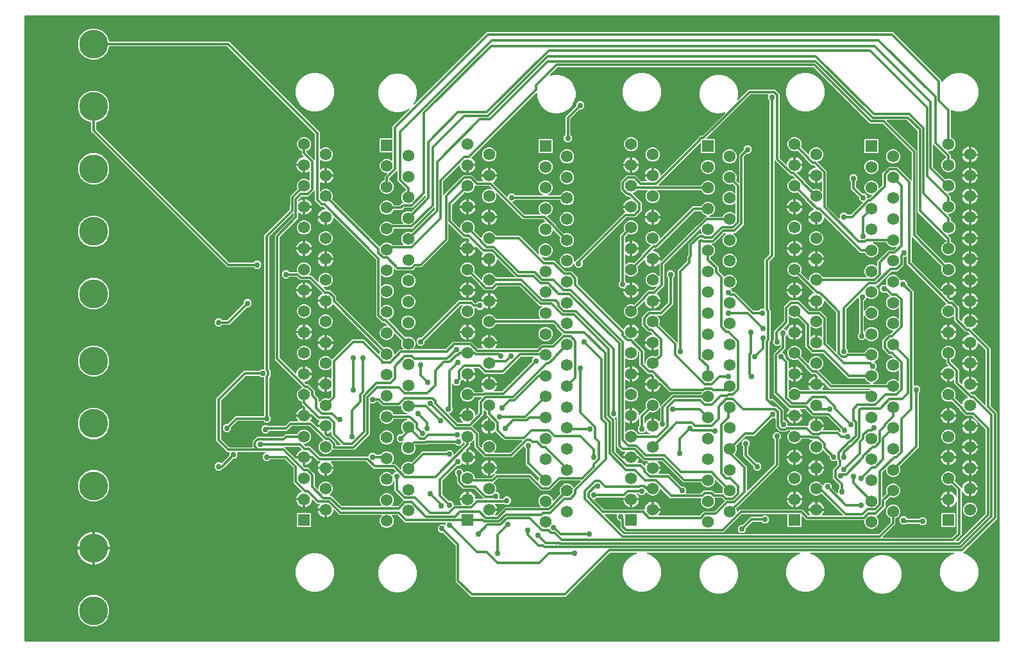
<source format=gbr>
G04 EAGLE Gerber RS-274X export*
G75*
%MOMM*%
%FSLAX34Y34*%
%LPD*%
%INBottom Copper*%
%IPPOS*%
%AMOC8*
5,1,8,0,0,1.08239X$1,22.5*%
G01*
%ADD10R,1.560000X1.560000*%
%ADD11C,1.560000*%
%ADD12C,3.810000*%
%ADD13C,0.756400*%
%ADD14C,0.304800*%
%ADD15C,0.177800*%

G36*
X1017598Y-27936D02*
X1017598Y-27936D01*
X1017617Y-27938D01*
X1017719Y-27916D01*
X1017821Y-27900D01*
X1017838Y-27890D01*
X1017858Y-27886D01*
X1017947Y-27833D01*
X1018038Y-27784D01*
X1018052Y-27770D01*
X1018069Y-27760D01*
X1018136Y-27681D01*
X1018208Y-27606D01*
X1018216Y-27588D01*
X1018229Y-27573D01*
X1018268Y-27477D01*
X1018311Y-27383D01*
X1018313Y-27363D01*
X1018321Y-27345D01*
X1018339Y-27178D01*
X1018339Y798578D01*
X1018336Y798598D01*
X1018338Y798617D01*
X1018316Y798719D01*
X1018300Y798821D01*
X1018290Y798838D01*
X1018286Y798858D01*
X1018233Y798947D01*
X1018184Y799038D01*
X1018170Y799052D01*
X1018160Y799069D01*
X1018081Y799136D01*
X1018006Y799208D01*
X1017988Y799216D01*
X1017973Y799229D01*
X1017877Y799268D01*
X1017783Y799311D01*
X1017763Y799313D01*
X1017745Y799321D01*
X1017578Y799339D01*
X-268478Y799339D01*
X-268498Y799336D01*
X-268517Y799338D01*
X-268619Y799316D01*
X-268721Y799300D01*
X-268738Y799290D01*
X-268758Y799286D01*
X-268847Y799233D01*
X-268938Y799184D01*
X-268952Y799170D01*
X-268969Y799160D01*
X-269036Y799081D01*
X-269108Y799006D01*
X-269116Y798988D01*
X-269129Y798973D01*
X-269168Y798877D01*
X-269211Y798783D01*
X-269213Y798763D01*
X-269221Y798745D01*
X-269239Y798578D01*
X-269239Y-27178D01*
X-269236Y-27198D01*
X-269238Y-27217D01*
X-269216Y-27319D01*
X-269200Y-27421D01*
X-269190Y-27438D01*
X-269186Y-27458D01*
X-269133Y-27547D01*
X-269084Y-27638D01*
X-269070Y-27652D01*
X-269060Y-27669D01*
X-268981Y-27736D01*
X-268906Y-27808D01*
X-268888Y-27816D01*
X-268873Y-27829D01*
X-268777Y-27868D01*
X-268683Y-27911D01*
X-268663Y-27913D01*
X-268645Y-27921D01*
X-268478Y-27939D01*
X1017578Y-27939D01*
X1017598Y-27936D01*
G37*
%LPC*%
G36*
X320321Y30977D02*
X320321Y30977D01*
X300217Y51081D01*
X300217Y98515D01*
X300203Y98605D01*
X300195Y98696D01*
X300183Y98726D01*
X300178Y98758D01*
X300135Y98838D01*
X300099Y98922D01*
X300073Y98954D01*
X300062Y98975D01*
X300039Y98997D01*
X299994Y99053D01*
X283447Y115600D01*
X283373Y115653D01*
X283304Y115713D01*
X283274Y115725D01*
X283247Y115744D01*
X283161Y115771D01*
X283076Y115805D01*
X283035Y115809D01*
X283012Y115816D01*
X282980Y115815D01*
X282909Y115823D01*
X280031Y115823D01*
X276922Y118932D01*
X276922Y123328D01*
X280031Y126437D01*
X284427Y126437D01*
X285494Y125370D01*
X285552Y125328D01*
X285604Y125279D01*
X285651Y125257D01*
X285693Y125227D01*
X285762Y125206D01*
X285827Y125175D01*
X285879Y125170D01*
X285929Y125154D01*
X286000Y125156D01*
X286071Y125148D01*
X286122Y125159D01*
X286174Y125161D01*
X286242Y125185D01*
X286312Y125201D01*
X286357Y125227D01*
X286405Y125245D01*
X286461Y125290D01*
X286523Y125327D01*
X286557Y125366D01*
X286597Y125399D01*
X286636Y125459D01*
X286683Y125514D01*
X286702Y125562D01*
X286730Y125606D01*
X286748Y125675D01*
X286775Y125742D01*
X286783Y125813D01*
X286791Y125844D01*
X286789Y125868D01*
X286793Y125909D01*
X286793Y127968D01*
X287077Y128252D01*
X287119Y128310D01*
X287168Y128362D01*
X287190Y128409D01*
X287220Y128451D01*
X287242Y128520D01*
X287272Y128585D01*
X287277Y128637D01*
X287293Y128687D01*
X287291Y128758D01*
X287299Y128829D01*
X287288Y128880D01*
X287286Y128932D01*
X287262Y129000D01*
X287247Y129070D01*
X287220Y129115D01*
X287202Y129163D01*
X287157Y129219D01*
X287120Y129281D01*
X287081Y129315D01*
X287048Y129355D01*
X286988Y129394D01*
X286933Y129441D01*
X286885Y129460D01*
X286841Y129488D01*
X286772Y129506D01*
X286705Y129533D01*
X286634Y129541D01*
X286603Y129549D01*
X286580Y129547D01*
X286539Y129551D01*
X233546Y129551D01*
X224191Y138906D01*
X224117Y138959D01*
X224047Y139019D01*
X224017Y139031D01*
X223991Y139050D01*
X223904Y139077D01*
X223819Y139111D01*
X223778Y139115D01*
X223756Y139122D01*
X223724Y139121D01*
X223652Y139129D01*
X216546Y139129D01*
X216475Y139118D01*
X216403Y139116D01*
X216354Y139098D01*
X216303Y139090D01*
X216240Y139056D01*
X216172Y139031D01*
X216132Y138999D01*
X216086Y138974D01*
X216036Y138922D01*
X215980Y138878D01*
X215952Y138834D01*
X215916Y138796D01*
X215886Y138731D01*
X215847Y138671D01*
X215835Y138620D01*
X215813Y138573D01*
X215805Y138502D01*
X215787Y138432D01*
X215791Y138380D01*
X215785Y138329D01*
X215801Y138258D01*
X215806Y138187D01*
X215827Y138139D01*
X215838Y138088D01*
X215875Y138027D01*
X215903Y137961D01*
X215947Y137905D01*
X215964Y137877D01*
X215982Y137862D01*
X216007Y137830D01*
X217225Y136612D01*
X218645Y133185D01*
X218645Y129475D01*
X217225Y126048D01*
X214602Y123425D01*
X211175Y122005D01*
X207465Y122005D01*
X204038Y123425D01*
X201415Y126048D01*
X199995Y129475D01*
X199995Y133185D01*
X201415Y136612D01*
X202633Y137830D01*
X202674Y137888D01*
X202724Y137940D01*
X202746Y137987D01*
X202776Y138029D01*
X202797Y138098D01*
X202827Y138163D01*
X202833Y138215D01*
X202848Y138265D01*
X202847Y138336D01*
X202855Y138407D01*
X202843Y138458D01*
X202842Y138510D01*
X202817Y138578D01*
X202802Y138648D01*
X202776Y138693D01*
X202758Y138741D01*
X202713Y138797D01*
X202676Y138859D01*
X202637Y138893D01*
X202604Y138933D01*
X202544Y138972D01*
X202489Y139019D01*
X202441Y139038D01*
X202397Y139066D01*
X202328Y139084D01*
X202261Y139111D01*
X202190Y139119D01*
X202159Y139127D01*
X202135Y139125D01*
X202094Y139129D01*
X146701Y139129D01*
X140103Y145727D01*
X140093Y145734D01*
X140086Y145744D01*
X139993Y145806D01*
X139903Y145871D01*
X139892Y145874D01*
X139882Y145881D01*
X139774Y145910D01*
X139668Y145943D01*
X139656Y145943D01*
X139644Y145946D01*
X139534Y145940D01*
X139422Y145937D01*
X139411Y145933D01*
X139399Y145932D01*
X139296Y145891D01*
X139191Y145852D01*
X139182Y145845D01*
X139170Y145840D01*
X139086Y145768D01*
X138999Y145699D01*
X138992Y145689D01*
X138983Y145681D01*
X138926Y145585D01*
X138866Y145492D01*
X138863Y145480D01*
X138857Y145470D01*
X138813Y145308D01*
X138586Y143879D01*
X138083Y142330D01*
X137344Y140880D01*
X136387Y139563D01*
X135237Y138413D01*
X133920Y137456D01*
X132470Y136717D01*
X130921Y136214D01*
X130023Y136072D01*
X130023Y145538D01*
X130020Y145558D01*
X130022Y145577D01*
X130000Y145679D01*
X129983Y145781D01*
X129974Y145798D01*
X129970Y145818D01*
X129917Y145907D01*
X129868Y145998D01*
X129854Y146012D01*
X129844Y146029D01*
X129765Y146096D01*
X129690Y146167D01*
X129672Y146176D01*
X129657Y146189D01*
X129561Y146227D01*
X129467Y146271D01*
X129447Y146273D01*
X129429Y146281D01*
X129262Y146299D01*
X128499Y146299D01*
X128499Y147062D01*
X128496Y147082D01*
X128498Y147101D01*
X128476Y147203D01*
X128459Y147305D01*
X128450Y147322D01*
X128446Y147342D01*
X128393Y147431D01*
X128344Y147522D01*
X128330Y147536D01*
X128320Y147553D01*
X128241Y147620D01*
X128166Y147691D01*
X128148Y147700D01*
X128133Y147713D01*
X128037Y147752D01*
X127943Y147795D01*
X127923Y147797D01*
X127905Y147805D01*
X127738Y147823D01*
X118272Y147823D01*
X118414Y148721D01*
X118917Y150270D01*
X119656Y151720D01*
X120506Y152891D01*
X120512Y152901D01*
X120520Y152910D01*
X120567Y153011D01*
X120617Y153110D01*
X120619Y153122D01*
X120624Y153133D01*
X120636Y153244D01*
X120652Y153354D01*
X120650Y153366D01*
X120651Y153377D01*
X120627Y153486D01*
X120607Y153596D01*
X120601Y153606D01*
X120599Y153618D01*
X120541Y153713D01*
X120487Y153811D01*
X120479Y153819D01*
X120472Y153829D01*
X120388Y153901D01*
X120306Y153976D01*
X120295Y153981D01*
X120286Y153989D01*
X120182Y154031D01*
X120080Y154075D01*
X120069Y154076D01*
X120057Y154081D01*
X119891Y154099D01*
X117031Y154099D01*
X115022Y156108D01*
X111703Y159427D01*
X111693Y159434D01*
X111686Y159444D01*
X111593Y159506D01*
X111503Y159571D01*
X111492Y159574D01*
X111482Y159581D01*
X111374Y159610D01*
X111268Y159643D01*
X111256Y159643D01*
X111244Y159646D01*
X111134Y159640D01*
X111022Y159637D01*
X111011Y159633D01*
X110999Y159632D01*
X110896Y159591D01*
X110791Y159552D01*
X110782Y159545D01*
X110770Y159540D01*
X110686Y159468D01*
X110599Y159399D01*
X110592Y159389D01*
X110583Y159381D01*
X110526Y159285D01*
X110466Y159192D01*
X110463Y159180D01*
X110457Y159170D01*
X110413Y159008D01*
X110186Y157579D01*
X109683Y156030D01*
X108944Y154580D01*
X107987Y153263D01*
X106837Y152113D01*
X105520Y151156D01*
X104070Y150417D01*
X102521Y149914D01*
X101623Y149772D01*
X101623Y159238D01*
X101620Y159258D01*
X101622Y159277D01*
X101600Y159379D01*
X101583Y159481D01*
X101574Y159498D01*
X101570Y159518D01*
X101517Y159607D01*
X101468Y159698D01*
X101454Y159712D01*
X101444Y159729D01*
X101365Y159796D01*
X101290Y159867D01*
X101272Y159876D01*
X101257Y159889D01*
X101161Y159927D01*
X101067Y159971D01*
X101047Y159973D01*
X101029Y159981D01*
X100862Y159999D01*
X100099Y159999D01*
X100099Y160762D01*
X100096Y160782D01*
X100098Y160801D01*
X100076Y160903D01*
X100059Y161005D01*
X100050Y161022D01*
X100046Y161042D01*
X99993Y161131D01*
X99944Y161222D01*
X99930Y161236D01*
X99920Y161253D01*
X99841Y161320D01*
X99766Y161391D01*
X99748Y161400D01*
X99733Y161413D01*
X99637Y161452D01*
X99543Y161495D01*
X99523Y161497D01*
X99505Y161505D01*
X99338Y161523D01*
X89872Y161523D01*
X90014Y162421D01*
X90517Y163970D01*
X91256Y165420D01*
X92213Y166737D01*
X93363Y167887D01*
X94680Y168844D01*
X96131Y169583D01*
X96786Y169796D01*
X96853Y169831D01*
X96924Y169857D01*
X96962Y169887D01*
X97004Y169909D01*
X97057Y169963D01*
X97116Y170010D01*
X97142Y170051D01*
X97175Y170085D01*
X97208Y170154D01*
X97249Y170217D01*
X97261Y170264D01*
X97281Y170307D01*
X97291Y170382D01*
X97309Y170456D01*
X97305Y170504D01*
X97311Y170552D01*
X97296Y170626D01*
X97290Y170701D01*
X97271Y170745D01*
X97261Y170792D01*
X97223Y170858D01*
X97194Y170927D01*
X97153Y170978D01*
X97137Y171005D01*
X97118Y171022D01*
X97089Y171058D01*
X86203Y181944D01*
X86203Y201270D01*
X86189Y201360D01*
X86181Y201451D01*
X86169Y201481D01*
X86164Y201513D01*
X86121Y201593D01*
X86085Y201677D01*
X86059Y201709D01*
X86048Y201730D01*
X86025Y201752D01*
X85980Y201808D01*
X75160Y212628D01*
X75086Y212681D01*
X75017Y212741D01*
X74987Y212753D01*
X74960Y212772D01*
X74873Y212799D01*
X74789Y212833D01*
X74748Y212837D01*
X74725Y212844D01*
X74693Y212843D01*
X74622Y212851D01*
X55571Y212851D01*
X55481Y212837D01*
X55390Y212829D01*
X55361Y212817D01*
X55329Y212812D01*
X55248Y212769D01*
X55164Y212733D01*
X55132Y212707D01*
X55111Y212696D01*
X55089Y212673D01*
X55033Y212628D01*
X52998Y210593D01*
X48602Y210593D01*
X45493Y213702D01*
X45493Y218098D01*
X48627Y221232D01*
X48669Y221290D01*
X48718Y221342D01*
X48740Y221389D01*
X48770Y221431D01*
X48792Y221500D01*
X48822Y221565D01*
X48827Y221617D01*
X48843Y221667D01*
X48841Y221738D01*
X48849Y221809D01*
X48838Y221860D01*
X48836Y221912D01*
X48812Y221980D01*
X48797Y222050D01*
X48770Y222095D01*
X48752Y222143D01*
X48707Y222199D01*
X48670Y222261D01*
X48631Y222295D01*
X48598Y222335D01*
X48538Y222374D01*
X48483Y222421D01*
X48435Y222440D01*
X48391Y222468D01*
X48322Y222486D01*
X48255Y222513D01*
X48184Y222521D01*
X48153Y222529D01*
X48130Y222527D01*
X48089Y222531D01*
X12371Y222531D01*
X12300Y222520D01*
X12228Y222518D01*
X12179Y222500D01*
X12128Y222492D01*
X12064Y222458D01*
X11997Y222433D01*
X11956Y222401D01*
X11910Y222376D01*
X11861Y222324D01*
X11805Y222280D01*
X11777Y222236D01*
X11741Y222198D01*
X11711Y222133D01*
X11672Y222073D01*
X11659Y222022D01*
X11637Y221975D01*
X11629Y221904D01*
X11612Y221834D01*
X11616Y221782D01*
X11610Y221731D01*
X11626Y221660D01*
X11631Y221589D01*
X11651Y221541D01*
X11663Y221490D01*
X11699Y221429D01*
X11727Y221363D01*
X11772Y221307D01*
X11789Y221279D01*
X11805Y221265D01*
X11808Y221260D01*
X11813Y221255D01*
X11832Y221232D01*
X12116Y220948D01*
X12116Y216552D01*
X9007Y213443D01*
X6129Y213443D01*
X6039Y213429D01*
X5948Y213421D01*
X5919Y213409D01*
X5887Y213404D01*
X5806Y213361D01*
X5722Y213325D01*
X5690Y213299D01*
X5669Y213288D01*
X5647Y213265D01*
X5591Y213220D01*
X-5469Y202160D01*
X-7478Y200151D01*
X-7929Y200151D01*
X-8019Y200137D01*
X-8110Y200129D01*
X-8139Y200117D01*
X-8171Y200112D01*
X-8252Y200069D01*
X-8336Y200033D01*
X-8368Y200007D01*
X-8389Y199996D01*
X-8411Y199973D01*
X-8467Y199928D01*
X-10502Y197893D01*
X-14898Y197893D01*
X-18007Y201002D01*
X-18007Y205398D01*
X-14898Y208507D01*
X-10502Y208507D01*
X-9662Y207667D01*
X-9646Y207655D01*
X-9633Y207640D01*
X-9546Y207584D01*
X-9462Y207523D01*
X-9443Y207518D01*
X-9427Y207507D01*
X-9326Y207481D01*
X-9227Y207451D01*
X-9207Y207452D01*
X-9188Y207447D01*
X-9085Y207455D01*
X-8981Y207457D01*
X-8963Y207464D01*
X-8943Y207466D01*
X-8848Y207506D01*
X-8750Y207542D01*
X-8735Y207554D01*
X-8716Y207562D01*
X-8586Y207667D01*
X1279Y217532D01*
X1333Y217606D01*
X1392Y217675D01*
X1404Y217705D01*
X1423Y217732D01*
X1450Y217819D01*
X1484Y217903D01*
X1488Y217944D01*
X1495Y217967D01*
X1494Y217999D01*
X1502Y218070D01*
X1502Y220948D01*
X1786Y221232D01*
X1828Y221290D01*
X1877Y221342D01*
X1899Y221389D01*
X1930Y221431D01*
X1951Y221500D01*
X1981Y221565D01*
X1987Y221617D01*
X2002Y221667D01*
X2000Y221738D01*
X2008Y221809D01*
X1997Y221860D01*
X1996Y221912D01*
X1971Y221980D01*
X1956Y222050D01*
X1929Y222095D01*
X1911Y222143D01*
X1866Y222199D01*
X1830Y222261D01*
X1790Y222295D01*
X1757Y222335D01*
X1697Y222374D01*
X1643Y222421D01*
X1594Y222440D01*
X1550Y222468D01*
X1481Y222486D01*
X1414Y222513D01*
X1343Y222521D01*
X1312Y222529D01*
X1289Y222527D01*
X1248Y222531D01*
X-1263Y222531D01*
X-15749Y237017D01*
X-15749Y293363D01*
X-13740Y295372D01*
X20327Y329439D01*
X40949Y329439D01*
X41039Y329453D01*
X41130Y329461D01*
X41159Y329473D01*
X41191Y329478D01*
X41272Y329521D01*
X41356Y329557D01*
X41388Y329583D01*
X41409Y329594D01*
X41431Y329617D01*
X41487Y329662D01*
X43522Y331697D01*
X46990Y331697D01*
X47010Y331700D01*
X47029Y331698D01*
X47131Y331720D01*
X47233Y331736D01*
X47250Y331746D01*
X47270Y331750D01*
X47359Y331803D01*
X47450Y331852D01*
X47464Y331866D01*
X47481Y331876D01*
X47548Y331955D01*
X47620Y332030D01*
X47628Y332048D01*
X47641Y332063D01*
X47680Y332159D01*
X47723Y332253D01*
X47725Y332273D01*
X47733Y332291D01*
X47751Y332458D01*
X47751Y509263D01*
X81408Y542920D01*
X81461Y542994D01*
X81521Y543063D01*
X81533Y543093D01*
X81552Y543120D01*
X81579Y543207D01*
X81613Y543291D01*
X81617Y543332D01*
X81624Y543355D01*
X81623Y543387D01*
X81631Y543458D01*
X81631Y560143D01*
X91341Y569852D01*
X91409Y569948D01*
X91479Y570041D01*
X91481Y570047D01*
X91484Y570052D01*
X91519Y570163D01*
X91529Y570196D01*
X91530Y570198D01*
X91530Y570200D01*
X91555Y570275D01*
X91555Y570281D01*
X91557Y570287D01*
X91554Y570404D01*
X91554Y570409D01*
X91557Y570443D01*
X91553Y570463D01*
X91552Y570521D01*
X91550Y570528D01*
X91550Y570533D01*
X91544Y570550D01*
X91506Y570682D01*
X90775Y572445D01*
X90775Y576155D01*
X92195Y579582D01*
X94818Y582205D01*
X98245Y583625D01*
X101955Y583625D01*
X105382Y582205D01*
X106600Y580987D01*
X106658Y580946D01*
X106710Y580896D01*
X106757Y580874D01*
X106799Y580844D01*
X106868Y580823D01*
X106933Y580793D01*
X106985Y580787D01*
X107035Y580772D01*
X107106Y580773D01*
X107177Y580765D01*
X107228Y580777D01*
X107280Y580778D01*
X107348Y580803D01*
X107418Y580818D01*
X107463Y580844D01*
X107511Y580862D01*
X107567Y580907D01*
X107629Y580944D01*
X107663Y580983D01*
X107703Y581016D01*
X107742Y581076D01*
X107789Y581131D01*
X107808Y581179D01*
X107836Y581223D01*
X107854Y581292D01*
X107881Y581359D01*
X107889Y581430D01*
X107897Y581461D01*
X107895Y581485D01*
X107899Y581526D01*
X107899Y593391D01*
X107897Y593402D01*
X107899Y593414D01*
X107878Y593523D01*
X107860Y593633D01*
X107854Y593644D01*
X107852Y593656D01*
X107796Y593752D01*
X107744Y593851D01*
X107736Y593859D01*
X107730Y593869D01*
X107647Y593944D01*
X107566Y594020D01*
X107555Y594025D01*
X107546Y594033D01*
X107444Y594077D01*
X107343Y594124D01*
X107331Y594125D01*
X107320Y594130D01*
X107209Y594139D01*
X107099Y594151D01*
X107087Y594148D01*
X107075Y594149D01*
X106967Y594122D01*
X106858Y594099D01*
X106848Y594092D01*
X106836Y594090D01*
X106691Y594006D01*
X105520Y593156D01*
X104070Y592417D01*
X102521Y591914D01*
X101623Y591772D01*
X101623Y601238D01*
X101620Y601258D01*
X101622Y601277D01*
X101600Y601379D01*
X101583Y601481D01*
X101574Y601498D01*
X101570Y601518D01*
X101517Y601607D01*
X101468Y601698D01*
X101454Y601712D01*
X101444Y601729D01*
X101365Y601796D01*
X101290Y601867D01*
X101272Y601876D01*
X101257Y601889D01*
X101161Y601927D01*
X101067Y601971D01*
X101047Y601973D01*
X101029Y601981D01*
X100862Y601999D01*
X100099Y601999D01*
X100099Y602762D01*
X100096Y602782D01*
X100098Y602801D01*
X100076Y602903D01*
X100059Y603005D01*
X100050Y603022D01*
X100046Y603042D01*
X99993Y603131D01*
X99944Y603222D01*
X99930Y603236D01*
X99920Y603253D01*
X99841Y603320D01*
X99766Y603391D01*
X99748Y603400D01*
X99733Y603413D01*
X99637Y603452D01*
X99543Y603495D01*
X99523Y603497D01*
X99505Y603505D01*
X99338Y603523D01*
X89872Y603523D01*
X90014Y604421D01*
X90517Y605970D01*
X91256Y607420D01*
X92213Y608737D01*
X93363Y609887D01*
X94680Y610844D01*
X96130Y611583D01*
X97679Y612086D01*
X99108Y612313D01*
X99119Y612316D01*
X99131Y612317D01*
X99236Y612355D01*
X99342Y612390D01*
X99351Y612397D01*
X99362Y612401D01*
X99449Y612470D01*
X99538Y612537D01*
X99545Y612547D01*
X99554Y612555D01*
X99614Y612648D01*
X99678Y612740D01*
X99681Y612752D01*
X99687Y612762D01*
X99715Y612870D01*
X99745Y612977D01*
X99745Y612989D01*
X99747Y613000D01*
X99739Y613111D01*
X99734Y613222D01*
X99729Y613233D01*
X99728Y613245D01*
X99685Y613348D01*
X99644Y613452D01*
X99637Y613461D01*
X99632Y613472D01*
X99527Y613603D01*
X97051Y616079D01*
X97051Y620061D01*
X97032Y620176D01*
X97015Y620292D01*
X97013Y620298D01*
X97012Y620304D01*
X96957Y620407D01*
X96904Y620511D01*
X96899Y620516D01*
X96896Y620521D01*
X96812Y620601D01*
X96728Y620684D01*
X96722Y620687D01*
X96718Y620691D01*
X96701Y620698D01*
X96581Y620764D01*
X94818Y621495D01*
X92195Y624118D01*
X90775Y627545D01*
X90775Y631255D01*
X92195Y634682D01*
X94818Y637305D01*
X98245Y638725D01*
X101955Y638725D01*
X105382Y637305D01*
X108005Y634682D01*
X109425Y631255D01*
X109425Y627545D01*
X108005Y624118D01*
X105382Y621495D01*
X103619Y620764D01*
X103519Y620703D01*
X103419Y620643D01*
X103415Y620638D01*
X103410Y620635D01*
X103335Y620544D01*
X103259Y620456D01*
X103257Y620450D01*
X103253Y620445D01*
X103211Y620337D01*
X103167Y620228D01*
X103166Y620220D01*
X103165Y620216D01*
X103164Y620197D01*
X103149Y620061D01*
X103149Y618920D01*
X103163Y618830D01*
X103171Y618739D01*
X103183Y618709D01*
X103188Y618677D01*
X103231Y618596D01*
X103267Y618512D01*
X103293Y618480D01*
X103304Y618459D01*
X103327Y618437D01*
X103372Y618381D01*
X111988Y609765D01*
X113304Y608449D01*
X113362Y608407D01*
X113414Y608358D01*
X113461Y608336D01*
X113503Y608306D01*
X113572Y608285D01*
X113637Y608254D01*
X113689Y608249D01*
X113739Y608233D01*
X113810Y608235D01*
X113881Y608227D01*
X113932Y608238D01*
X113984Y608240D01*
X114052Y608264D01*
X114122Y608280D01*
X114167Y608306D01*
X114215Y608324D01*
X114271Y608369D01*
X114333Y608406D01*
X114367Y608445D01*
X114407Y608478D01*
X114446Y608538D01*
X114493Y608593D01*
X114512Y608641D01*
X114540Y608685D01*
X114558Y608754D01*
X114585Y608821D01*
X114593Y608892D01*
X114601Y608923D01*
X114599Y608947D01*
X114603Y608988D01*
X114603Y642770D01*
X114589Y642860D01*
X114581Y642951D01*
X114569Y642981D01*
X114564Y643013D01*
X114521Y643093D01*
X114485Y643177D01*
X114459Y643209D01*
X114448Y643230D01*
X114425Y643252D01*
X114380Y643308D01*
X-840Y758528D01*
X-914Y758581D01*
X-983Y758641D01*
X-1013Y758653D01*
X-1040Y758672D01*
X-1127Y758699D01*
X-1211Y758733D01*
X-1252Y758737D01*
X-1275Y758744D01*
X-1307Y758743D01*
X-1378Y758751D01*
X-156464Y758751D01*
X-156484Y758748D01*
X-156503Y758750D01*
X-156605Y758728D01*
X-156707Y758712D01*
X-156724Y758702D01*
X-156744Y758698D01*
X-156833Y758645D01*
X-156924Y758596D01*
X-156938Y758582D01*
X-156955Y758572D01*
X-157022Y758493D01*
X-157094Y758418D01*
X-157102Y758400D01*
X-157115Y758385D01*
X-157154Y758289D01*
X-157197Y758195D01*
X-157199Y758175D01*
X-157207Y758157D01*
X-157225Y757990D01*
X-157225Y757707D01*
X-160358Y750145D01*
X-166145Y744358D01*
X-173707Y741225D01*
X-181893Y741225D01*
X-189455Y744358D01*
X-195242Y750145D01*
X-198375Y757707D01*
X-198375Y765893D01*
X-195242Y773455D01*
X-189455Y779242D01*
X-181893Y782375D01*
X-173707Y782375D01*
X-166145Y779242D01*
X-160358Y773455D01*
X-157225Y765893D01*
X-157225Y765610D01*
X-157222Y765590D01*
X-157224Y765571D01*
X-157202Y765469D01*
X-157186Y765367D01*
X-157176Y765350D01*
X-157172Y765330D01*
X-157119Y765241D01*
X-157070Y765150D01*
X-157056Y765136D01*
X-157046Y765119D01*
X-156967Y765052D01*
X-156892Y764980D01*
X-156874Y764972D01*
X-156859Y764959D01*
X-156763Y764920D01*
X-156669Y764877D01*
X-156649Y764875D01*
X-156631Y764867D01*
X-156464Y764849D01*
X1463Y764849D01*
X120701Y645611D01*
X120701Y622926D01*
X120704Y622908D01*
X120702Y622890D01*
X120713Y622840D01*
X120714Y622783D01*
X120732Y622734D01*
X120740Y622683D01*
X120751Y622663D01*
X120754Y622650D01*
X120777Y622611D01*
X120799Y622552D01*
X120831Y622512D01*
X120856Y622466D01*
X120875Y622447D01*
X120880Y622439D01*
X120910Y622413D01*
X120952Y622360D01*
X120996Y622332D01*
X121034Y622296D01*
X121062Y622283D01*
X121067Y622279D01*
X121100Y622266D01*
X121159Y622227D01*
X121210Y622215D01*
X121257Y622193D01*
X121290Y622189D01*
X121295Y622187D01*
X121340Y622182D01*
X121398Y622167D01*
X121441Y622171D01*
X121462Y622168D01*
X121466Y622168D01*
X121470Y622169D01*
X121501Y622165D01*
X121572Y622181D01*
X121643Y622186D01*
X121685Y622204D01*
X121709Y622208D01*
X121717Y622212D01*
X121742Y622218D01*
X121803Y622255D01*
X121869Y622283D01*
X121908Y622314D01*
X121926Y622323D01*
X121936Y622334D01*
X121953Y622344D01*
X121968Y622362D01*
X122000Y622387D01*
X123218Y623605D01*
X126645Y625025D01*
X130355Y625025D01*
X133782Y623605D01*
X136405Y620982D01*
X137825Y617555D01*
X137825Y613845D01*
X136405Y610418D01*
X133782Y607795D01*
X130355Y606375D01*
X126645Y606375D01*
X123218Y607795D01*
X122000Y609013D01*
X121942Y609054D01*
X121890Y609104D01*
X121869Y609114D01*
X121865Y609117D01*
X121844Y609125D01*
X121843Y609126D01*
X121801Y609156D01*
X121732Y609177D01*
X121667Y609207D01*
X121615Y609213D01*
X121565Y609228D01*
X121494Y609227D01*
X121423Y609235D01*
X121372Y609223D01*
X121320Y609222D01*
X121252Y609197D01*
X121182Y609182D01*
X121137Y609156D01*
X121089Y609138D01*
X121033Y609093D01*
X120971Y609056D01*
X120937Y609017D01*
X120897Y608984D01*
X120858Y608924D01*
X120811Y608869D01*
X120792Y608821D01*
X120764Y608777D01*
X120746Y608708D01*
X120729Y608671D01*
X120728Y608663D01*
X120719Y608641D01*
X120711Y608570D01*
X120703Y608539D01*
X120705Y608515D01*
X120701Y608474D01*
X120701Y596609D01*
X120703Y596598D01*
X120701Y596586D01*
X120722Y596477D01*
X120740Y596367D01*
X120746Y596356D01*
X120748Y596344D01*
X120804Y596248D01*
X120856Y596149D01*
X120864Y596141D01*
X120870Y596131D01*
X120953Y596056D01*
X121034Y595980D01*
X121045Y595975D01*
X121054Y595967D01*
X121156Y595923D01*
X121257Y595876D01*
X121269Y595875D01*
X121280Y595870D01*
X121391Y595861D01*
X121501Y595849D01*
X121513Y595852D01*
X121525Y595851D01*
X121633Y595878D01*
X121742Y595901D01*
X121752Y595908D01*
X121764Y595910D01*
X121909Y595994D01*
X123080Y596844D01*
X124530Y597583D01*
X126079Y598086D01*
X126977Y598228D01*
X126977Y588762D01*
X126980Y588742D01*
X126978Y588723D01*
X127000Y588621D01*
X127017Y588519D01*
X127026Y588502D01*
X127030Y588482D01*
X127083Y588393D01*
X127132Y588302D01*
X127146Y588288D01*
X127156Y588271D01*
X127235Y588204D01*
X127310Y588133D01*
X127328Y588124D01*
X127343Y588111D01*
X127439Y588073D01*
X127533Y588029D01*
X127553Y588027D01*
X127571Y588019D01*
X127738Y588001D01*
X128501Y588001D01*
X128501Y587999D01*
X127738Y587999D01*
X127718Y587996D01*
X127699Y587998D01*
X127597Y587976D01*
X127495Y587959D01*
X127478Y587950D01*
X127458Y587946D01*
X127369Y587893D01*
X127278Y587844D01*
X127264Y587830D01*
X127247Y587820D01*
X127180Y587741D01*
X127109Y587666D01*
X127100Y587648D01*
X127087Y587633D01*
X127048Y587537D01*
X127005Y587443D01*
X127003Y587423D01*
X126995Y587405D01*
X126977Y587238D01*
X126977Y577772D01*
X126079Y577914D01*
X124530Y578417D01*
X123080Y579156D01*
X121909Y580006D01*
X121899Y580012D01*
X121890Y580020D01*
X121789Y580067D01*
X121690Y580117D01*
X121678Y580119D01*
X121667Y580124D01*
X121556Y580136D01*
X121446Y580152D01*
X121434Y580150D01*
X121423Y580151D01*
X121314Y580127D01*
X121204Y580107D01*
X121194Y580101D01*
X121182Y580099D01*
X121086Y580041D01*
X120989Y579987D01*
X120981Y579979D01*
X120971Y579972D01*
X120899Y579888D01*
X120824Y579806D01*
X120819Y579795D01*
X120811Y579786D01*
X120769Y579682D01*
X120725Y579580D01*
X120724Y579569D01*
X120719Y579557D01*
X120701Y579391D01*
X120701Y567826D01*
X120712Y567755D01*
X120714Y567683D01*
X120732Y567634D01*
X120740Y567583D01*
X120774Y567520D01*
X120799Y567452D01*
X120831Y567412D01*
X120856Y567366D01*
X120908Y567316D01*
X120952Y567260D01*
X120996Y567232D01*
X121034Y567196D01*
X121099Y567166D01*
X121159Y567127D01*
X121210Y567115D01*
X121257Y567093D01*
X121328Y567085D01*
X121398Y567067D01*
X121450Y567071D01*
X121501Y567065D01*
X121572Y567081D01*
X121643Y567086D01*
X121691Y567107D01*
X121742Y567118D01*
X121803Y567155D01*
X121869Y567183D01*
X121925Y567227D01*
X121953Y567244D01*
X121968Y567262D01*
X122000Y567287D01*
X123218Y568505D01*
X126645Y569925D01*
X130355Y569925D01*
X133782Y568505D01*
X136405Y565882D01*
X137825Y562455D01*
X137825Y558745D01*
X137094Y556982D01*
X137084Y556939D01*
X137069Y556906D01*
X137062Y556846D01*
X137039Y556755D01*
X137040Y556748D01*
X137038Y556742D01*
X137044Y556682D01*
X137042Y556661D01*
X137049Y556627D01*
X137049Y556626D01*
X137058Y556510D01*
X137061Y556504D01*
X137061Y556497D01*
X137092Y556427D01*
X137094Y556421D01*
X137099Y556412D01*
X137109Y556390D01*
X137155Y556283D01*
X137159Y556277D01*
X137161Y556273D01*
X137174Y556259D01*
X137259Y556152D01*
X199512Y493900D01*
X199580Y493832D01*
X199617Y493805D01*
X199648Y493771D01*
X199716Y493734D01*
X199779Y493688D01*
X199823Y493675D01*
X199863Y493653D01*
X199940Y493639D01*
X200014Y493616D01*
X200060Y493617D01*
X200106Y493609D01*
X200183Y493620D01*
X200260Y493622D01*
X200304Y493638D01*
X200349Y493645D01*
X200418Y493680D01*
X200491Y493707D01*
X200527Y493736D01*
X200568Y493756D01*
X200623Y493812D01*
X200683Y493861D01*
X200708Y493899D01*
X200740Y493932D01*
X200806Y494052D01*
X200816Y494067D01*
X200818Y494072D01*
X200821Y494079D01*
X201415Y495512D01*
X204038Y498135D01*
X207465Y499555D01*
X211175Y499555D01*
X214602Y498135D01*
X216383Y496354D01*
X216457Y496301D01*
X216527Y496241D01*
X216557Y496229D01*
X216583Y496210D01*
X216670Y496183D01*
X216755Y496149D01*
X216796Y496145D01*
X216818Y496138D01*
X216850Y496139D01*
X216922Y496131D01*
X230494Y496131D01*
X230565Y496142D01*
X230637Y496144D01*
X230686Y496162D01*
X230737Y496170D01*
X230800Y496204D01*
X230868Y496229D01*
X230908Y496261D01*
X230954Y496286D01*
X231004Y496338D01*
X231060Y496382D01*
X231088Y496426D01*
X231124Y496464D01*
X231154Y496529D01*
X231193Y496589D01*
X231205Y496640D01*
X231227Y496687D01*
X231235Y496758D01*
X231253Y496828D01*
X231249Y496880D01*
X231255Y496931D01*
X231239Y497002D01*
X231234Y497073D01*
X231213Y497121D01*
X231202Y497172D01*
X231165Y497233D01*
X231137Y497299D01*
X231093Y497355D01*
X231076Y497383D01*
X231058Y497398D01*
X231033Y497430D01*
X229815Y498648D01*
X228395Y502075D01*
X228395Y505785D01*
X229815Y509212D01*
X232438Y511835D01*
X235865Y513255D01*
X239575Y513255D01*
X241338Y512524D01*
X241452Y512498D01*
X241565Y512469D01*
X241572Y512470D01*
X241578Y512468D01*
X241694Y512479D01*
X241810Y512488D01*
X241816Y512491D01*
X241823Y512491D01*
X241930Y512539D01*
X242037Y512585D01*
X242043Y512589D01*
X242047Y512591D01*
X242061Y512604D01*
X242168Y512689D01*
X272318Y542840D01*
X272371Y542914D01*
X272431Y542983D01*
X272443Y543013D01*
X272462Y543040D01*
X272489Y543127D01*
X272523Y543211D01*
X272527Y543252D01*
X272534Y543275D01*
X272533Y543307D01*
X272541Y543378D01*
X272541Y544960D01*
X272530Y545031D01*
X272528Y545103D01*
X272510Y545152D01*
X272502Y545203D01*
X272468Y545267D01*
X272443Y545334D01*
X272411Y545375D01*
X272386Y545421D01*
X272334Y545470D01*
X272290Y545526D01*
X272246Y545554D01*
X272208Y545590D01*
X272143Y545620D01*
X272083Y545659D01*
X272032Y545672D01*
X271985Y545694D01*
X271914Y545701D01*
X271844Y545719D01*
X271792Y545715D01*
X271741Y545721D01*
X271670Y545705D01*
X271599Y545700D01*
X271551Y545680D01*
X271500Y545668D01*
X271439Y545632D01*
X271373Y545604D01*
X271317Y545559D01*
X271289Y545542D01*
X271274Y545524D01*
X271242Y545499D01*
X245485Y519742D01*
X243476Y517733D01*
X219406Y517733D01*
X219386Y517730D01*
X219367Y517732D01*
X219265Y517710D01*
X219163Y517694D01*
X219146Y517684D01*
X219126Y517680D01*
X219037Y517627D01*
X218946Y517578D01*
X218932Y517564D01*
X218915Y517554D01*
X218848Y517475D01*
X218776Y517400D01*
X218768Y517382D01*
X218755Y517367D01*
X218716Y517271D01*
X218673Y517177D01*
X218671Y517157D01*
X218663Y517139D01*
X218645Y516972D01*
X218645Y516075D01*
X217225Y512648D01*
X214602Y510025D01*
X211175Y508605D01*
X207465Y508605D01*
X204038Y510025D01*
X201415Y512648D01*
X199995Y516075D01*
X199995Y519785D01*
X201415Y523212D01*
X204038Y525835D01*
X207465Y527255D01*
X211175Y527255D01*
X214602Y525835D01*
X216383Y524054D01*
X216457Y524001D01*
X216527Y523941D01*
X216557Y523929D01*
X216583Y523910D01*
X216670Y523883D01*
X216755Y523849D01*
X216796Y523845D01*
X216818Y523838D01*
X216850Y523839D01*
X216922Y523831D01*
X230494Y523831D01*
X230565Y523842D01*
X230637Y523844D01*
X230686Y523862D01*
X230737Y523870D01*
X230800Y523904D01*
X230868Y523929D01*
X230908Y523961D01*
X230954Y523986D01*
X231004Y524038D01*
X231060Y524082D01*
X231088Y524126D01*
X231124Y524164D01*
X231154Y524229D01*
X231193Y524289D01*
X231205Y524340D01*
X231227Y524387D01*
X231235Y524458D01*
X231253Y524528D01*
X231249Y524580D01*
X231255Y524631D01*
X231239Y524702D01*
X231234Y524773D01*
X231213Y524821D01*
X231202Y524872D01*
X231166Y524933D01*
X231137Y524999D01*
X231093Y525055D01*
X231076Y525083D01*
X231058Y525098D01*
X231033Y525130D01*
X229815Y526348D01*
X228395Y529775D01*
X228395Y533485D01*
X229815Y536912D01*
X232438Y539535D01*
X235865Y540955D01*
X239575Y540955D01*
X241338Y540224D01*
X241452Y540198D01*
X241565Y540169D01*
X241572Y540170D01*
X241578Y540168D01*
X241694Y540179D01*
X241810Y540188D01*
X241816Y540191D01*
X241823Y540191D01*
X241930Y540239D01*
X242037Y540285D01*
X242043Y540289D01*
X242047Y540291D01*
X242061Y540304D01*
X242168Y540389D01*
X260888Y559110D01*
X260941Y559184D01*
X261001Y559253D01*
X261013Y559283D01*
X261032Y559310D01*
X261059Y559397D01*
X261093Y559481D01*
X261097Y559522D01*
X261104Y559545D01*
X261103Y559577D01*
X261111Y559648D01*
X261111Y561230D01*
X261100Y561301D01*
X261098Y561373D01*
X261080Y561422D01*
X261072Y561473D01*
X261038Y561537D01*
X261013Y561604D01*
X260981Y561645D01*
X260956Y561691D01*
X260904Y561740D01*
X260860Y561796D01*
X260816Y561824D01*
X260778Y561860D01*
X260713Y561890D01*
X260653Y561929D01*
X260602Y561942D01*
X260555Y561964D01*
X260484Y561971D01*
X260414Y561989D01*
X260362Y561985D01*
X260311Y561991D01*
X260240Y561975D01*
X260169Y561970D01*
X260121Y561950D01*
X260070Y561938D01*
X260009Y561902D01*
X259943Y561874D01*
X259887Y561829D01*
X259859Y561812D01*
X259844Y561794D01*
X259812Y561769D01*
X243476Y545433D01*
X232560Y545433D01*
X232470Y545419D01*
X232379Y545411D01*
X232349Y545399D01*
X232317Y545394D01*
X232237Y545351D01*
X232153Y545315D01*
X232121Y545289D01*
X232100Y545278D01*
X232078Y545255D01*
X232022Y545210D01*
X229093Y542281D01*
X218659Y542281D01*
X218544Y542262D01*
X218428Y542245D01*
X218422Y542243D01*
X218416Y542242D01*
X218313Y542187D01*
X218209Y542134D01*
X218204Y542129D01*
X218199Y542126D01*
X218119Y542042D01*
X218036Y541958D01*
X218033Y541952D01*
X218029Y541948D01*
X218022Y541931D01*
X217956Y541811D01*
X217225Y540048D01*
X214602Y537425D01*
X211175Y536005D01*
X207465Y536005D01*
X204038Y537425D01*
X201415Y540048D01*
X199995Y543475D01*
X199995Y547185D01*
X201415Y550612D01*
X204038Y553235D01*
X207465Y554655D01*
X211175Y554655D01*
X214602Y553235D01*
X217225Y550612D01*
X217956Y548849D01*
X218017Y548749D01*
X218077Y548649D01*
X218082Y548645D01*
X218085Y548640D01*
X218176Y548565D01*
X218264Y548489D01*
X218270Y548487D01*
X218275Y548483D01*
X218383Y548441D01*
X218492Y548397D01*
X218500Y548396D01*
X218504Y548395D01*
X218523Y548394D01*
X218659Y548379D01*
X226252Y548379D01*
X226342Y548393D01*
X226433Y548401D01*
X226463Y548413D01*
X226495Y548418D01*
X226575Y548461D01*
X226659Y548497D01*
X226691Y548523D01*
X226712Y548534D01*
X226734Y548557D01*
X226790Y548602D01*
X229719Y551531D01*
X230494Y551531D01*
X230565Y551542D01*
X230637Y551544D01*
X230686Y551562D01*
X230737Y551570D01*
X230800Y551604D01*
X230868Y551629D01*
X230908Y551661D01*
X230954Y551686D01*
X231004Y551738D01*
X231060Y551782D01*
X231088Y551826D01*
X231124Y551864D01*
X231154Y551929D01*
X231193Y551989D01*
X231205Y552040D01*
X231227Y552087D01*
X231235Y552158D01*
X231253Y552228D01*
X231249Y552280D01*
X231255Y552331D01*
X231239Y552402D01*
X231234Y552473D01*
X231213Y552521D01*
X231202Y552572D01*
X231165Y552633D01*
X231137Y552699D01*
X231093Y552755D01*
X231076Y552783D01*
X231058Y552798D01*
X231033Y552830D01*
X229815Y554048D01*
X228395Y557475D01*
X228395Y561185D01*
X229815Y564612D01*
X232438Y567235D01*
X234201Y567966D01*
X234301Y568027D01*
X234401Y568087D01*
X234405Y568092D01*
X234410Y568095D01*
X234485Y568185D01*
X234561Y568274D01*
X234563Y568280D01*
X234567Y568285D01*
X234609Y568393D01*
X234653Y568502D01*
X234654Y568510D01*
X234655Y568514D01*
X234656Y568533D01*
X234671Y568669D01*
X234671Y569810D01*
X234657Y569900D01*
X234649Y569991D01*
X234637Y570021D01*
X234632Y570053D01*
X234589Y570134D01*
X234553Y570218D01*
X234527Y570250D01*
X234516Y570271D01*
X234493Y570293D01*
X234448Y570349D01*
X223823Y580974D01*
X223823Y593742D01*
X223812Y593813D01*
X223810Y593885D01*
X223792Y593934D01*
X223784Y593985D01*
X223750Y594049D01*
X223725Y594116D01*
X223693Y594157D01*
X223668Y594203D01*
X223616Y594252D01*
X223572Y594308D01*
X223528Y594336D01*
X223490Y594372D01*
X223425Y594402D01*
X223365Y594441D01*
X223314Y594454D01*
X223267Y594476D01*
X223196Y594483D01*
X223126Y594501D01*
X223074Y594497D01*
X223023Y594503D01*
X222952Y594487D01*
X222881Y594482D01*
X222833Y594462D01*
X222782Y594450D01*
X222721Y594414D01*
X222655Y594386D01*
X222599Y594341D01*
X222571Y594324D01*
X222556Y594306D01*
X222524Y594281D01*
X221208Y592965D01*
X212592Y584349D01*
X212539Y584275D01*
X212479Y584205D01*
X212467Y584175D01*
X212448Y584149D01*
X212421Y584062D01*
X212387Y583977D01*
X212383Y583936D01*
X212376Y583914D01*
X212377Y583882D01*
X212369Y583810D01*
X212369Y582369D01*
X212388Y582254D01*
X212405Y582138D01*
X212407Y582132D01*
X212408Y582126D01*
X212463Y582023D01*
X212516Y581919D01*
X212521Y581914D01*
X212524Y581909D01*
X212608Y581829D01*
X212692Y581746D01*
X212698Y581743D01*
X212702Y581739D01*
X212719Y581732D01*
X212839Y581666D01*
X214602Y580935D01*
X217225Y578312D01*
X218645Y574885D01*
X218645Y571175D01*
X217225Y567748D01*
X214602Y565125D01*
X211175Y563705D01*
X207465Y563705D01*
X204038Y565125D01*
X201415Y567748D01*
X199995Y571175D01*
X199995Y574885D01*
X201415Y578312D01*
X204038Y580935D01*
X205801Y581666D01*
X205901Y581727D01*
X206001Y581787D01*
X206005Y581792D01*
X206010Y581795D01*
X206085Y581885D01*
X206161Y581974D01*
X206163Y581980D01*
X206167Y581985D01*
X206209Y582093D01*
X206253Y582202D01*
X206254Y582210D01*
X206255Y582214D01*
X206256Y582233D01*
X206271Y582369D01*
X206271Y586651D01*
X209726Y590106D01*
X209767Y590164D01*
X209817Y590216D01*
X209839Y590263D01*
X209869Y590305D01*
X209890Y590374D01*
X209920Y590439D01*
X209926Y590491D01*
X209942Y590541D01*
X209940Y590612D01*
X209948Y590683D01*
X209936Y590734D01*
X209935Y590786D01*
X209911Y590854D01*
X209895Y590924D01*
X209869Y590969D01*
X209851Y591017D01*
X209806Y591073D01*
X209769Y591135D01*
X209730Y591169D01*
X209697Y591209D01*
X209637Y591248D01*
X209582Y591295D01*
X209534Y591314D01*
X209490Y591342D01*
X209421Y591360D01*
X209354Y591387D01*
X209283Y591395D01*
X209252Y591403D01*
X209228Y591401D01*
X209187Y591405D01*
X207465Y591405D01*
X204038Y592825D01*
X201415Y595448D01*
X199995Y598875D01*
X199995Y602585D01*
X201415Y606012D01*
X204038Y608635D01*
X207465Y610055D01*
X211175Y610055D01*
X214602Y608635D01*
X215820Y607417D01*
X215878Y607376D01*
X215930Y607326D01*
X215977Y607304D01*
X216019Y607274D01*
X216088Y607253D01*
X216153Y607223D01*
X216205Y607217D01*
X216255Y607202D01*
X216326Y607203D01*
X216397Y607195D01*
X216448Y607207D01*
X216500Y607208D01*
X216568Y607233D01*
X216638Y607248D01*
X216683Y607274D01*
X216731Y607292D01*
X216787Y607337D01*
X216849Y607374D01*
X216883Y607413D01*
X216923Y607446D01*
X216962Y607506D01*
X217009Y607561D01*
X217028Y607609D01*
X217056Y607653D01*
X217074Y607722D01*
X217101Y607789D01*
X217109Y607860D01*
X217117Y607891D01*
X217115Y607915D01*
X217119Y607956D01*
X217119Y618044D01*
X217116Y618064D01*
X217118Y618083D01*
X217096Y618185D01*
X217080Y618287D01*
X217070Y618304D01*
X217066Y618324D01*
X217013Y618413D01*
X216964Y618504D01*
X216950Y618518D01*
X216940Y618535D01*
X216861Y618602D01*
X216786Y618674D01*
X216768Y618682D01*
X216753Y618695D01*
X216657Y618734D01*
X216563Y618777D01*
X216543Y618779D01*
X216525Y618787D01*
X216358Y618805D01*
X200888Y618805D01*
X199995Y619698D01*
X199995Y636562D01*
X200888Y637455D01*
X216358Y637455D01*
X216378Y637458D01*
X216397Y637456D01*
X216499Y637478D01*
X216601Y637494D01*
X216618Y637504D01*
X216638Y637508D01*
X216727Y637561D01*
X216818Y637610D01*
X216832Y637624D01*
X216849Y637634D01*
X216916Y637713D01*
X216988Y637788D01*
X216996Y637806D01*
X217009Y637821D01*
X217048Y637917D01*
X217091Y638011D01*
X217093Y638031D01*
X217101Y638049D01*
X217119Y638216D01*
X217119Y653231D01*
X238967Y675078D01*
X238981Y675098D01*
X238999Y675113D01*
X239052Y675198D01*
X239110Y675278D01*
X239117Y675301D01*
X239130Y675322D01*
X239153Y675418D01*
X239183Y675513D01*
X239182Y675537D01*
X239188Y675561D01*
X239179Y675660D01*
X239176Y675759D01*
X239168Y675782D01*
X239166Y675806D01*
X239126Y675897D01*
X239092Y675990D01*
X239077Y676009D01*
X239067Y676031D01*
X239000Y676104D01*
X238938Y676182D01*
X238918Y676195D01*
X238902Y676213D01*
X238815Y676261D01*
X238731Y676315D01*
X238708Y676321D01*
X238687Y676333D01*
X238589Y676351D01*
X238493Y676375D01*
X238469Y676373D01*
X238445Y676378D01*
X238346Y676364D01*
X238248Y676356D01*
X238225Y676347D01*
X238202Y676343D01*
X238048Y676276D01*
X233328Y673551D01*
X226865Y671819D01*
X220175Y671819D01*
X213712Y673551D01*
X207917Y676896D01*
X203186Y681627D01*
X199841Y687422D01*
X198109Y693885D01*
X198109Y700575D01*
X199841Y707038D01*
X203186Y712833D01*
X207917Y717564D01*
X213712Y720909D01*
X220175Y722641D01*
X226865Y722641D01*
X233328Y720909D01*
X239123Y717564D01*
X243854Y712833D01*
X247199Y707038D01*
X248931Y700575D01*
X248931Y693885D01*
X247199Y687422D01*
X244474Y682702D01*
X244466Y682680D01*
X244452Y682660D01*
X244422Y682565D01*
X244387Y682472D01*
X244386Y682448D01*
X244379Y682425D01*
X244382Y682326D01*
X244378Y682226D01*
X244385Y682203D01*
X244386Y682179D01*
X244420Y682086D01*
X244448Y681990D01*
X244462Y681971D01*
X244470Y681948D01*
X244532Y681871D01*
X244589Y681789D01*
X244609Y681775D01*
X244624Y681756D01*
X244707Y681702D01*
X244787Y681643D01*
X244810Y681636D01*
X244831Y681623D01*
X244927Y681599D01*
X245022Y681568D01*
X245046Y681569D01*
X245069Y681563D01*
X245168Y681571D01*
X245268Y681572D01*
X245290Y681580D01*
X245314Y681582D01*
X245406Y681621D01*
X245500Y681654D01*
X245519Y681669D01*
X245541Y681678D01*
X245672Y681783D01*
X341637Y777749D01*
X877563Y777749D01*
X941315Y713997D01*
X941315Y710792D01*
X941322Y710745D01*
X941321Y710697D01*
X941342Y710624D01*
X941354Y710549D01*
X941377Y710507D01*
X941391Y710461D01*
X941434Y710399D01*
X941470Y710332D01*
X941504Y710299D01*
X941532Y710260D01*
X941593Y710215D01*
X941648Y710162D01*
X941691Y710142D01*
X941730Y710114D01*
X941802Y710091D01*
X941871Y710059D01*
X941919Y710054D01*
X941964Y710039D01*
X942040Y710040D01*
X942115Y710032D01*
X942162Y710042D01*
X942210Y710043D01*
X942282Y710068D01*
X942356Y710084D01*
X942397Y710109D01*
X942442Y710125D01*
X942502Y710171D01*
X942567Y710210D01*
X942598Y710247D01*
X942636Y710276D01*
X942712Y710380D01*
X942727Y710397D01*
X942729Y710403D01*
X942735Y710411D01*
X944866Y714103D01*
X949597Y718834D01*
X955392Y722179D01*
X961855Y723911D01*
X968545Y723911D01*
X975008Y722179D01*
X980803Y718834D01*
X985534Y714103D01*
X988879Y708308D01*
X990611Y701845D01*
X990611Y695155D01*
X988879Y688692D01*
X985534Y682897D01*
X980803Y678166D01*
X975008Y674821D01*
X968545Y673089D01*
X961855Y673089D01*
X955392Y674821D01*
X955191Y674937D01*
X955102Y674971D01*
X955015Y675011D01*
X954987Y675014D01*
X954961Y675024D01*
X954865Y675028D01*
X954771Y675038D01*
X954743Y675032D01*
X954715Y675033D01*
X954623Y675006D01*
X954530Y674986D01*
X954506Y674971D01*
X954479Y674963D01*
X954401Y674909D01*
X954319Y674860D01*
X954301Y674838D01*
X954278Y674822D01*
X954221Y674745D01*
X954159Y674673D01*
X954149Y674647D01*
X954132Y674624D01*
X954103Y674533D01*
X954067Y674445D01*
X954063Y674409D01*
X954057Y674390D01*
X954057Y674357D01*
X954049Y674278D01*
X954049Y638739D01*
X954068Y638624D01*
X954085Y638508D01*
X954087Y638502D01*
X954088Y638496D01*
X954143Y638393D01*
X954196Y638289D01*
X954201Y638284D01*
X954204Y638279D01*
X954288Y638199D01*
X954372Y638116D01*
X954378Y638113D01*
X954382Y638109D01*
X954399Y638102D01*
X954519Y638036D01*
X956282Y637305D01*
X958905Y634682D01*
X960325Y631255D01*
X960325Y627545D01*
X958905Y624118D01*
X956282Y621495D01*
X952855Y620075D01*
X951133Y620075D01*
X951062Y620064D01*
X950990Y620062D01*
X950941Y620044D01*
X950890Y620036D01*
X950827Y620002D01*
X950759Y619977D01*
X950718Y619945D01*
X950673Y619920D01*
X950623Y619869D01*
X950567Y619824D01*
X950539Y619780D01*
X950503Y619742D01*
X950473Y619677D01*
X950434Y619617D01*
X950421Y619566D01*
X950400Y619519D01*
X950392Y619448D01*
X950374Y619378D01*
X950378Y619326D01*
X950372Y619275D01*
X950388Y619204D01*
X950393Y619133D01*
X950414Y619085D01*
X950425Y619034D01*
X950462Y618973D01*
X950490Y618907D01*
X950534Y618851D01*
X950551Y618823D01*
X950569Y618808D01*
X950594Y618776D01*
X952040Y617330D01*
X954049Y615321D01*
X954049Y611339D01*
X954068Y611224D01*
X954085Y611108D01*
X954087Y611102D01*
X954088Y611096D01*
X954143Y610993D01*
X954196Y610889D01*
X954201Y610884D01*
X954204Y610879D01*
X954288Y610799D01*
X954372Y610716D01*
X954378Y610713D01*
X954382Y610709D01*
X954399Y610702D01*
X954519Y610636D01*
X956282Y609905D01*
X958905Y607282D01*
X960325Y603855D01*
X960325Y600145D01*
X958905Y596718D01*
X956282Y594095D01*
X952855Y592675D01*
X949145Y592675D01*
X945718Y594095D01*
X943095Y596718D01*
X941675Y600145D01*
X941675Y603855D01*
X943095Y607282D01*
X945718Y609905D01*
X947481Y610636D01*
X947581Y610697D01*
X947681Y610757D01*
X947685Y610762D01*
X947690Y610765D01*
X947765Y610855D01*
X947841Y610944D01*
X947843Y610950D01*
X947847Y610955D01*
X947889Y611063D01*
X947933Y611172D01*
X947934Y611180D01*
X947935Y611184D01*
X947936Y611203D01*
X947951Y611339D01*
X947951Y612480D01*
X947937Y612571D01*
X947929Y612661D01*
X947917Y612691D01*
X947912Y612723D01*
X947869Y612804D01*
X947833Y612888D01*
X947807Y612920D01*
X947796Y612941D01*
X947773Y612963D01*
X947728Y613019D01*
X932654Y628093D01*
X931448Y629299D01*
X931390Y629341D01*
X931338Y629390D01*
X931291Y629412D01*
X931249Y629442D01*
X931180Y629463D01*
X931115Y629494D01*
X931063Y629499D01*
X931013Y629515D01*
X930942Y629513D01*
X930871Y629521D01*
X930820Y629510D01*
X930768Y629508D01*
X930700Y629484D01*
X930630Y629468D01*
X930585Y629442D01*
X930537Y629424D01*
X930481Y629379D01*
X930419Y629342D01*
X930385Y629303D01*
X930345Y629270D01*
X930306Y629210D01*
X930259Y629155D01*
X930240Y629107D01*
X930212Y629063D01*
X930194Y628994D01*
X930167Y628927D01*
X930159Y628856D01*
X930151Y628825D01*
X930153Y628801D01*
X930149Y628760D01*
X930149Y599778D01*
X930163Y599688D01*
X930171Y599597D01*
X930183Y599567D01*
X930188Y599535D01*
X930231Y599455D01*
X930267Y599371D01*
X930293Y599339D01*
X930304Y599318D01*
X930327Y599296D01*
X930372Y599240D01*
X946552Y583059D01*
X946647Y582991D01*
X946741Y582921D01*
X946747Y582919D01*
X946752Y582916D01*
X946863Y582882D01*
X946975Y582845D01*
X946981Y582845D01*
X946987Y582843D01*
X947104Y582846D01*
X947221Y582848D01*
X947228Y582850D01*
X947233Y582850D01*
X947250Y582856D01*
X947382Y582894D01*
X949145Y583625D01*
X952855Y583625D01*
X956282Y582205D01*
X958905Y579582D01*
X960325Y576155D01*
X960325Y572445D01*
X958905Y569018D01*
X956282Y566395D01*
X952855Y564975D01*
X951133Y564975D01*
X951062Y564964D01*
X950990Y564962D01*
X950941Y564944D01*
X950890Y564936D01*
X950827Y564902D01*
X950759Y564877D01*
X950719Y564845D01*
X950673Y564820D01*
X950623Y564768D01*
X950567Y564724D01*
X950539Y564680D01*
X950503Y564642D01*
X950473Y564577D01*
X950434Y564517D01*
X950421Y564466D01*
X950400Y564419D01*
X950392Y564348D01*
X950374Y564278D01*
X950378Y564226D01*
X950372Y564175D01*
X950388Y564104D01*
X950393Y564033D01*
X950414Y563985D01*
X950425Y563934D01*
X950462Y563873D01*
X950490Y563807D01*
X950534Y563751D01*
X950551Y563723D01*
X950569Y563708D01*
X950594Y563676D01*
X954049Y560221D01*
X954049Y555939D01*
X954052Y555919D01*
X954050Y555900D01*
X954070Y555806D01*
X954085Y555708D01*
X954087Y555702D01*
X954088Y555696D01*
X954098Y555678D01*
X954102Y555660D01*
X954150Y555580D01*
X954196Y555489D01*
X954201Y555484D01*
X954204Y555479D01*
X954219Y555464D01*
X954228Y555449D01*
X954297Y555390D01*
X954372Y555316D01*
X954378Y555313D01*
X954382Y555309D01*
X954399Y555302D01*
X954403Y555299D01*
X954415Y555289D01*
X954441Y555278D01*
X954519Y555236D01*
X956282Y554505D01*
X958905Y551882D01*
X960325Y548455D01*
X960325Y544745D01*
X958905Y541318D01*
X956282Y538695D01*
X952855Y537275D01*
X951133Y537275D01*
X951062Y537264D01*
X950990Y537262D01*
X950941Y537244D01*
X950890Y537236D01*
X950827Y537202D01*
X950759Y537177D01*
X950719Y537145D01*
X950673Y537120D01*
X950623Y537068D01*
X950567Y537024D01*
X950539Y536980D01*
X950503Y536942D01*
X950473Y536877D01*
X950434Y536817D01*
X950421Y536766D01*
X950400Y536719D01*
X950392Y536648D01*
X950374Y536578D01*
X950378Y536526D01*
X950372Y536475D01*
X950388Y536404D01*
X950393Y536333D01*
X950414Y536285D01*
X950425Y536234D01*
X950462Y536173D01*
X950490Y536107D01*
X950534Y536051D01*
X950551Y536023D01*
X950569Y536008D01*
X950594Y535976D01*
X954049Y532521D01*
X954049Y528539D01*
X954068Y528424D01*
X954085Y528308D01*
X954087Y528302D01*
X954088Y528296D01*
X954143Y528193D01*
X954196Y528089D01*
X954201Y528084D01*
X954204Y528079D01*
X954236Y528048D01*
X954239Y528044D01*
X954258Y528027D01*
X954288Y527999D01*
X954372Y527916D01*
X954378Y527913D01*
X954382Y527909D01*
X954399Y527902D01*
X954415Y527892D01*
X954426Y527884D01*
X954447Y527875D01*
X954519Y527836D01*
X956282Y527105D01*
X958905Y524482D01*
X960325Y521055D01*
X960325Y517345D01*
X958905Y513918D01*
X956282Y511295D01*
X952855Y509875D01*
X951133Y509875D01*
X951062Y509864D01*
X950990Y509862D01*
X950941Y509844D01*
X950890Y509836D01*
X950827Y509802D01*
X950759Y509777D01*
X950719Y509745D01*
X950673Y509720D01*
X950623Y509668D01*
X950567Y509624D01*
X950539Y509580D01*
X950503Y509542D01*
X950473Y509477D01*
X950434Y509417D01*
X950421Y509366D01*
X950400Y509319D01*
X950392Y509248D01*
X950374Y509178D01*
X950378Y509126D01*
X950372Y509075D01*
X950388Y509004D01*
X950393Y508933D01*
X950414Y508885D01*
X950425Y508834D01*
X950462Y508773D01*
X950490Y508707D01*
X950534Y508651D01*
X950551Y508623D01*
X950569Y508608D01*
X950594Y508576D01*
X954049Y505121D01*
X954049Y500839D01*
X954068Y500724D01*
X954085Y500608D01*
X954087Y500602D01*
X954088Y500596D01*
X954143Y500493D01*
X954196Y500389D01*
X954201Y500384D01*
X954204Y500379D01*
X954288Y500299D01*
X954372Y500216D01*
X954378Y500213D01*
X954382Y500209D01*
X954399Y500202D01*
X954519Y500136D01*
X956282Y499405D01*
X958905Y496782D01*
X960325Y493355D01*
X960325Y489645D01*
X958905Y486218D01*
X956282Y483595D01*
X952855Y482175D01*
X949145Y482175D01*
X945718Y483595D01*
X943095Y486218D01*
X941675Y489645D01*
X941675Y493355D01*
X943095Y496782D01*
X945718Y499405D01*
X947481Y500136D01*
X947581Y500197D01*
X947681Y500257D01*
X947685Y500262D01*
X947690Y500265D01*
X947765Y500355D01*
X947841Y500444D01*
X947843Y500450D01*
X947847Y500455D01*
X947889Y500563D01*
X947933Y500672D01*
X947934Y500680D01*
X947935Y500684D01*
X947936Y500703D01*
X947951Y500839D01*
X947951Y502280D01*
X947937Y502370D01*
X947929Y502461D01*
X947917Y502491D01*
X947912Y502523D01*
X947869Y502604D01*
X947833Y502688D01*
X947807Y502720D01*
X947796Y502741D01*
X947773Y502763D01*
X947728Y502819D01*
X910335Y540212D01*
X910335Y647138D01*
X910321Y647228D01*
X910313Y647319D01*
X910301Y647349D01*
X910296Y647381D01*
X910253Y647461D01*
X910217Y647545D01*
X910191Y647577D01*
X910180Y647598D01*
X910157Y647620D01*
X910112Y647676D01*
X896606Y661182D01*
X896532Y661235D01*
X896463Y661295D01*
X896433Y661307D01*
X896406Y661326D01*
X896319Y661353D01*
X896235Y661387D01*
X896194Y661391D01*
X896171Y661398D01*
X896139Y661397D01*
X896068Y661405D01*
X870014Y661405D01*
X869943Y661394D01*
X869872Y661392D01*
X869823Y661374D01*
X869771Y661366D01*
X869708Y661332D01*
X869641Y661307D01*
X869600Y661275D01*
X869554Y661250D01*
X869505Y661198D01*
X869449Y661154D01*
X869420Y661110D01*
X869385Y661072D01*
X869354Y661007D01*
X869316Y660947D01*
X869303Y660896D01*
X869281Y660849D01*
X869273Y660778D01*
X869256Y660708D01*
X869260Y660656D01*
X869254Y660605D01*
X869269Y660534D01*
X869275Y660463D01*
X869295Y660415D01*
X869306Y660364D01*
X869343Y660303D01*
X869371Y660237D01*
X869416Y660181D01*
X869432Y660153D01*
X869450Y660138D01*
X869476Y660106D01*
X908559Y621023D01*
X908559Y510868D01*
X908573Y510778D01*
X908581Y510687D01*
X908593Y510657D01*
X908598Y510625D01*
X908641Y510545D01*
X908677Y510461D01*
X908703Y510429D01*
X908714Y510408D01*
X908737Y510386D01*
X908782Y510330D01*
X946552Y472559D01*
X946647Y472491D01*
X946741Y472421D01*
X946747Y472419D01*
X946752Y472416D01*
X946863Y472382D01*
X946975Y472345D01*
X946981Y472345D01*
X946987Y472343D01*
X947104Y472346D01*
X947221Y472348D01*
X947228Y472350D01*
X947233Y472350D01*
X947250Y472356D01*
X947382Y472394D01*
X949145Y473125D01*
X952855Y473125D01*
X956282Y471705D01*
X958905Y469082D01*
X960325Y465655D01*
X960325Y461945D01*
X958905Y458518D01*
X956282Y455895D01*
X952855Y454475D01*
X949145Y454475D01*
X945718Y455895D01*
X943095Y458518D01*
X941675Y461945D01*
X941675Y465655D01*
X942406Y467418D01*
X942432Y467532D01*
X942461Y467645D01*
X942460Y467652D01*
X942462Y467658D01*
X942451Y467774D01*
X942442Y467890D01*
X942439Y467896D01*
X942439Y467903D01*
X942391Y468010D01*
X942345Y468117D01*
X942341Y468123D01*
X942339Y468127D01*
X942326Y468141D01*
X942241Y468248D01*
X904470Y506018D01*
X903409Y507080D01*
X903350Y507122D01*
X903298Y507171D01*
X903251Y507193D01*
X903209Y507223D01*
X903140Y507244D01*
X903075Y507275D01*
X903024Y507280D01*
X902974Y507296D01*
X902902Y507294D01*
X902831Y507302D01*
X902780Y507291D01*
X902728Y507289D01*
X902661Y507265D01*
X902590Y507250D01*
X902546Y507223D01*
X902497Y507205D01*
X902441Y507160D01*
X902379Y507123D01*
X902346Y507084D01*
X902305Y507051D01*
X902266Y506991D01*
X902219Y506936D01*
X902200Y506888D01*
X902172Y506844D01*
X902154Y506775D01*
X902128Y506708D01*
X902120Y506637D01*
X902112Y506606D01*
X902114Y506583D01*
X902109Y506542D01*
X902109Y474118D01*
X902124Y474028D01*
X902131Y473937D01*
X902144Y473907D01*
X902149Y473875D01*
X902192Y473794D01*
X902227Y473711D01*
X902253Y473678D01*
X902264Y473658D01*
X902287Y473636D01*
X902332Y473580D01*
X940812Y435100D01*
X940886Y435047D01*
X940955Y434987D01*
X940985Y434975D01*
X941012Y434956D01*
X941099Y434929D01*
X941183Y434895D01*
X941224Y434891D01*
X941247Y434884D01*
X941279Y434885D01*
X941350Y434877D01*
X949477Y434877D01*
X949477Y426750D01*
X949492Y426660D01*
X949499Y426569D01*
X949511Y426539D01*
X949517Y426507D01*
X949559Y426427D01*
X949595Y426343D01*
X949621Y426311D01*
X949632Y426290D01*
X949655Y426268D01*
X949700Y426212D01*
X953092Y422820D01*
X953166Y422767D01*
X953235Y422707D01*
X953265Y422695D01*
X953292Y422676D01*
X953379Y422649D01*
X953463Y422615D01*
X953504Y422611D01*
X953527Y422604D01*
X953559Y422605D01*
X953630Y422597D01*
X956756Y422597D01*
X958765Y420588D01*
X962888Y416465D01*
X964897Y414456D01*
X964897Y398789D01*
X964911Y398699D01*
X964919Y398608D01*
X964931Y398578D01*
X964936Y398546D01*
X964979Y398465D01*
X965015Y398381D01*
X965041Y398349D01*
X965052Y398329D01*
X965075Y398306D01*
X965120Y398250D01*
X967797Y395573D01*
X967807Y395566D01*
X967814Y395556D01*
X967907Y395494D01*
X967997Y395429D01*
X968008Y395426D01*
X968018Y395419D01*
X968126Y395390D01*
X968232Y395357D01*
X968244Y395357D01*
X968256Y395354D01*
X968366Y395360D01*
X968478Y395363D01*
X968489Y395367D01*
X968501Y395368D01*
X968604Y395409D01*
X968709Y395448D01*
X968718Y395455D01*
X968730Y395460D01*
X968814Y395532D01*
X968901Y395601D01*
X968908Y395611D01*
X968917Y395619D01*
X968974Y395715D01*
X969034Y395808D01*
X969037Y395820D01*
X969043Y395830D01*
X969087Y395992D01*
X969314Y397421D01*
X969817Y398970D01*
X970556Y400420D01*
X971513Y401737D01*
X972663Y402887D01*
X973980Y403844D01*
X975430Y404583D01*
X976979Y405086D01*
X977877Y405228D01*
X977877Y395762D01*
X977880Y395742D01*
X977878Y395723D01*
X977900Y395621D01*
X977917Y395519D01*
X977926Y395502D01*
X977930Y395482D01*
X977983Y395393D01*
X978032Y395302D01*
X978046Y395288D01*
X978056Y395271D01*
X978135Y395204D01*
X978210Y395133D01*
X978228Y395124D01*
X978243Y395111D01*
X978339Y395073D01*
X978433Y395029D01*
X978453Y395027D01*
X978471Y395019D01*
X978638Y395001D01*
X979401Y395001D01*
X979401Y394238D01*
X979404Y394218D01*
X979402Y394199D01*
X979424Y394097D01*
X979441Y393995D01*
X979450Y393978D01*
X979454Y393958D01*
X979507Y393869D01*
X979556Y393778D01*
X979570Y393764D01*
X979580Y393747D01*
X979659Y393680D01*
X979734Y393609D01*
X979752Y393600D01*
X979767Y393587D01*
X979863Y393548D01*
X979957Y393505D01*
X979977Y393503D01*
X979995Y393495D01*
X980162Y393477D01*
X989628Y393477D01*
X989486Y392579D01*
X988983Y391030D01*
X988244Y389580D01*
X987287Y388263D01*
X986137Y387113D01*
X984820Y386156D01*
X983370Y385417D01*
X982488Y385130D01*
X982421Y385096D01*
X982350Y385070D01*
X982312Y385040D01*
X982269Y385018D01*
X982217Y384963D01*
X982158Y384916D01*
X982132Y384876D01*
X982098Y384841D01*
X982066Y384773D01*
X982025Y384709D01*
X982013Y384663D01*
X981992Y384619D01*
X981983Y384544D01*
X981965Y384471D01*
X981968Y384423D01*
X981963Y384375D01*
X981978Y384301D01*
X981984Y384225D01*
X982003Y384181D01*
X982012Y384134D01*
X982050Y384069D01*
X982080Y383999D01*
X982121Y383948D01*
X982136Y383922D01*
X982156Y383905D01*
X982185Y383868D01*
X1004340Y361713D01*
X1006349Y359704D01*
X1006349Y283685D01*
X1006363Y283595D01*
X1006371Y283504D01*
X1006383Y283475D01*
X1006388Y283443D01*
X1006431Y283362D01*
X1006467Y283278D01*
X1006493Y283246D01*
X1006504Y283225D01*
X1006527Y283203D01*
X1006572Y283147D01*
X1015493Y274226D01*
X1015493Y134650D01*
X972259Y91416D01*
X970431Y89588D01*
X970375Y89510D01*
X970314Y89437D01*
X970304Y89411D01*
X970287Y89388D01*
X970259Y89297D01*
X970225Y89208D01*
X970223Y89180D01*
X970215Y89153D01*
X970217Y89057D01*
X970213Y88962D01*
X970221Y88935D01*
X970221Y88907D01*
X970254Y88817D01*
X970280Y88726D01*
X970296Y88702D01*
X970306Y88676D01*
X970365Y88601D01*
X970419Y88523D01*
X970442Y88506D01*
X970459Y88484D01*
X970540Y88432D01*
X970616Y88375D01*
X970649Y88362D01*
X970666Y88351D01*
X970698Y88343D01*
X970772Y88314D01*
X975008Y87179D01*
X980803Y83834D01*
X985534Y79103D01*
X988879Y73308D01*
X990611Y66845D01*
X990611Y60155D01*
X988879Y53692D01*
X985534Y47897D01*
X980803Y43166D01*
X975008Y39821D01*
X968545Y38089D01*
X961855Y38089D01*
X955392Y39821D01*
X949597Y43166D01*
X944866Y47897D01*
X941521Y53692D01*
X939789Y60155D01*
X939789Y66845D01*
X941521Y73308D01*
X944866Y79103D01*
X949597Y83834D01*
X955392Y87179D01*
X958123Y87911D01*
X958144Y87921D01*
X958168Y87925D01*
X958256Y87971D01*
X958347Y88012D01*
X958364Y88028D01*
X958386Y88040D01*
X958454Y88112D01*
X958527Y88179D01*
X958538Y88200D01*
X958555Y88218D01*
X958597Y88308D01*
X958644Y88395D01*
X958648Y88419D01*
X958659Y88441D01*
X958670Y88540D01*
X958687Y88638D01*
X958683Y88662D01*
X958686Y88685D01*
X958665Y88782D01*
X958650Y88881D01*
X958639Y88902D01*
X958633Y88926D01*
X958582Y89011D01*
X958537Y89100D01*
X958520Y89116D01*
X958507Y89137D01*
X958432Y89202D01*
X958360Y89271D01*
X958339Y89281D01*
X958320Y89297D01*
X958228Y89334D01*
X958138Y89377D01*
X958115Y89380D01*
X958092Y89389D01*
X957925Y89407D01*
X769275Y89407D01*
X769251Y89403D01*
X769227Y89406D01*
X769130Y89384D01*
X769032Y89368D01*
X769011Y89356D01*
X768987Y89351D01*
X768902Y89299D01*
X768814Y89252D01*
X768798Y89235D01*
X768777Y89222D01*
X768713Y89146D01*
X768645Y89074D01*
X768635Y89052D01*
X768619Y89034D01*
X768583Y88941D01*
X768541Y88851D01*
X768539Y88827D01*
X768530Y88805D01*
X768525Y88705D01*
X768514Y88607D01*
X768519Y88583D01*
X768518Y88559D01*
X768545Y88463D01*
X768567Y88366D01*
X768579Y88346D01*
X768585Y88322D01*
X768642Y88240D01*
X768693Y88155D01*
X768711Y88139D01*
X768725Y88120D01*
X768804Y88060D01*
X768880Y87995D01*
X768902Y87986D01*
X768921Y87972D01*
X769077Y87911D01*
X771808Y87179D01*
X777603Y83834D01*
X782334Y79103D01*
X785679Y73308D01*
X787411Y66845D01*
X787411Y60155D01*
X785679Y53692D01*
X782334Y47897D01*
X777603Y43166D01*
X771808Y39821D01*
X765345Y38089D01*
X758655Y38089D01*
X752192Y39821D01*
X746397Y43166D01*
X741666Y47897D01*
X738321Y53692D01*
X736589Y60155D01*
X736589Y66845D01*
X738321Y73308D01*
X741666Y79103D01*
X746397Y83834D01*
X752192Y87179D01*
X754923Y87911D01*
X754944Y87921D01*
X754968Y87925D01*
X755056Y87971D01*
X755147Y88012D01*
X755164Y88028D01*
X755186Y88040D01*
X755254Y88112D01*
X755327Y88179D01*
X755338Y88200D01*
X755355Y88218D01*
X755397Y88308D01*
X755444Y88395D01*
X755448Y88419D01*
X755459Y88441D01*
X755470Y88540D01*
X755487Y88638D01*
X755483Y88662D01*
X755486Y88685D01*
X755465Y88782D01*
X755450Y88881D01*
X755439Y88902D01*
X755433Y88926D01*
X755382Y89011D01*
X755337Y89100D01*
X755320Y89116D01*
X755307Y89137D01*
X755232Y89202D01*
X755160Y89271D01*
X755139Y89281D01*
X755120Y89297D01*
X755028Y89334D01*
X754938Y89377D01*
X754915Y89380D01*
X754892Y89389D01*
X754725Y89407D01*
X553375Y89407D01*
X553351Y89403D01*
X553327Y89406D01*
X553230Y89384D01*
X553132Y89368D01*
X553111Y89356D01*
X553087Y89351D01*
X553002Y89299D01*
X552914Y89252D01*
X552898Y89235D01*
X552877Y89222D01*
X552814Y89146D01*
X552745Y89074D01*
X552735Y89052D01*
X552719Y89034D01*
X552683Y88941D01*
X552641Y88851D01*
X552639Y88827D01*
X552630Y88805D01*
X552625Y88705D01*
X552614Y88607D01*
X552619Y88583D01*
X552618Y88559D01*
X552645Y88463D01*
X552667Y88366D01*
X552679Y88346D01*
X552686Y88322D01*
X552742Y88240D01*
X552793Y88155D01*
X552811Y88139D01*
X552825Y88120D01*
X552904Y88060D01*
X552980Y87995D01*
X553002Y87986D01*
X553021Y87972D01*
X553178Y87911D01*
X555908Y87179D01*
X561703Y83834D01*
X566434Y79103D01*
X569779Y73308D01*
X571511Y66845D01*
X571511Y60155D01*
X569779Y53692D01*
X566434Y47897D01*
X561703Y43166D01*
X555908Y39821D01*
X549445Y38089D01*
X542755Y38089D01*
X536292Y39821D01*
X530497Y43166D01*
X525766Y47897D01*
X522421Y53692D01*
X520689Y60155D01*
X520689Y66845D01*
X522421Y73308D01*
X525766Y79103D01*
X530497Y83834D01*
X536292Y87179D01*
X539022Y87911D01*
X539044Y87921D01*
X539068Y87925D01*
X539156Y87971D01*
X539247Y88012D01*
X539264Y88028D01*
X539286Y88040D01*
X539354Y88112D01*
X539427Y88179D01*
X539438Y88200D01*
X539455Y88218D01*
X539497Y88308D01*
X539544Y88395D01*
X539548Y88419D01*
X539559Y88441D01*
X539569Y88540D01*
X539587Y88638D01*
X539583Y88662D01*
X539586Y88685D01*
X539565Y88783D01*
X539550Y88881D01*
X539539Y88902D01*
X539533Y88926D01*
X539482Y89011D01*
X539437Y89100D01*
X539420Y89116D01*
X539407Y89137D01*
X539332Y89202D01*
X539260Y89271D01*
X539239Y89281D01*
X539220Y89297D01*
X539128Y89334D01*
X539038Y89377D01*
X539015Y89380D01*
X538992Y89389D01*
X538825Y89407D01*
X504235Y89407D01*
X504145Y89393D01*
X504054Y89385D01*
X504024Y89373D01*
X503992Y89368D01*
X503911Y89325D01*
X503827Y89289D01*
X503795Y89263D01*
X503774Y89252D01*
X503752Y89229D01*
X503696Y89184D01*
X445489Y30977D01*
X320321Y30977D01*
G37*
%LPD*%
G36*
X550304Y338984D02*
X550304Y338984D01*
X550356Y338985D01*
X550424Y339009D01*
X550494Y339025D01*
X550539Y339051D01*
X550587Y339069D01*
X550643Y339114D01*
X550705Y339151D01*
X550739Y339190D01*
X550779Y339223D01*
X550818Y339283D01*
X550865Y339338D01*
X550884Y339386D01*
X550912Y339430D01*
X550930Y339499D01*
X550940Y339523D01*
X550947Y339540D01*
X550948Y339543D01*
X550957Y339566D01*
X550965Y339637D01*
X550973Y339668D01*
X550971Y339692D01*
X550975Y339733D01*
X550975Y341455D01*
X552395Y344882D01*
X555018Y347505D01*
X558445Y348925D01*
X562155Y348925D01*
X563918Y348194D01*
X564032Y348168D01*
X564145Y348139D01*
X564152Y348140D01*
X564158Y348138D01*
X564274Y348149D01*
X564390Y348158D01*
X564396Y348161D01*
X564403Y348161D01*
X564510Y348209D01*
X564617Y348255D01*
X564623Y348259D01*
X564627Y348261D01*
X564641Y348274D01*
X564748Y348359D01*
X567876Y351488D01*
X567929Y351562D01*
X567989Y351631D01*
X568001Y351661D01*
X568020Y351688D01*
X568047Y351775D01*
X568081Y351859D01*
X568085Y351900D01*
X568092Y351923D01*
X568091Y351955D01*
X568099Y352026D01*
X568099Y358391D01*
X568097Y358402D01*
X568099Y358414D01*
X568078Y358523D01*
X568060Y358633D01*
X568054Y358644D01*
X568052Y358656D01*
X567996Y358752D01*
X567944Y358851D01*
X567936Y358859D01*
X567930Y358869D01*
X567847Y358944D01*
X567766Y359020D01*
X567755Y359025D01*
X567746Y359033D01*
X567644Y359077D01*
X567543Y359124D01*
X567531Y359125D01*
X567520Y359130D01*
X567409Y359139D01*
X567299Y359151D01*
X567287Y359148D01*
X567275Y359149D01*
X567167Y359122D01*
X567058Y359099D01*
X567048Y359092D01*
X567036Y359090D01*
X566891Y359006D01*
X565720Y358156D01*
X564270Y357417D01*
X562721Y356914D01*
X561823Y356772D01*
X561823Y366238D01*
X561820Y366258D01*
X561822Y366277D01*
X561800Y366379D01*
X561783Y366481D01*
X561774Y366498D01*
X561770Y366518D01*
X561717Y366607D01*
X561668Y366698D01*
X561654Y366712D01*
X561644Y366729D01*
X561565Y366796D01*
X561490Y366867D01*
X561472Y366876D01*
X561457Y366889D01*
X561361Y366927D01*
X561267Y366971D01*
X561247Y366973D01*
X561229Y366981D01*
X561062Y366999D01*
X560299Y366999D01*
X560299Y367762D01*
X560296Y367782D01*
X560298Y367801D01*
X560276Y367903D01*
X560259Y368005D01*
X560250Y368022D01*
X560246Y368042D01*
X560193Y368131D01*
X560144Y368222D01*
X560130Y368236D01*
X560120Y368253D01*
X560041Y368320D01*
X559966Y368391D01*
X559948Y368400D01*
X559933Y368413D01*
X559837Y368452D01*
X559743Y368495D01*
X559723Y368497D01*
X559705Y368505D01*
X559538Y368523D01*
X550072Y368523D01*
X550214Y369421D01*
X550717Y370970D01*
X551456Y372420D01*
X552413Y373737D01*
X553563Y374887D01*
X554880Y375844D01*
X556330Y376583D01*
X557879Y377086D01*
X559308Y377313D01*
X559319Y377316D01*
X559331Y377317D01*
X559436Y377355D01*
X559542Y377390D01*
X559551Y377397D01*
X559562Y377401D01*
X559649Y377470D01*
X559738Y377537D01*
X559745Y377547D01*
X559754Y377555D01*
X559814Y377648D01*
X559878Y377740D01*
X559881Y377752D01*
X559887Y377762D01*
X559915Y377870D01*
X559945Y377977D01*
X559945Y377989D01*
X559947Y378000D01*
X559939Y378111D01*
X559934Y378222D01*
X559929Y378233D01*
X559928Y378245D01*
X559885Y378348D01*
X559844Y378452D01*
X559837Y378461D01*
X559832Y378472D01*
X559727Y378603D01*
X557450Y380880D01*
X557376Y380933D01*
X557306Y380993D01*
X557276Y381005D01*
X557250Y381024D01*
X557163Y381051D01*
X557078Y381085D01*
X557037Y381089D01*
X557015Y381096D01*
X556983Y381095D01*
X556911Y381103D01*
X554544Y381103D01*
X546403Y389244D01*
X546403Y400756D01*
X554544Y408897D01*
X557511Y408897D01*
X557601Y408911D01*
X557692Y408919D01*
X557722Y408931D01*
X557754Y408936D01*
X557835Y408979D01*
X557919Y409015D01*
X557935Y409028D01*
X569501Y409028D01*
X569591Y409043D01*
X569682Y409050D01*
X569712Y409063D01*
X569744Y409068D01*
X569825Y409110D01*
X569908Y409146D01*
X569941Y409172D01*
X569961Y409183D01*
X569983Y409206D01*
X570039Y409251D01*
X580928Y420140D01*
X580981Y420214D01*
X581041Y420283D01*
X581053Y420313D01*
X581072Y420340D01*
X581099Y420427D01*
X581133Y420511D01*
X581137Y420552D01*
X581144Y420575D01*
X581143Y420607D01*
X581151Y420678D01*
X581151Y452429D01*
X581149Y452441D01*
X581150Y452449D01*
X581141Y452492D01*
X581137Y452519D01*
X581129Y452610D01*
X581117Y452639D01*
X581112Y452671D01*
X581069Y452752D01*
X581033Y452836D01*
X581007Y452868D01*
X580996Y452889D01*
X580973Y452911D01*
X580928Y452967D01*
X578893Y455002D01*
X578893Y459398D01*
X582002Y462507D01*
X586398Y462507D01*
X589507Y459398D01*
X589507Y455002D01*
X587472Y452967D01*
X587419Y452893D01*
X587359Y452823D01*
X587347Y452793D01*
X587328Y452767D01*
X587301Y452680D01*
X587267Y452595D01*
X587263Y452554D01*
X587256Y452532D01*
X587257Y452500D01*
X587249Y452429D01*
X587249Y417837D01*
X572342Y402931D01*
X567394Y402931D01*
X567324Y402919D01*
X567252Y402917D01*
X567203Y402899D01*
X567152Y402891D01*
X567088Y402857D01*
X567021Y402833D01*
X566980Y402800D01*
X566934Y402776D01*
X566885Y402724D01*
X566829Y402679D01*
X566801Y402635D01*
X566765Y402597D01*
X566735Y402532D01*
X566696Y402472D01*
X566683Y402421D01*
X566661Y402374D01*
X566653Y402303D01*
X566636Y402234D01*
X566640Y402182D01*
X566634Y402130D01*
X566649Y402060D01*
X566655Y401988D01*
X566675Y401940D01*
X566686Y401889D01*
X566723Y401828D01*
X566751Y401762D01*
X566796Y401706D01*
X566813Y401678D01*
X566815Y401677D01*
X566815Y401676D01*
X566831Y401662D01*
X566856Y401631D01*
X568205Y400282D01*
X569625Y396855D01*
X569625Y393145D01*
X568894Y391382D01*
X568868Y391268D01*
X568839Y391155D01*
X568840Y391148D01*
X568838Y391142D01*
X568849Y391026D01*
X568858Y390910D01*
X568861Y390904D01*
X568861Y390897D01*
X568909Y390790D01*
X568955Y390683D01*
X568959Y390677D01*
X568961Y390673D01*
X568974Y390659D01*
X569059Y390552D01*
X591110Y368502D01*
X592552Y367060D01*
X592610Y367018D01*
X592662Y366969D01*
X592709Y366947D01*
X592751Y366916D01*
X592820Y366895D01*
X592885Y366865D01*
X592937Y366859D01*
X592987Y366844D01*
X593058Y366846D01*
X593129Y366838D01*
X593180Y366849D01*
X593232Y366850D01*
X593300Y366875D01*
X593370Y366890D01*
X593415Y366917D01*
X593463Y366935D01*
X593519Y366980D01*
X593581Y367016D01*
X593615Y367056D01*
X593655Y367088D01*
X593694Y367149D01*
X593741Y367203D01*
X593760Y367252D01*
X593788Y367295D01*
X593806Y367365D01*
X593833Y367431D01*
X593841Y367503D01*
X593849Y367534D01*
X593847Y367557D01*
X593851Y367598D01*
X593851Y462498D01*
X605650Y474297D01*
X605703Y474371D01*
X605762Y474440D01*
X605774Y474470D01*
X605793Y474497D01*
X605820Y474584D01*
X605854Y474668D01*
X605859Y474709D01*
X605866Y474732D01*
X605865Y474764D01*
X605873Y474835D01*
X605873Y480986D01*
X607428Y482541D01*
X607481Y482615D01*
X607540Y482684D01*
X607552Y482714D01*
X607571Y482740D01*
X607598Y482827D01*
X607632Y482912D01*
X607637Y482953D01*
X607643Y482975D01*
X607643Y483008D01*
X607651Y483079D01*
X607651Y497662D01*
X621037Y511049D01*
X624592Y511049D01*
X624637Y511056D01*
X624683Y511054D01*
X624758Y511076D01*
X624835Y511088D01*
X624875Y511110D01*
X624919Y511123D01*
X624983Y511167D01*
X625052Y511204D01*
X625084Y511237D01*
X625121Y511263D01*
X625168Y511326D01*
X625221Y511382D01*
X625241Y511424D01*
X625268Y511460D01*
X625292Y511534D01*
X625325Y511605D01*
X625330Y511651D01*
X625344Y511694D01*
X625344Y511772D01*
X625352Y511849D01*
X625342Y511894D01*
X625342Y511940D01*
X625304Y512072D01*
X625300Y512090D01*
X625297Y512094D01*
X625295Y512101D01*
X624175Y514805D01*
X624175Y516426D01*
X624164Y516497D01*
X624162Y516568D01*
X624144Y516617D01*
X624136Y516669D01*
X624102Y516732D01*
X624077Y516799D01*
X624045Y516840D01*
X624020Y516886D01*
X623969Y516935D01*
X623924Y516991D01*
X623880Y517020D01*
X623842Y517055D01*
X623777Y517086D01*
X623717Y517124D01*
X623666Y517137D01*
X623619Y517159D01*
X623548Y517167D01*
X623478Y517184D01*
X623426Y517180D01*
X623375Y517186D01*
X623304Y517171D01*
X623233Y517165D01*
X623185Y517145D01*
X623134Y517134D01*
X623073Y517097D01*
X623007Y517069D01*
X622951Y517024D01*
X622923Y517008D01*
X622908Y516990D01*
X622876Y516964D01*
X575871Y469959D01*
X575818Y469885D01*
X575758Y469816D01*
X575746Y469786D01*
X575727Y469760D01*
X575701Y469673D01*
X575666Y469588D01*
X575662Y469547D01*
X575655Y469525D01*
X575656Y469492D01*
X575648Y469421D01*
X575648Y442138D01*
X573639Y440129D01*
X565791Y432281D01*
X565744Y432216D01*
X565691Y432157D01*
X565673Y432117D01*
X565647Y432081D01*
X565624Y432005D01*
X565592Y431932D01*
X565588Y431888D01*
X565575Y431846D01*
X565577Y431766D01*
X565570Y431687D01*
X565580Y431644D01*
X565581Y431600D01*
X565609Y431525D01*
X565627Y431448D01*
X565651Y431411D01*
X565666Y431369D01*
X565715Y431307D01*
X565758Y431239D01*
X565801Y431200D01*
X565819Y431177D01*
X565843Y431162D01*
X565882Y431127D01*
X567037Y430287D01*
X568187Y429137D01*
X569144Y427820D01*
X569883Y426370D01*
X570386Y424821D01*
X570528Y423923D01*
X561062Y423923D01*
X561042Y423920D01*
X561023Y423922D01*
X560921Y423900D01*
X560819Y423883D01*
X560802Y423874D01*
X560782Y423870D01*
X560693Y423817D01*
X560602Y423768D01*
X560588Y423754D01*
X560571Y423744D01*
X560504Y423665D01*
X560433Y423590D01*
X560424Y423572D01*
X560411Y423557D01*
X560373Y423461D01*
X560329Y423367D01*
X560327Y423347D01*
X560319Y423329D01*
X560301Y423162D01*
X560301Y422399D01*
X559538Y422399D01*
X559518Y422396D01*
X559499Y422398D01*
X559397Y422376D01*
X559295Y422359D01*
X559278Y422350D01*
X559258Y422346D01*
X559169Y422293D01*
X559078Y422244D01*
X559064Y422230D01*
X559047Y422220D01*
X558980Y422141D01*
X558909Y422066D01*
X558900Y422048D01*
X558887Y422033D01*
X558848Y421937D01*
X558805Y421843D01*
X558803Y421823D01*
X558795Y421805D01*
X558777Y421638D01*
X558777Y412172D01*
X557879Y412314D01*
X556330Y412817D01*
X554880Y413556D01*
X553563Y414513D01*
X552413Y415663D01*
X551456Y416980D01*
X550717Y418430D01*
X550214Y419979D01*
X550075Y420854D01*
X550071Y420866D01*
X550071Y420878D01*
X550033Y420983D01*
X549998Y421088D01*
X549991Y421097D01*
X549987Y421109D01*
X549917Y421196D01*
X549850Y421285D01*
X549840Y421291D01*
X549833Y421301D01*
X549739Y421361D01*
X549648Y421424D01*
X549636Y421427D01*
X549626Y421434D01*
X549518Y421461D01*
X549411Y421491D01*
X549399Y421491D01*
X549388Y421494D01*
X549277Y421485D01*
X549165Y421480D01*
X549154Y421476D01*
X549142Y421475D01*
X549040Y421431D01*
X548936Y421391D01*
X548927Y421383D01*
X548916Y421378D01*
X548785Y421273D01*
X540659Y413148D01*
X540591Y413052D01*
X540521Y412959D01*
X540519Y412953D01*
X540516Y412948D01*
X540481Y412837D01*
X540445Y412725D01*
X540445Y412719D01*
X540443Y412713D01*
X540446Y412596D01*
X540448Y412479D01*
X540450Y412472D01*
X540450Y412467D01*
X540456Y412450D01*
X540494Y412318D01*
X541225Y410555D01*
X541225Y406845D01*
X539805Y403418D01*
X537182Y400795D01*
X533755Y399375D01*
X530045Y399375D01*
X526618Y400795D01*
X523995Y403418D01*
X522575Y406845D01*
X522575Y410555D01*
X523995Y413982D01*
X526618Y416605D01*
X530045Y418025D01*
X533755Y418025D01*
X535518Y417294D01*
X535632Y417268D01*
X535745Y417239D01*
X535752Y417240D01*
X535758Y417238D01*
X535874Y417249D01*
X535990Y417258D01*
X535996Y417261D01*
X536003Y417261D01*
X536110Y417309D01*
X536217Y417355D01*
X536223Y417359D01*
X536227Y417361D01*
X536241Y417374D01*
X536348Y417459D01*
X546180Y427292D01*
X546233Y427366D01*
X546293Y427435D01*
X546305Y427465D01*
X546324Y427492D01*
X546351Y427579D01*
X546385Y427663D01*
X546389Y427704D01*
X546396Y427727D01*
X546395Y427759D01*
X546403Y427830D01*
X546403Y428156D01*
X554544Y436297D01*
X560868Y436297D01*
X560958Y436311D01*
X561049Y436319D01*
X561079Y436331D01*
X561111Y436336D01*
X561192Y436379D01*
X561276Y436415D01*
X561308Y436441D01*
X561329Y436452D01*
X561351Y436475D01*
X561407Y436520D01*
X565436Y440549D01*
X565493Y440628D01*
X565555Y440703D01*
X565565Y440728D01*
X565580Y440749D01*
X565608Y440842D01*
X565643Y440933D01*
X565644Y440959D01*
X565652Y440984D01*
X565650Y441081D01*
X565654Y441179D01*
X565646Y441204D01*
X565646Y441230D01*
X565612Y441322D01*
X565585Y441415D01*
X565570Y441436D01*
X565561Y441461D01*
X565501Y441537D01*
X565445Y441617D01*
X565424Y441633D01*
X565408Y441653D01*
X565326Y441706D01*
X565248Y441764D01*
X565223Y441772D01*
X565201Y441786D01*
X565106Y441810D01*
X565014Y441840D01*
X564988Y441840D01*
X564962Y441846D01*
X564865Y441839D01*
X564768Y441838D01*
X564736Y441828D01*
X564717Y441827D01*
X564687Y441814D01*
X564607Y441791D01*
X562155Y440775D01*
X558445Y440775D01*
X555018Y442195D01*
X552395Y444818D01*
X550975Y448245D01*
X550975Y451955D01*
X552395Y455382D01*
X555018Y458005D01*
X558445Y459425D01*
X562155Y459425D01*
X565582Y458005D01*
X568251Y455336D01*
X568309Y455294D01*
X568361Y455245D01*
X568408Y455223D01*
X568451Y455193D01*
X568519Y455172D01*
X568584Y455141D01*
X568636Y455136D01*
X568686Y455120D01*
X568758Y455122D01*
X568829Y455114D01*
X568880Y455125D01*
X568932Y455127D01*
X568999Y455151D01*
X569069Y455166D01*
X569114Y455193D01*
X569163Y455211D01*
X569219Y455256D01*
X569280Y455293D01*
X569314Y455332D01*
X569355Y455365D01*
X569394Y455425D01*
X569440Y455480D01*
X569460Y455528D01*
X569488Y455572D01*
X569505Y455641D01*
X569532Y455708D01*
X569540Y455779D01*
X569548Y455810D01*
X569546Y455833D01*
X569551Y455874D01*
X569551Y470597D01*
X569549Y470605D01*
X569550Y470613D01*
X569529Y470727D01*
X569511Y470839D01*
X569507Y470847D01*
X569506Y470855D01*
X569449Y470955D01*
X569396Y471057D01*
X569390Y471062D01*
X569386Y471070D01*
X569301Y471147D01*
X569217Y471226D01*
X569210Y471230D01*
X569204Y471235D01*
X569099Y471281D01*
X568994Y471330D01*
X568986Y471331D01*
X568979Y471334D01*
X568864Y471344D01*
X568750Y471357D01*
X568742Y471355D01*
X568734Y471356D01*
X568622Y471329D01*
X568509Y471305D01*
X568502Y471300D01*
X568495Y471299D01*
X568397Y471238D01*
X568298Y471179D01*
X568293Y471172D01*
X568286Y471168D01*
X568227Y471103D01*
X567037Y469913D01*
X565720Y468956D01*
X564270Y468217D01*
X562721Y467714D01*
X561823Y467572D01*
X561823Y476277D01*
X570528Y476277D01*
X570386Y475379D01*
X570268Y475016D01*
X570258Y474948D01*
X570238Y474883D01*
X570239Y474828D01*
X570231Y474772D01*
X570243Y474705D01*
X570244Y474637D01*
X570264Y474585D01*
X570273Y474530D01*
X570306Y474470D01*
X570329Y474406D01*
X570364Y474363D01*
X570390Y474314D01*
X570440Y474267D01*
X570483Y474215D01*
X570530Y474184D01*
X570571Y474146D01*
X570633Y474118D01*
X570690Y474082D01*
X570744Y474068D01*
X570795Y474045D01*
X570862Y474038D01*
X570928Y474022D01*
X570984Y474026D01*
X571039Y474020D01*
X571106Y474036D01*
X571174Y474041D01*
X571225Y474063D01*
X571279Y474075D01*
X571337Y474111D01*
X571400Y474137D01*
X571461Y474186D01*
X571489Y474204D01*
X571503Y474220D01*
X571531Y474242D01*
X571559Y474271D01*
X619380Y522092D01*
X619433Y522166D01*
X619493Y522235D01*
X619505Y522265D01*
X619524Y522292D01*
X619544Y522357D01*
X630596Y533409D01*
X631021Y533409D01*
X631117Y533424D01*
X631214Y533434D01*
X631238Y533444D01*
X631263Y533448D01*
X631349Y533494D01*
X631438Y533534D01*
X631458Y533551D01*
X631481Y533564D01*
X631548Y533634D01*
X631620Y533700D01*
X631632Y533723D01*
X631650Y533742D01*
X631691Y533830D01*
X631738Y533916D01*
X631743Y533941D01*
X631754Y533965D01*
X631765Y534062D01*
X631782Y534158D01*
X631778Y534184D01*
X631781Y534209D01*
X631760Y534305D01*
X631746Y534401D01*
X631734Y534424D01*
X631729Y534450D01*
X631679Y534533D01*
X631635Y534620D01*
X631616Y534639D01*
X631602Y534661D01*
X631529Y534724D01*
X631459Y534792D01*
X631430Y534808D01*
X631416Y534821D01*
X631385Y534833D01*
X631312Y534873D01*
X628218Y536155D01*
X625595Y538778D01*
X624864Y540541D01*
X624803Y540641D01*
X624743Y540741D01*
X624738Y540745D01*
X624735Y540750D01*
X624644Y540825D01*
X624556Y540901D01*
X624550Y540903D01*
X624545Y540907D01*
X624437Y540949D01*
X624328Y540993D01*
X624320Y540994D01*
X624316Y540995D01*
X624297Y540996D01*
X624161Y541011D01*
X616080Y541011D01*
X615990Y540997D01*
X615899Y540989D01*
X615869Y540977D01*
X615837Y540972D01*
X615756Y540929D01*
X615672Y540893D01*
X615640Y540867D01*
X615619Y540856D01*
X615597Y540833D01*
X615541Y540788D01*
X568065Y493312D01*
X566056Y491303D01*
X563089Y491303D01*
X562999Y491289D01*
X562908Y491281D01*
X562878Y491269D01*
X562846Y491264D01*
X562765Y491221D01*
X562681Y491185D01*
X562649Y491159D01*
X562629Y491148D01*
X562606Y491125D01*
X562550Y491080D01*
X560873Y489403D01*
X560866Y489393D01*
X560856Y489386D01*
X560794Y489293D01*
X560729Y489203D01*
X560726Y489192D01*
X560719Y489182D01*
X560690Y489074D01*
X560657Y488968D01*
X560657Y488956D01*
X560654Y488944D01*
X560660Y488834D01*
X560663Y488722D01*
X560667Y488711D01*
X560668Y488699D01*
X560709Y488596D01*
X560748Y488491D01*
X560755Y488482D01*
X560760Y488470D01*
X560832Y488386D01*
X560901Y488299D01*
X560911Y488292D01*
X560919Y488283D01*
X561015Y488226D01*
X561108Y488166D01*
X561120Y488163D01*
X561130Y488157D01*
X561292Y488113D01*
X562721Y487886D01*
X564270Y487383D01*
X565720Y486644D01*
X567037Y485687D01*
X568187Y484537D01*
X569144Y483220D01*
X569883Y481770D01*
X570386Y480221D01*
X570528Y479323D01*
X561062Y479323D01*
X561042Y479320D01*
X561023Y479322D01*
X560921Y479300D01*
X560819Y479283D01*
X560802Y479274D01*
X560782Y479270D01*
X560693Y479217D01*
X560602Y479168D01*
X560588Y479154D01*
X560571Y479144D01*
X560504Y479065D01*
X560433Y478990D01*
X560424Y478972D01*
X560411Y478957D01*
X560373Y478861D01*
X560329Y478767D01*
X560327Y478747D01*
X560319Y478729D01*
X560301Y478562D01*
X560301Y477799D01*
X559538Y477799D01*
X559518Y477796D01*
X559499Y477798D01*
X559397Y477776D01*
X559295Y477759D01*
X559278Y477750D01*
X559258Y477746D01*
X559169Y477693D01*
X559078Y477644D01*
X559064Y477630D01*
X559047Y477620D01*
X558980Y477541D01*
X558909Y477466D01*
X558900Y477448D01*
X558887Y477433D01*
X558848Y477337D01*
X558805Y477243D01*
X558803Y477223D01*
X558795Y477205D01*
X558777Y477038D01*
X558777Y467572D01*
X557879Y467714D01*
X556330Y468217D01*
X554880Y468956D01*
X553563Y469913D01*
X552413Y471063D01*
X551456Y472380D01*
X550717Y473830D01*
X550214Y475379D01*
X550116Y475995D01*
X550112Y476007D01*
X550112Y476019D01*
X550074Y476123D01*
X550039Y476229D01*
X550032Y476238D01*
X550028Y476250D01*
X549958Y476337D01*
X549891Y476426D01*
X549881Y476432D01*
X549874Y476442D01*
X549780Y476502D01*
X549689Y476565D01*
X549677Y476568D01*
X549667Y476575D01*
X549559Y476602D01*
X549452Y476632D01*
X549440Y476632D01*
X549429Y476635D01*
X549318Y476626D01*
X549206Y476621D01*
X549195Y476617D01*
X549183Y476616D01*
X549081Y476572D01*
X548977Y476532D01*
X548968Y476524D01*
X548957Y476519D01*
X548826Y476414D01*
X540659Y468248D01*
X540591Y468153D01*
X540521Y468059D01*
X540519Y468053D01*
X540516Y468048D01*
X540482Y467937D01*
X540445Y467825D01*
X540445Y467819D01*
X540443Y467813D01*
X540446Y467696D01*
X540448Y467579D01*
X540450Y467572D01*
X540450Y467567D01*
X540456Y467550D01*
X540494Y467418D01*
X541225Y465655D01*
X541225Y461945D01*
X539805Y458518D01*
X537182Y455895D01*
X533755Y454475D01*
X530045Y454475D01*
X526618Y455895D01*
X525048Y457465D01*
X524990Y457506D01*
X524938Y457556D01*
X524891Y457578D01*
X524849Y457608D01*
X524780Y457629D01*
X524715Y457659D01*
X524663Y457665D01*
X524613Y457680D01*
X524542Y457679D01*
X524471Y457687D01*
X524420Y457675D01*
X524368Y457674D01*
X524300Y457649D01*
X524230Y457634D01*
X524185Y457608D01*
X524137Y457590D01*
X524081Y457545D01*
X524019Y457508D01*
X523985Y457469D01*
X523945Y457436D01*
X523906Y457376D01*
X523859Y457321D01*
X523840Y457273D01*
X523812Y457229D01*
X523794Y457160D01*
X523767Y457093D01*
X523759Y457022D01*
X523751Y456991D01*
X523753Y456967D01*
X523749Y456926D01*
X523749Y449271D01*
X523763Y449181D01*
X523771Y449090D01*
X523783Y449061D01*
X523788Y449029D01*
X523831Y448948D01*
X523867Y448864D01*
X523893Y448832D01*
X523904Y448811D01*
X523927Y448789D01*
X523972Y448733D01*
X526007Y446698D01*
X526007Y446245D01*
X526019Y446171D01*
X526022Y446095D01*
X526039Y446050D01*
X526046Y446002D01*
X526082Y445936D01*
X526109Y445865D01*
X526139Y445828D01*
X526162Y445785D01*
X526216Y445733D01*
X526264Y445674D01*
X526305Y445649D01*
X526340Y445616D01*
X526409Y445584D01*
X526473Y445544D01*
X526519Y445532D01*
X526563Y445512D01*
X526638Y445504D01*
X526712Y445486D01*
X526760Y445490D01*
X526807Y445485D01*
X526881Y445501D01*
X526957Y445508D01*
X527017Y445531D01*
X527048Y445537D01*
X527070Y445550D01*
X527114Y445567D01*
X527931Y445983D01*
X529479Y446486D01*
X530377Y446628D01*
X530377Y437923D01*
X521672Y437923D01*
X521733Y438313D01*
X521733Y438392D01*
X521742Y438471D01*
X521732Y438515D01*
X521732Y438559D01*
X521706Y438634D01*
X521689Y438712D01*
X521667Y438750D01*
X521652Y438792D01*
X521604Y438855D01*
X521563Y438923D01*
X521530Y438952D01*
X521503Y438987D01*
X521437Y439031D01*
X521376Y439083D01*
X521335Y439099D01*
X521299Y439124D01*
X521222Y439145D01*
X521148Y439175D01*
X521090Y439181D01*
X521061Y439189D01*
X521034Y439187D01*
X520981Y439193D01*
X518502Y439193D01*
X515393Y442302D01*
X515393Y446698D01*
X517428Y448733D01*
X517481Y448807D01*
X517541Y448877D01*
X517553Y448907D01*
X517572Y448933D01*
X517599Y449020D01*
X517633Y449105D01*
X517637Y449146D01*
X517644Y449168D01*
X517643Y449200D01*
X517651Y449271D01*
X517651Y509263D01*
X523141Y514752D01*
X523209Y514848D01*
X523279Y514941D01*
X523281Y514947D01*
X523284Y514952D01*
X523319Y515063D01*
X523355Y515175D01*
X523355Y515181D01*
X523357Y515187D01*
X523354Y515304D01*
X523352Y515421D01*
X523350Y515428D01*
X523350Y515433D01*
X523344Y515450D01*
X523306Y515582D01*
X522575Y517345D01*
X522575Y521055D01*
X523995Y524482D01*
X526618Y527105D01*
X530045Y528525D01*
X533755Y528525D01*
X537182Y527105D01*
X539805Y524482D01*
X541225Y521055D01*
X541225Y517345D01*
X539805Y513918D01*
X537182Y511295D01*
X533755Y509875D01*
X530045Y509875D01*
X528282Y510606D01*
X528168Y510632D01*
X528055Y510661D01*
X528048Y510660D01*
X528042Y510662D01*
X527926Y510651D01*
X527810Y510642D01*
X527804Y510639D01*
X527797Y510639D01*
X527690Y510591D01*
X527583Y510545D01*
X527577Y510541D01*
X527573Y510539D01*
X527559Y510526D01*
X527452Y510441D01*
X523972Y506960D01*
X523924Y506894D01*
X523917Y506886D01*
X523915Y506882D01*
X523859Y506817D01*
X523847Y506787D01*
X523828Y506760D01*
X523801Y506673D01*
X523767Y506589D01*
X523763Y506548D01*
X523756Y506525D01*
X523757Y506493D01*
X523749Y506422D01*
X523749Y499811D01*
X523760Y499740D01*
X523762Y499668D01*
X523780Y499619D01*
X523788Y499568D01*
X523822Y499504D01*
X523847Y499437D01*
X523879Y499396D01*
X523904Y499350D01*
X523956Y499301D01*
X524000Y499245D01*
X524044Y499217D01*
X524082Y499181D01*
X524147Y499151D01*
X524207Y499112D01*
X524258Y499099D01*
X524305Y499077D01*
X524376Y499069D01*
X524446Y499052D01*
X524498Y499056D01*
X524549Y499050D01*
X524620Y499066D01*
X524691Y499071D01*
X524739Y499091D01*
X524790Y499103D01*
X524851Y499139D01*
X524917Y499167D01*
X524973Y499212D01*
X525001Y499229D01*
X525016Y499247D01*
X525048Y499272D01*
X525163Y499387D01*
X526480Y500344D01*
X527930Y501083D01*
X529479Y501586D01*
X530377Y501728D01*
X530377Y492262D01*
X530380Y492242D01*
X530378Y492223D01*
X530400Y492121D01*
X530417Y492019D01*
X530426Y492002D01*
X530430Y491982D01*
X530483Y491893D01*
X530532Y491802D01*
X530546Y491788D01*
X530556Y491771D01*
X530635Y491704D01*
X530710Y491633D01*
X530728Y491624D01*
X530743Y491611D01*
X530839Y491573D01*
X530933Y491529D01*
X530953Y491527D01*
X530971Y491519D01*
X531138Y491501D01*
X531901Y491501D01*
X531901Y491499D01*
X531138Y491499D01*
X531118Y491496D01*
X531099Y491498D01*
X530997Y491476D01*
X530895Y491459D01*
X530878Y491450D01*
X530858Y491446D01*
X530769Y491393D01*
X530678Y491344D01*
X530664Y491330D01*
X530647Y491320D01*
X530580Y491241D01*
X530509Y491166D01*
X530500Y491148D01*
X530487Y491133D01*
X530448Y491037D01*
X530405Y490943D01*
X530403Y490923D01*
X530395Y490905D01*
X530377Y490738D01*
X530377Y481272D01*
X529479Y481414D01*
X527930Y481917D01*
X526480Y482656D01*
X525163Y483613D01*
X525048Y483728D01*
X524990Y483770D01*
X524938Y483819D01*
X524891Y483841D01*
X524849Y483871D01*
X524780Y483892D01*
X524715Y483923D01*
X524663Y483928D01*
X524614Y483944D01*
X524542Y483942D01*
X524471Y483950D01*
X524420Y483939D01*
X524368Y483937D01*
X524300Y483913D01*
X524230Y483897D01*
X524185Y483871D01*
X524137Y483853D01*
X524081Y483808D01*
X524019Y483771D01*
X523985Y483732D01*
X523945Y483699D01*
X523906Y483639D01*
X523859Y483584D01*
X523840Y483536D01*
X523812Y483492D01*
X523794Y483423D01*
X523767Y483356D01*
X523759Y483285D01*
X523751Y483254D01*
X523753Y483230D01*
X523749Y483189D01*
X523749Y470674D01*
X523752Y470656D01*
X523750Y470640D01*
X523761Y470590D01*
X523762Y470531D01*
X523780Y470482D01*
X523788Y470431D01*
X523800Y470409D01*
X523802Y470400D01*
X523823Y470364D01*
X523847Y470300D01*
X523879Y470260D01*
X523904Y470214D01*
X523926Y470192D01*
X523928Y470189D01*
X523945Y470174D01*
X523956Y470164D01*
X524000Y470108D01*
X524044Y470080D01*
X524082Y470044D01*
X524115Y470029D01*
X524117Y470028D01*
X524147Y470014D01*
X524207Y469975D01*
X524258Y469963D01*
X524305Y469941D01*
X524376Y469933D01*
X524446Y469915D01*
X524498Y469919D01*
X524549Y469913D01*
X524620Y469929D01*
X524691Y469934D01*
X524739Y469955D01*
X524741Y469955D01*
X524759Y469958D01*
X524762Y469960D01*
X524790Y469966D01*
X524851Y470003D01*
X524917Y470031D01*
X524960Y470064D01*
X524976Y470073D01*
X524984Y470082D01*
X525001Y470092D01*
X525016Y470110D01*
X525048Y470135D01*
X526618Y471705D01*
X530045Y473125D01*
X533755Y473125D01*
X535518Y472394D01*
X535632Y472368D01*
X535745Y472339D01*
X535752Y472340D01*
X535758Y472338D01*
X535874Y472349D01*
X535990Y472358D01*
X535996Y472361D01*
X536003Y472361D01*
X536110Y472409D01*
X536217Y472455D01*
X536223Y472459D01*
X536227Y472461D01*
X536241Y472474D01*
X536348Y472559D01*
X546180Y482392D01*
X546233Y482466D01*
X546293Y482535D01*
X546305Y482565D01*
X546324Y482592D01*
X546351Y482679D01*
X546385Y482763D01*
X546389Y482804D01*
X546396Y482827D01*
X546395Y482859D01*
X546403Y482930D01*
X546403Y483556D01*
X557836Y494989D01*
X557862Y495026D01*
X557896Y495057D01*
X557934Y495125D01*
X557979Y495188D01*
X557993Y495232D01*
X558015Y495272D01*
X558029Y495349D01*
X558051Y495423D01*
X558050Y495469D01*
X558058Y495514D01*
X558047Y495591D01*
X558045Y495669D01*
X558029Y495712D01*
X558023Y495758D01*
X557987Y495827D01*
X557961Y495900D01*
X557932Y495936D01*
X557911Y495977D01*
X557856Y496032D01*
X557807Y496092D01*
X557768Y496117D01*
X557736Y496149D01*
X557616Y496215D01*
X557600Y496225D01*
X557595Y496226D01*
X557589Y496230D01*
X555018Y497295D01*
X552395Y499918D01*
X550975Y503345D01*
X550975Y507055D01*
X552395Y510482D01*
X555018Y513105D01*
X558445Y514525D01*
X562155Y514525D01*
X565582Y513105D01*
X568205Y510482D01*
X569625Y507055D01*
X569625Y505333D01*
X569636Y505262D01*
X569638Y505190D01*
X569656Y505141D01*
X569664Y505090D01*
X569698Y505027D01*
X569723Y504959D01*
X569755Y504919D01*
X569780Y504873D01*
X569832Y504823D01*
X569876Y504767D01*
X569920Y504739D01*
X569958Y504703D01*
X570023Y504673D01*
X570083Y504634D01*
X570134Y504621D01*
X570181Y504600D01*
X570252Y504592D01*
X570322Y504574D01*
X570374Y504578D01*
X570425Y504572D01*
X570496Y504588D01*
X570567Y504593D01*
X570615Y504614D01*
X570666Y504625D01*
X570727Y504662D01*
X570793Y504690D01*
X570849Y504734D01*
X570877Y504751D01*
X570892Y504769D01*
X570924Y504794D01*
X613239Y547109D01*
X624161Y547109D01*
X624276Y547128D01*
X624392Y547145D01*
X624398Y547147D01*
X624404Y547148D01*
X624507Y547203D01*
X624611Y547256D01*
X624616Y547261D01*
X624621Y547264D01*
X624700Y547347D01*
X624784Y547432D01*
X624787Y547438D01*
X624791Y547442D01*
X624798Y547459D01*
X624864Y547579D01*
X625595Y549342D01*
X628218Y551965D01*
X631645Y553385D01*
X635355Y553385D01*
X638782Y551965D01*
X641405Y549342D01*
X642825Y545915D01*
X642825Y542205D01*
X641405Y538778D01*
X638782Y536155D01*
X635688Y534873D01*
X635605Y534822D01*
X635519Y534776D01*
X635501Y534757D01*
X635479Y534744D01*
X635417Y534669D01*
X635350Y534598D01*
X635339Y534574D01*
X635322Y534554D01*
X635287Y534463D01*
X635246Y534375D01*
X635243Y534349D01*
X635234Y534325D01*
X635230Y534227D01*
X635219Y534131D01*
X635225Y534105D01*
X635224Y534079D01*
X635251Y533985D01*
X635271Y533890D01*
X635285Y533868D01*
X635292Y533843D01*
X635348Y533763D01*
X635398Y533679D01*
X635417Y533662D01*
X635432Y533641D01*
X635510Y533582D01*
X635584Y533519D01*
X635609Y533509D01*
X635630Y533494D01*
X635722Y533464D01*
X635813Y533427D01*
X635845Y533424D01*
X635864Y533418D01*
X635897Y533418D01*
X635979Y533409D01*
X652561Y533409D01*
X652676Y533428D01*
X652792Y533445D01*
X652798Y533447D01*
X652804Y533448D01*
X652907Y533503D01*
X653011Y533556D01*
X653016Y533561D01*
X653021Y533564D01*
X653100Y533647D01*
X653184Y533732D01*
X653187Y533738D01*
X653191Y533742D01*
X653198Y533759D01*
X653264Y533879D01*
X653995Y535642D01*
X656618Y538265D01*
X660045Y539685D01*
X663755Y539685D01*
X667182Y538265D01*
X668400Y537047D01*
X668458Y537006D01*
X668510Y536956D01*
X668557Y536934D01*
X668599Y536904D01*
X668668Y536883D01*
X668733Y536853D01*
X668785Y536847D01*
X668835Y536832D01*
X668906Y536833D01*
X668977Y536825D01*
X669028Y536837D01*
X669080Y536838D01*
X669148Y536863D01*
X669218Y536878D01*
X669263Y536904D01*
X669311Y536922D01*
X669367Y536967D01*
X669429Y537004D01*
X669463Y537043D01*
X669503Y537076D01*
X669542Y537136D01*
X669589Y537191D01*
X669608Y537239D01*
X669636Y537283D01*
X669654Y537352D01*
X669681Y537419D01*
X669689Y537490D01*
X669697Y537521D01*
X669695Y537545D01*
X669699Y537586D01*
X669699Y547011D01*
X669828Y547140D01*
X669881Y547214D01*
X669941Y547283D01*
X669953Y547313D01*
X669972Y547340D01*
X669999Y547427D01*
X670033Y547511D01*
X670037Y547552D01*
X670044Y547575D01*
X670043Y547607D01*
X670051Y547678D01*
X670051Y551186D01*
X670040Y551257D01*
X670038Y551329D01*
X670020Y551378D01*
X670012Y551429D01*
X669978Y551492D01*
X669953Y551560D01*
X669921Y551600D01*
X669896Y551646D01*
X669844Y551696D01*
X669800Y551752D01*
X669756Y551780D01*
X669718Y551816D01*
X669653Y551846D01*
X669593Y551885D01*
X669542Y551897D01*
X669495Y551919D01*
X669424Y551927D01*
X669354Y551945D01*
X669302Y551941D01*
X669251Y551947D01*
X669180Y551931D01*
X669109Y551926D01*
X669061Y551905D01*
X669010Y551894D01*
X668949Y551857D01*
X668883Y551829D01*
X668827Y551785D01*
X668799Y551768D01*
X668784Y551750D01*
X668752Y551725D01*
X667182Y550155D01*
X663755Y548735D01*
X660045Y548735D01*
X656618Y550155D01*
X653995Y552778D01*
X652575Y556205D01*
X652575Y559915D01*
X653995Y563342D01*
X656618Y565965D01*
X660045Y567385D01*
X663755Y567385D01*
X667182Y565965D01*
X668752Y564395D01*
X668810Y564354D01*
X668862Y564304D01*
X668909Y564282D01*
X668951Y564252D01*
X669020Y564231D01*
X669085Y564201D01*
X669137Y564195D01*
X669187Y564180D01*
X669258Y564181D01*
X669329Y564173D01*
X669380Y564185D01*
X669432Y564186D01*
X669500Y564211D01*
X669570Y564226D01*
X669615Y564252D01*
X669663Y564270D01*
X669719Y564315D01*
X669781Y564352D01*
X669815Y564391D01*
X669855Y564424D01*
X669894Y564484D01*
X669941Y564539D01*
X669960Y564587D01*
X669988Y564631D01*
X670006Y564700D01*
X670033Y564767D01*
X670041Y564838D01*
X670049Y564869D01*
X670047Y564893D01*
X670051Y564934D01*
X670051Y572682D01*
X670045Y572723D01*
X670045Y572726D01*
X670041Y572747D01*
X670037Y572772D01*
X670029Y572863D01*
X670017Y572893D01*
X670012Y572925D01*
X669995Y572955D01*
X669993Y572967D01*
X669966Y573011D01*
X669933Y573089D01*
X669907Y573121D01*
X669896Y573142D01*
X669877Y573160D01*
X669867Y573178D01*
X669852Y573190D01*
X669828Y573220D01*
X666348Y576701D01*
X666252Y576769D01*
X666159Y576839D01*
X666153Y576841D01*
X666148Y576844D01*
X666037Y576879D01*
X665925Y576915D01*
X665919Y576915D01*
X665913Y576917D01*
X665796Y576914D01*
X665679Y576912D01*
X665672Y576910D01*
X665667Y576910D01*
X665650Y576904D01*
X665518Y576866D01*
X663755Y576135D01*
X660045Y576135D01*
X656618Y577555D01*
X653995Y580178D01*
X652575Y583605D01*
X652575Y587315D01*
X653995Y590742D01*
X656618Y593365D01*
X660045Y594785D01*
X663755Y594785D01*
X667182Y593365D01*
X669805Y590742D01*
X671225Y587315D01*
X671225Y583605D01*
X670494Y581842D01*
X670468Y581728D01*
X670439Y581615D01*
X670440Y581608D01*
X670438Y581602D01*
X670449Y581486D01*
X670458Y581370D01*
X670461Y581364D01*
X670461Y581357D01*
X670509Y581250D01*
X670555Y581143D01*
X670559Y581137D01*
X670561Y581133D01*
X670574Y581119D01*
X670659Y581012D01*
X673324Y578348D01*
X673382Y578306D01*
X673434Y578257D01*
X673481Y578235D01*
X673523Y578204D01*
X673592Y578183D01*
X673657Y578153D01*
X673709Y578147D01*
X673759Y578132D01*
X673830Y578134D01*
X673901Y578126D01*
X673952Y578137D01*
X674004Y578138D01*
X674072Y578163D01*
X674142Y578178D01*
X674186Y578205D01*
X674235Y578223D01*
X674291Y578268D01*
X674353Y578304D01*
X674387Y578344D01*
X674427Y578376D01*
X674466Y578437D01*
X674513Y578491D01*
X674532Y578540D01*
X674560Y578583D01*
X674578Y578653D01*
X674605Y578719D01*
X674613Y578791D01*
X674621Y578822D01*
X674619Y578845D01*
X674623Y578886D01*
X674623Y615435D01*
X680270Y621082D01*
X680323Y621156D01*
X680383Y621225D01*
X680395Y621255D01*
X680414Y621282D01*
X680441Y621369D01*
X680475Y621453D01*
X680479Y621494D01*
X680486Y621517D01*
X680485Y621549D01*
X680493Y621620D01*
X680493Y624498D01*
X683602Y627607D01*
X687998Y627607D01*
X691107Y624498D01*
X691107Y620102D01*
X687998Y616993D01*
X685120Y616993D01*
X685030Y616979D01*
X684939Y616971D01*
X684909Y616959D01*
X684877Y616954D01*
X684797Y616911D01*
X684713Y616875D01*
X684681Y616849D01*
X684660Y616838D01*
X684638Y616815D01*
X684582Y616770D01*
X680944Y613132D01*
X680891Y613058D01*
X680831Y612989D01*
X680819Y612959D01*
X680800Y612932D01*
X680773Y612845D01*
X680739Y612761D01*
X680735Y612720D01*
X680728Y612697D01*
X680729Y612665D01*
X680721Y612594D01*
X680721Y523062D01*
X669550Y511891D01*
X667694Y511891D01*
X667623Y511880D01*
X667551Y511878D01*
X667502Y511860D01*
X667451Y511852D01*
X667388Y511818D01*
X667320Y511793D01*
X667280Y511761D01*
X667234Y511736D01*
X667184Y511684D01*
X667128Y511640D01*
X667100Y511596D01*
X667064Y511558D01*
X667034Y511493D01*
X666995Y511433D01*
X666983Y511382D01*
X666961Y511335D01*
X666953Y511264D01*
X666935Y511194D01*
X666939Y511142D01*
X666933Y511091D01*
X666949Y511020D01*
X666954Y510949D01*
X666975Y510901D01*
X666986Y510850D01*
X667023Y510789D01*
X667051Y510723D01*
X667095Y510667D01*
X667112Y510639D01*
X667130Y510624D01*
X667155Y510592D01*
X669805Y507942D01*
X671225Y504515D01*
X671225Y500805D01*
X669805Y497378D01*
X667182Y494755D01*
X663755Y493335D01*
X660045Y493335D01*
X656618Y494755D01*
X653995Y497378D01*
X652575Y500805D01*
X652575Y504515D01*
X653995Y507942D01*
X656645Y510592D01*
X656686Y510650D01*
X656736Y510702D01*
X656758Y510749D01*
X656788Y510791D01*
X656809Y510860D01*
X656839Y510925D01*
X656845Y510977D01*
X656860Y511027D01*
X656859Y511098D01*
X656867Y511169D01*
X656855Y511220D01*
X656854Y511272D01*
X656829Y511340D01*
X656814Y511410D01*
X656788Y511455D01*
X656770Y511503D01*
X656725Y511559D01*
X656688Y511621D01*
X656649Y511655D01*
X656616Y511695D01*
X656556Y511734D01*
X656501Y511781D01*
X656453Y511800D01*
X656409Y511828D01*
X656340Y511846D01*
X656273Y511873D01*
X656202Y511881D01*
X656171Y511889D01*
X656147Y511887D01*
X656106Y511891D01*
X655165Y511891D01*
X655075Y511877D01*
X654984Y511869D01*
X654955Y511857D01*
X654923Y511852D01*
X654842Y511809D01*
X654758Y511773D01*
X654726Y511747D01*
X654705Y511736D01*
X654683Y511713D01*
X654627Y511668D01*
X641150Y498191D01*
X639294Y498191D01*
X639223Y498180D01*
X639151Y498178D01*
X639102Y498160D01*
X639051Y498152D01*
X638988Y498118D01*
X638920Y498093D01*
X638880Y498061D01*
X638834Y498036D01*
X638784Y497984D01*
X638728Y497940D01*
X638700Y497896D01*
X638664Y497858D01*
X638634Y497793D01*
X638595Y497733D01*
X638583Y497682D01*
X638561Y497635D01*
X638553Y497564D01*
X638535Y497494D01*
X638539Y497442D01*
X638533Y497391D01*
X638549Y497320D01*
X638554Y497249D01*
X638575Y497201D01*
X638586Y497150D01*
X638623Y497089D01*
X638651Y497023D01*
X638695Y496967D01*
X638712Y496939D01*
X638730Y496924D01*
X638755Y496892D01*
X641405Y494242D01*
X642825Y490815D01*
X642825Y487105D01*
X641405Y483678D01*
X638782Y481055D01*
X637019Y480324D01*
X636919Y480263D01*
X636819Y480203D01*
X636815Y480198D01*
X636810Y480195D01*
X636735Y480104D01*
X636659Y480016D01*
X636657Y480010D01*
X636653Y480005D01*
X636611Y479897D01*
X636567Y479788D01*
X636566Y479780D01*
X636565Y479776D01*
X636564Y479757D01*
X636549Y479621D01*
X636549Y478180D01*
X636563Y478090D01*
X636571Y477999D01*
X636583Y477969D01*
X636588Y477937D01*
X636631Y477856D01*
X636667Y477772D01*
X636693Y477740D01*
X636704Y477719D01*
X636727Y477697D01*
X636772Y477641D01*
X647397Y467016D01*
X647397Y462130D01*
X647411Y462040D01*
X647419Y461949D01*
X647431Y461919D01*
X647436Y461887D01*
X647479Y461807D01*
X647515Y461723D01*
X647541Y461691D01*
X647552Y461670D01*
X647575Y461648D01*
X647620Y461592D01*
X654101Y455111D01*
X654101Y454786D01*
X654112Y454715D01*
X654114Y454643D01*
X654132Y454594D01*
X654140Y454543D01*
X654174Y454480D01*
X654199Y454412D01*
X654231Y454372D01*
X654256Y454326D01*
X654308Y454276D01*
X654352Y454220D01*
X654396Y454192D01*
X654434Y454156D01*
X654499Y454126D01*
X654559Y454087D01*
X654610Y454075D01*
X654657Y454053D01*
X654728Y454045D01*
X654798Y454027D01*
X654850Y454031D01*
X654901Y454025D01*
X654972Y454041D01*
X655043Y454046D01*
X655091Y454067D01*
X655142Y454078D01*
X655203Y454115D01*
X655269Y454143D01*
X655325Y454187D01*
X655353Y454204D01*
X655368Y454222D01*
X655400Y454247D01*
X656618Y455465D01*
X660045Y456885D01*
X663755Y456885D01*
X667182Y455465D01*
X669805Y452842D01*
X671225Y449415D01*
X671225Y445705D01*
X669805Y442278D01*
X667182Y439655D01*
X664016Y438343D01*
X663977Y438319D01*
X663934Y438303D01*
X663873Y438255D01*
X663807Y438214D01*
X663778Y438178D01*
X663742Y438150D01*
X663700Y438084D01*
X663650Y438024D01*
X663634Y437982D01*
X663609Y437943D01*
X663590Y437867D01*
X663562Y437795D01*
X663560Y437749D01*
X663549Y437704D01*
X663555Y437627D01*
X663551Y437549D01*
X663564Y437505D01*
X663568Y437459D01*
X663598Y437388D01*
X663620Y437313D01*
X663646Y437275D01*
X663664Y437233D01*
X663750Y437126D01*
X663760Y437111D01*
X663764Y437108D01*
X663769Y437102D01*
X665707Y435164D01*
X665707Y434518D01*
X665710Y434498D01*
X665708Y434479D01*
X665730Y434377D01*
X665746Y434275D01*
X665756Y434258D01*
X665760Y434238D01*
X665813Y434149D01*
X665862Y434058D01*
X665876Y434044D01*
X665886Y434027D01*
X665965Y433960D01*
X666040Y433888D01*
X666058Y433880D01*
X666073Y433867D01*
X666169Y433828D01*
X666263Y433785D01*
X666283Y433783D01*
X666301Y433775D01*
X666468Y433757D01*
X669221Y433757D01*
X693306Y409672D01*
X693380Y409619D01*
X693449Y409559D01*
X693479Y409547D01*
X693505Y409528D01*
X693592Y409501D01*
X693677Y409467D01*
X693718Y409463D01*
X693741Y409456D01*
X693773Y409457D01*
X693844Y409449D01*
X700559Y409449D01*
X700649Y409463D01*
X700740Y409471D01*
X700769Y409483D01*
X700801Y409488D01*
X700882Y409531D01*
X700966Y409567D01*
X700998Y409593D01*
X701019Y409604D01*
X701041Y409627D01*
X701097Y409672D01*
X703132Y411707D01*
X707390Y411707D01*
X707410Y411710D01*
X707429Y411708D01*
X707531Y411730D01*
X707633Y411746D01*
X707650Y411756D01*
X707670Y411760D01*
X707759Y411813D01*
X707850Y411862D01*
X707864Y411876D01*
X707881Y411886D01*
X707948Y411965D01*
X708020Y412040D01*
X708028Y412058D01*
X708041Y412073D01*
X708080Y412169D01*
X708123Y412263D01*
X708125Y412283D01*
X708133Y412301D01*
X708151Y412468D01*
X708151Y477061D01*
X714730Y483640D01*
X714783Y483714D01*
X714843Y483783D01*
X714855Y483813D01*
X714874Y483840D01*
X714901Y483927D01*
X714935Y484011D01*
X714939Y484052D01*
X714946Y484075D01*
X714945Y484107D01*
X714953Y484178D01*
X714953Y686927D01*
X714939Y687017D01*
X714931Y687108D01*
X714919Y687137D01*
X714914Y687169D01*
X714871Y687250D01*
X714835Y687334D01*
X714809Y687366D01*
X714798Y687387D01*
X714775Y687409D01*
X714730Y687465D01*
X712695Y689500D01*
X712695Y693896D01*
X712979Y694180D01*
X713021Y694238D01*
X713070Y694290D01*
X713092Y694337D01*
X713122Y694379D01*
X713144Y694448D01*
X713174Y694513D01*
X713179Y694565D01*
X713195Y694615D01*
X713193Y694686D01*
X713201Y694757D01*
X713190Y694808D01*
X713188Y694860D01*
X713164Y694928D01*
X713149Y694998D01*
X713122Y695043D01*
X713104Y695091D01*
X713059Y695147D01*
X713022Y695209D01*
X712983Y695243D01*
X712950Y695283D01*
X712890Y695322D01*
X712835Y695369D01*
X712787Y695388D01*
X712743Y695416D01*
X712674Y695434D01*
X712607Y695461D01*
X712536Y695469D01*
X712505Y695477D01*
X712482Y695475D01*
X712441Y695479D01*
X689937Y695479D01*
X689847Y695465D01*
X689756Y695457D01*
X689726Y695445D01*
X689694Y695440D01*
X689613Y695397D01*
X689529Y695361D01*
X689497Y695335D01*
X689476Y695324D01*
X689454Y695301D01*
X689398Y695256D01*
X631626Y637484D01*
X631584Y637426D01*
X631535Y637374D01*
X631513Y637327D01*
X631483Y637285D01*
X631462Y637216D01*
X631431Y637151D01*
X631426Y637099D01*
X631410Y637049D01*
X631412Y636978D01*
X631404Y636907D01*
X631415Y636856D01*
X631417Y636804D01*
X631441Y636736D01*
X631457Y636666D01*
X631483Y636621D01*
X631501Y636573D01*
X631546Y636517D01*
X631583Y636455D01*
X631622Y636421D01*
X631655Y636381D01*
X631715Y636342D01*
X631770Y636295D01*
X631818Y636276D01*
X631862Y636248D01*
X631931Y636230D01*
X631998Y636203D01*
X632069Y636195D01*
X632100Y636187D01*
X632124Y636189D01*
X632165Y636185D01*
X641932Y636185D01*
X642825Y635292D01*
X642825Y618428D01*
X641932Y617535D01*
X625068Y617535D01*
X624175Y618428D01*
X624175Y630384D01*
X624164Y630455D01*
X624162Y630527D01*
X624144Y630576D01*
X624136Y630627D01*
X624102Y630691D01*
X624077Y630758D01*
X624045Y630799D01*
X624020Y630845D01*
X623968Y630894D01*
X623924Y630950D01*
X623880Y630978D01*
X623842Y631014D01*
X623777Y631044D01*
X623717Y631083D01*
X623666Y631096D01*
X623619Y631118D01*
X623548Y631125D01*
X623478Y631143D01*
X623426Y631139D01*
X623375Y631145D01*
X623304Y631129D01*
X623233Y631124D01*
X623185Y631104D01*
X623134Y631092D01*
X623073Y631056D01*
X623007Y631028D01*
X622951Y630983D01*
X622923Y630966D01*
X622908Y630948D01*
X622876Y630923D01*
X568066Y576113D01*
X568063Y576110D01*
X568020Y576051D01*
X567970Y575998D01*
X567949Y575952D01*
X567919Y575911D01*
X567897Y575841D01*
X567866Y575775D01*
X567861Y575725D01*
X567846Y575676D01*
X567847Y575603D01*
X567839Y575531D01*
X567850Y575481D01*
X567851Y575431D01*
X567876Y575362D01*
X567892Y575290D01*
X567918Y575247D01*
X567935Y575199D01*
X567980Y575142D01*
X568018Y575079D01*
X568056Y575046D01*
X568088Y575007D01*
X568149Y574967D01*
X568205Y574919D01*
X568252Y574900D01*
X568294Y574873D01*
X568365Y574855D01*
X568433Y574827D01*
X568501Y574820D01*
X568532Y574812D01*
X568557Y574813D01*
X568600Y574809D01*
X624161Y574809D01*
X624276Y574828D01*
X624392Y574845D01*
X624398Y574847D01*
X624404Y574848D01*
X624507Y574903D01*
X624611Y574956D01*
X624616Y574961D01*
X624621Y574964D01*
X624701Y575048D01*
X624784Y575132D01*
X624787Y575138D01*
X624791Y575142D01*
X624798Y575159D01*
X624864Y575279D01*
X625595Y577042D01*
X628218Y579665D01*
X631645Y581085D01*
X635355Y581085D01*
X638782Y579665D01*
X641405Y577042D01*
X642825Y573615D01*
X642825Y569905D01*
X641405Y566478D01*
X638782Y563855D01*
X635355Y562435D01*
X631645Y562435D01*
X628218Y563855D01*
X625595Y566478D01*
X624864Y568241D01*
X624803Y568341D01*
X624743Y568441D01*
X624738Y568445D01*
X624735Y568450D01*
X624644Y568525D01*
X624556Y568601D01*
X624550Y568603D01*
X624545Y568607D01*
X624437Y568649D01*
X624328Y568693D01*
X624320Y568694D01*
X624316Y568695D01*
X624297Y568696D01*
X624161Y568711D01*
X567214Y568711D01*
X567143Y568700D01*
X567071Y568698D01*
X567022Y568680D01*
X566971Y568672D01*
X566908Y568638D01*
X566840Y568613D01*
X566800Y568581D01*
X566754Y568556D01*
X566704Y568504D01*
X566648Y568460D01*
X566620Y568416D01*
X566584Y568378D01*
X566554Y568313D01*
X566515Y568253D01*
X566503Y568202D01*
X566481Y568155D01*
X566473Y568084D01*
X566455Y568014D01*
X566459Y567962D01*
X566453Y567911D01*
X566469Y567840D01*
X566474Y567769D01*
X566495Y567721D01*
X566506Y567670D01*
X566543Y567609D01*
X566571Y567543D01*
X566615Y567487D01*
X566632Y567459D01*
X566650Y567444D01*
X566675Y567412D01*
X568205Y565882D01*
X569625Y562455D01*
X569625Y558745D01*
X568205Y555318D01*
X565582Y552695D01*
X562155Y551275D01*
X558445Y551275D01*
X555018Y552695D01*
X552395Y555318D01*
X550975Y558745D01*
X550975Y562455D01*
X552395Y565882D01*
X553925Y567412D01*
X553966Y567470D01*
X554016Y567522D01*
X554038Y567569D01*
X554068Y567611D01*
X554089Y567680D01*
X554119Y567745D01*
X554125Y567797D01*
X554140Y567847D01*
X554139Y567918D01*
X554147Y567989D01*
X554135Y568040D01*
X554134Y568092D01*
X554109Y568160D01*
X554094Y568230D01*
X554068Y568275D01*
X554050Y568323D01*
X554005Y568379D01*
X553968Y568441D01*
X553929Y568475D01*
X553896Y568515D01*
X553836Y568554D01*
X553781Y568601D01*
X553733Y568620D01*
X553689Y568648D01*
X553620Y568666D01*
X553553Y568693D01*
X553482Y568701D01*
X553451Y568709D01*
X553427Y568707D01*
X553386Y568711D01*
X539814Y568711D01*
X539724Y568697D01*
X539633Y568689D01*
X539603Y568677D01*
X539571Y568672D01*
X539490Y568629D01*
X539406Y568593D01*
X539374Y568567D01*
X539354Y568556D01*
X539331Y568533D01*
X539275Y568488D01*
X537182Y566395D01*
X534399Y565242D01*
X534360Y565218D01*
X534317Y565202D01*
X534256Y565154D01*
X534190Y565113D01*
X534161Y565077D01*
X534125Y565049D01*
X534083Y564983D01*
X534033Y564923D01*
X534017Y564880D01*
X533992Y564842D01*
X533973Y564766D01*
X533945Y564694D01*
X533943Y564648D01*
X533932Y564603D01*
X533938Y564526D01*
X533935Y564448D01*
X533948Y564404D01*
X533951Y564358D01*
X533982Y564286D01*
X534003Y564212D01*
X534030Y564174D01*
X534048Y564132D01*
X534133Y564025D01*
X534144Y564010D01*
X534148Y564007D01*
X534152Y564001D01*
X545797Y552356D01*
X545797Y540844D01*
X537656Y532703D01*
X525799Y532703D01*
X525709Y532689D01*
X525618Y532681D01*
X525588Y532669D01*
X525556Y532664D01*
X525475Y532621D01*
X525391Y532585D01*
X525359Y532559D01*
X525339Y532548D01*
X525316Y532525D01*
X525260Y532480D01*
X467581Y474801D01*
X467569Y474785D01*
X467554Y474772D01*
X467498Y474685D01*
X467438Y474601D01*
X467432Y474582D01*
X467421Y474565D01*
X467396Y474465D01*
X467365Y474366D01*
X467366Y474346D01*
X467361Y474327D01*
X467369Y474224D01*
X467372Y474120D01*
X467378Y474101D01*
X467380Y474082D01*
X467420Y473987D01*
X467456Y473889D01*
X467468Y473874D01*
X467476Y473855D01*
X467581Y473724D01*
X467762Y473543D01*
X467762Y469147D01*
X464653Y466039D01*
X460257Y466039D01*
X457149Y469147D01*
X457149Y470915D01*
X457133Y471011D01*
X457124Y471108D01*
X457113Y471132D01*
X457109Y471158D01*
X457063Y471244D01*
X457024Y471333D01*
X457006Y471352D01*
X456994Y471375D01*
X456923Y471442D01*
X456857Y471514D01*
X456834Y471527D01*
X456815Y471545D01*
X456727Y471586D01*
X456642Y471633D01*
X456616Y471637D01*
X456592Y471648D01*
X456496Y471659D01*
X456400Y471676D01*
X456374Y471673D01*
X456348Y471675D01*
X456253Y471655D01*
X456156Y471641D01*
X456133Y471629D01*
X456107Y471623D01*
X456024Y471573D01*
X455937Y471529D01*
X455919Y471510D01*
X455896Y471497D01*
X455833Y471423D01*
X455765Y471353D01*
X455749Y471325D01*
X455736Y471310D01*
X455724Y471279D01*
X455684Y471207D01*
X455175Y469978D01*
X452552Y467355D01*
X449125Y465935D01*
X445415Y465935D01*
X441988Y467355D01*
X439365Y469978D01*
X437945Y473405D01*
X437945Y477115D01*
X439365Y480542D01*
X441988Y483165D01*
X445415Y484585D01*
X449125Y484585D01*
X452552Y483165D01*
X455175Y480542D01*
X456595Y477115D01*
X456595Y474827D01*
X456606Y474757D01*
X456608Y474685D01*
X456626Y474636D01*
X456634Y474585D01*
X456668Y474521D01*
X456693Y474454D01*
X456725Y474413D01*
X456750Y474367D01*
X456802Y474318D01*
X456846Y474262D01*
X456890Y474234D01*
X456928Y474198D01*
X456993Y474168D01*
X457053Y474129D01*
X457104Y474116D01*
X457151Y474094D01*
X457222Y474086D01*
X457292Y474069D01*
X457344Y474073D01*
X457395Y474067D01*
X457466Y474082D01*
X457537Y474088D01*
X457585Y474108D01*
X457636Y474119D01*
X457697Y474156D01*
X457763Y474184D01*
X457819Y474229D01*
X457847Y474246D01*
X457862Y474263D01*
X457894Y474289D01*
X460257Y476652D01*
X460494Y476652D01*
X460584Y476667D01*
X460675Y476674D01*
X460704Y476687D01*
X460736Y476692D01*
X460817Y476734D01*
X460901Y476770D01*
X460933Y476796D01*
X460954Y476807D01*
X460976Y476830D01*
X461032Y476875D01*
X522958Y538801D01*
X523291Y538801D01*
X523302Y538803D01*
X523314Y538801D01*
X523423Y538822D01*
X523533Y538840D01*
X523544Y538846D01*
X523556Y538848D01*
X523652Y538904D01*
X523751Y538956D01*
X523759Y538964D01*
X523769Y538970D01*
X523844Y539053D01*
X523920Y539134D01*
X523925Y539145D01*
X523933Y539154D01*
X523977Y539256D01*
X524024Y539357D01*
X524025Y539369D01*
X524030Y539380D01*
X524039Y539491D01*
X524051Y539601D01*
X524048Y539613D01*
X524049Y539625D01*
X524022Y539733D01*
X523999Y539842D01*
X523992Y539852D01*
X523990Y539864D01*
X523906Y540009D01*
X523056Y541180D01*
X522317Y542630D01*
X521814Y544179D01*
X521672Y545077D01*
X531138Y545077D01*
X531158Y545080D01*
X531177Y545078D01*
X531279Y545100D01*
X531381Y545117D01*
X531398Y545126D01*
X531418Y545130D01*
X531507Y545183D01*
X531598Y545232D01*
X531612Y545246D01*
X531629Y545256D01*
X531696Y545335D01*
X531767Y545410D01*
X531776Y545428D01*
X531789Y545443D01*
X531827Y545539D01*
X531871Y545633D01*
X531873Y545653D01*
X531881Y545671D01*
X531899Y545838D01*
X531899Y547362D01*
X531896Y547382D01*
X531898Y547401D01*
X531876Y547503D01*
X531859Y547605D01*
X531850Y547622D01*
X531846Y547642D01*
X531793Y547731D01*
X531744Y547822D01*
X531730Y547836D01*
X531720Y547853D01*
X531641Y547920D01*
X531566Y547991D01*
X531548Y548000D01*
X531533Y548013D01*
X531437Y548052D01*
X531343Y548095D01*
X531323Y548097D01*
X531305Y548105D01*
X531138Y548123D01*
X521672Y548123D01*
X521814Y549021D01*
X522317Y550570D01*
X523056Y552020D01*
X524013Y553337D01*
X525163Y554487D01*
X526480Y555444D01*
X527930Y556183D01*
X529479Y556686D01*
X530908Y556913D01*
X530919Y556916D01*
X530931Y556917D01*
X531036Y556955D01*
X531142Y556990D01*
X531151Y556997D01*
X531162Y557001D01*
X531249Y557070D01*
X531338Y557137D01*
X531345Y557147D01*
X531354Y557155D01*
X531414Y557248D01*
X531478Y557340D01*
X531481Y557352D01*
X531487Y557362D01*
X531515Y557470D01*
X531545Y557577D01*
X531545Y557589D01*
X531547Y557600D01*
X531539Y557711D01*
X531534Y557822D01*
X531529Y557833D01*
X531528Y557845D01*
X531485Y557948D01*
X531444Y558052D01*
X531437Y558061D01*
X531432Y558072D01*
X531327Y558203D01*
X529350Y560180D01*
X529276Y560233D01*
X529206Y560293D01*
X529176Y560305D01*
X529150Y560324D01*
X529063Y560351D01*
X528978Y560385D01*
X528937Y560389D01*
X528915Y560396D01*
X528883Y560395D01*
X528811Y560403D01*
X526144Y560403D01*
X524135Y562412D01*
X518003Y568544D01*
X518003Y580056D01*
X526144Y588197D01*
X537656Y588197D01*
X545429Y580424D01*
X545503Y580371D01*
X545573Y580311D01*
X545603Y580299D01*
X545629Y580280D01*
X545716Y580253D01*
X545801Y580219D01*
X545842Y580215D01*
X545864Y580208D01*
X545896Y580209D01*
X545968Y580201D01*
X551691Y580201D01*
X551702Y580203D01*
X551714Y580201D01*
X551823Y580222D01*
X551933Y580240D01*
X551944Y580246D01*
X551956Y580248D01*
X552052Y580304D01*
X552151Y580356D01*
X552159Y580364D01*
X552169Y580370D01*
X552244Y580453D01*
X552320Y580534D01*
X552325Y580545D01*
X552333Y580554D01*
X552377Y580656D01*
X552424Y580757D01*
X552425Y580769D01*
X552430Y580780D01*
X552439Y580891D01*
X552451Y581001D01*
X552448Y581013D01*
X552449Y581025D01*
X552422Y581133D01*
X552399Y581242D01*
X552392Y581252D01*
X552390Y581264D01*
X552306Y581409D01*
X551456Y582580D01*
X550717Y584030D01*
X550214Y585579D01*
X550072Y586477D01*
X559538Y586477D01*
X559558Y586480D01*
X559577Y586478D01*
X559679Y586500D01*
X559781Y586517D01*
X559798Y586526D01*
X559818Y586530D01*
X559907Y586583D01*
X559998Y586632D01*
X560012Y586646D01*
X560029Y586656D01*
X560096Y586735D01*
X560167Y586810D01*
X560176Y586828D01*
X560189Y586843D01*
X560227Y586939D01*
X560271Y587033D01*
X560273Y587053D01*
X560281Y587071D01*
X560299Y587238D01*
X560299Y588001D01*
X561062Y588001D01*
X561082Y588004D01*
X561101Y588002D01*
X561203Y588024D01*
X561305Y588041D01*
X561322Y588050D01*
X561342Y588054D01*
X561431Y588107D01*
X561522Y588156D01*
X561536Y588170D01*
X561553Y588180D01*
X561620Y588259D01*
X561691Y588334D01*
X561700Y588352D01*
X561713Y588367D01*
X561752Y588463D01*
X561795Y588557D01*
X561797Y588577D01*
X561805Y588595D01*
X561823Y588762D01*
X561823Y598228D01*
X562721Y598086D01*
X564270Y597583D01*
X565720Y596844D01*
X567037Y595887D01*
X568187Y594737D01*
X569144Y593420D01*
X569883Y591970D01*
X570386Y590421D01*
X570613Y588992D01*
X570616Y588981D01*
X570617Y588969D01*
X570655Y588864D01*
X570690Y588758D01*
X570697Y588749D01*
X570701Y588738D01*
X570770Y588651D01*
X570837Y588562D01*
X570847Y588555D01*
X570855Y588546D01*
X570948Y588486D01*
X571040Y588422D01*
X571052Y588419D01*
X571062Y588413D01*
X571170Y588385D01*
X571277Y588355D01*
X571289Y588355D01*
X571300Y588353D01*
X571411Y588361D01*
X571522Y588366D01*
X571533Y588371D01*
X571545Y588372D01*
X571647Y588415D01*
X571752Y588456D01*
X571761Y588463D01*
X571772Y588468D01*
X571903Y588573D01*
X619380Y636050D01*
X619433Y636124D01*
X619493Y636194D01*
X619505Y636224D01*
X619524Y636250D01*
X619551Y636337D01*
X619585Y636422D01*
X619589Y636463D01*
X619596Y636485D01*
X619595Y636517D01*
X619603Y636589D01*
X619603Y637185D01*
X621612Y639194D01*
X623175Y640757D01*
X625960Y640757D01*
X626050Y640771D01*
X626141Y640779D01*
X626171Y640791D01*
X626203Y640796D01*
X626284Y640839D01*
X626368Y640875D01*
X626400Y640901D01*
X626420Y640912D01*
X626443Y640935D01*
X626499Y640980D01*
X655898Y670379D01*
X655926Y670418D01*
X655961Y670450D01*
X655997Y670517D01*
X656041Y670579D01*
X656055Y670624D01*
X656078Y670667D01*
X656091Y670741D01*
X656114Y670814D01*
X656112Y670862D01*
X656121Y670909D01*
X656109Y670984D01*
X656107Y671060D01*
X656091Y671105D01*
X656083Y671152D01*
X656049Y671219D01*
X656023Y671291D01*
X655993Y671328D01*
X655971Y671371D01*
X655916Y671423D01*
X655869Y671483D01*
X655829Y671509D01*
X655794Y671542D01*
X655726Y671575D01*
X655662Y671616D01*
X655616Y671627D01*
X655572Y671648D01*
X655497Y671657D01*
X655424Y671676D01*
X655376Y671672D01*
X655328Y671678D01*
X655200Y671658D01*
X655178Y671657D01*
X655172Y671654D01*
X655162Y671652D01*
X651045Y670549D01*
X644355Y670549D01*
X637892Y672281D01*
X632097Y675626D01*
X627366Y680357D01*
X624021Y686152D01*
X622289Y692615D01*
X622289Y699305D01*
X624021Y705768D01*
X627366Y711563D01*
X632097Y716294D01*
X637892Y719639D01*
X644355Y721371D01*
X651045Y721371D01*
X657508Y719639D01*
X663303Y716294D01*
X668034Y711563D01*
X671379Y705768D01*
X673111Y699305D01*
X673111Y692615D01*
X672008Y688498D01*
X672003Y688450D01*
X671989Y688404D01*
X671991Y688328D01*
X671983Y688253D01*
X671994Y688206D01*
X671995Y688158D01*
X672021Y688087D01*
X672038Y688013D01*
X672063Y687972D01*
X672080Y687927D01*
X672127Y687868D01*
X672166Y687803D01*
X672203Y687773D01*
X672233Y687735D01*
X672297Y687694D01*
X672355Y687646D01*
X672400Y687628D01*
X672440Y687602D01*
X672514Y687584D01*
X672584Y687556D01*
X672632Y687554D01*
X672679Y687542D01*
X672754Y687548D01*
X672830Y687544D01*
X672876Y687557D01*
X672924Y687561D01*
X672994Y687591D01*
X673067Y687612D01*
X673106Y687639D01*
X673150Y687658D01*
X673251Y687738D01*
X673269Y687751D01*
X673273Y687756D01*
X673281Y687762D01*
X687096Y701577D01*
X722094Y701577D01*
X724103Y699568D01*
X725872Y697799D01*
X727881Y695790D01*
X727881Y611205D01*
X727895Y611115D01*
X727903Y611024D01*
X727915Y610994D01*
X727920Y610962D01*
X727963Y610881D01*
X727999Y610797D01*
X728025Y610765D01*
X728036Y610745D01*
X728059Y610722D01*
X728104Y610666D01*
X736197Y602573D01*
X736207Y602566D01*
X736214Y602556D01*
X736301Y602498D01*
X736315Y602486D01*
X736322Y602483D01*
X736397Y602429D01*
X736408Y602426D01*
X736418Y602419D01*
X736526Y602390D01*
X736632Y602357D01*
X736644Y602357D01*
X736656Y602354D01*
X736766Y602360D01*
X736878Y602363D01*
X736889Y602367D01*
X736901Y602368D01*
X737004Y602409D01*
X737109Y602448D01*
X737118Y602455D01*
X737130Y602460D01*
X737214Y602532D01*
X737301Y602601D01*
X737308Y602611D01*
X737317Y602619D01*
X737374Y602715D01*
X737434Y602808D01*
X737437Y602820D01*
X737443Y602830D01*
X737468Y602923D01*
X737473Y602932D01*
X737474Y602943D01*
X737487Y602992D01*
X737714Y604421D01*
X738217Y605970D01*
X738956Y607420D01*
X739913Y608737D01*
X741063Y609887D01*
X742380Y610844D01*
X743830Y611583D01*
X745379Y612086D01*
X746277Y612228D01*
X746277Y602762D01*
X746280Y602742D01*
X746278Y602723D01*
X746300Y602621D01*
X746317Y602519D01*
X746326Y602502D01*
X746330Y602482D01*
X746383Y602393D01*
X746432Y602302D01*
X746446Y602288D01*
X746456Y602271D01*
X746535Y602204D01*
X746610Y602133D01*
X746628Y602124D01*
X746643Y602111D01*
X746739Y602073D01*
X746833Y602029D01*
X746853Y602027D01*
X746871Y602019D01*
X747038Y602001D01*
X747801Y602001D01*
X747801Y601238D01*
X747804Y601218D01*
X747802Y601199D01*
X747824Y601097D01*
X747841Y600995D01*
X747850Y600978D01*
X747854Y600958D01*
X747907Y600869D01*
X747956Y600778D01*
X747970Y600764D01*
X747980Y600747D01*
X748059Y600680D01*
X748134Y600609D01*
X748152Y600600D01*
X748167Y600587D01*
X748263Y600548D01*
X748357Y600505D01*
X748377Y600503D01*
X748395Y600495D01*
X748562Y600477D01*
X758028Y600477D01*
X757886Y599579D01*
X757383Y598030D01*
X756644Y596580D01*
X755687Y595263D01*
X754537Y594113D01*
X753220Y593156D01*
X751770Y592417D01*
X751114Y592204D01*
X751047Y592169D01*
X750976Y592143D01*
X750939Y592113D01*
X750896Y592091D01*
X750843Y592037D01*
X750784Y591990D01*
X750758Y591949D01*
X750725Y591915D01*
X750692Y591846D01*
X750651Y591783D01*
X750639Y591736D01*
X750619Y591693D01*
X750609Y591617D01*
X750591Y591544D01*
X750595Y591496D01*
X750589Y591448D01*
X750604Y591374D01*
X750610Y591299D01*
X750629Y591255D01*
X750639Y591208D01*
X750677Y591142D01*
X750706Y591073D01*
X750747Y591022D01*
X750763Y590995D01*
X750782Y590978D01*
X750811Y590942D01*
X761697Y580056D01*
X761697Y579730D01*
X761712Y579640D01*
X761719Y579549D01*
X761731Y579519D01*
X761736Y579487D01*
X761779Y579407D01*
X761815Y579323D01*
X761841Y579291D01*
X761852Y579270D01*
X761875Y579248D01*
X761920Y579192D01*
X771752Y569359D01*
X771847Y569291D01*
X771941Y569221D01*
X771947Y569219D01*
X771952Y569216D01*
X772063Y569182D01*
X772175Y569145D01*
X772181Y569145D01*
X772187Y569143D01*
X772304Y569146D01*
X772421Y569148D01*
X772428Y569150D01*
X772433Y569150D01*
X772450Y569156D01*
X772582Y569194D01*
X774345Y569925D01*
X778055Y569925D01*
X781482Y568505D01*
X782700Y567287D01*
X782758Y567246D01*
X782810Y567196D01*
X782857Y567174D01*
X782899Y567144D01*
X782968Y567123D01*
X783033Y567093D01*
X783085Y567087D01*
X783135Y567072D01*
X783206Y567073D01*
X783277Y567065D01*
X783328Y567077D01*
X783380Y567078D01*
X783448Y567103D01*
X783518Y567118D01*
X783563Y567144D01*
X783611Y567162D01*
X783667Y567207D01*
X783729Y567244D01*
X783763Y567283D01*
X783803Y567316D01*
X783842Y567376D01*
X783889Y567431D01*
X783908Y567479D01*
X783936Y567523D01*
X783954Y567592D01*
X783981Y567659D01*
X783989Y567730D01*
X783997Y567761D01*
X783995Y567785D01*
X783999Y567826D01*
X783999Y579391D01*
X783997Y579402D01*
X783999Y579414D01*
X783978Y579523D01*
X783960Y579633D01*
X783954Y579644D01*
X783952Y579656D01*
X783896Y579752D01*
X783844Y579851D01*
X783836Y579859D01*
X783830Y579869D01*
X783747Y579944D01*
X783666Y580020D01*
X783655Y580025D01*
X783646Y580033D01*
X783544Y580077D01*
X783443Y580124D01*
X783431Y580125D01*
X783420Y580130D01*
X783309Y580139D01*
X783199Y580151D01*
X783187Y580148D01*
X783175Y580149D01*
X783067Y580122D01*
X782958Y580099D01*
X782948Y580092D01*
X782936Y580090D01*
X782791Y580006D01*
X781620Y579156D01*
X780170Y578417D01*
X778621Y577914D01*
X777723Y577772D01*
X777723Y587238D01*
X777720Y587258D01*
X777722Y587277D01*
X777700Y587379D01*
X777683Y587481D01*
X777674Y587498D01*
X777670Y587518D01*
X777617Y587607D01*
X777568Y587698D01*
X777554Y587712D01*
X777544Y587729D01*
X777465Y587796D01*
X777390Y587867D01*
X777372Y587876D01*
X777357Y587889D01*
X777261Y587927D01*
X777167Y587971D01*
X777147Y587973D01*
X777129Y587981D01*
X776962Y587999D01*
X776199Y587999D01*
X776199Y588762D01*
X776196Y588782D01*
X776198Y588801D01*
X776176Y588903D01*
X776159Y589005D01*
X776150Y589022D01*
X776146Y589042D01*
X776093Y589131D01*
X776044Y589222D01*
X776030Y589236D01*
X776020Y589253D01*
X775941Y589320D01*
X775866Y589391D01*
X775848Y589400D01*
X775833Y589413D01*
X775737Y589452D01*
X775643Y589495D01*
X775623Y589497D01*
X775605Y589505D01*
X775438Y589523D01*
X765972Y589523D01*
X766114Y590421D01*
X766617Y591970D01*
X767356Y593420D01*
X768313Y594737D01*
X769463Y595887D01*
X770780Y596844D01*
X772230Y597583D01*
X773779Y598086D01*
X775208Y598313D01*
X775219Y598316D01*
X775231Y598317D01*
X775336Y598355D01*
X775442Y598390D01*
X775451Y598397D01*
X775462Y598401D01*
X775549Y598471D01*
X775638Y598537D01*
X775645Y598547D01*
X775654Y598555D01*
X775714Y598648D01*
X775778Y598740D01*
X775781Y598752D01*
X775787Y598762D01*
X775815Y598870D01*
X775845Y598977D01*
X775845Y598989D01*
X775847Y599000D01*
X775839Y599111D01*
X775834Y599222D01*
X775829Y599233D01*
X775828Y599245D01*
X775785Y599347D01*
X775744Y599452D01*
X775737Y599461D01*
X775732Y599472D01*
X775627Y599603D01*
X773650Y601580D01*
X773576Y601633D01*
X773506Y601693D01*
X773476Y601705D01*
X773450Y601724D01*
X773363Y601751D01*
X773278Y601785D01*
X773237Y601789D01*
X773215Y601796D01*
X773183Y601795D01*
X773111Y601803D01*
X770444Y601803D01*
X762303Y609944D01*
X762303Y610270D01*
X762289Y610360D01*
X762281Y610451D01*
X762269Y610481D01*
X762264Y610513D01*
X762221Y610593D01*
X762185Y610677D01*
X762159Y610709D01*
X762148Y610730D01*
X762125Y610752D01*
X762080Y610808D01*
X752248Y620641D01*
X752153Y620709D01*
X752059Y620779D01*
X752053Y620781D01*
X752048Y620784D01*
X751937Y620818D01*
X751825Y620855D01*
X751819Y620855D01*
X751813Y620857D01*
X751696Y620854D01*
X751579Y620852D01*
X751572Y620850D01*
X751567Y620850D01*
X751550Y620844D01*
X751418Y620806D01*
X749655Y620075D01*
X745945Y620075D01*
X742518Y621495D01*
X739895Y624118D01*
X738475Y627545D01*
X738475Y631255D01*
X739895Y634682D01*
X742518Y637305D01*
X745945Y638725D01*
X749655Y638725D01*
X753082Y637305D01*
X755705Y634682D01*
X757125Y631255D01*
X757125Y627545D01*
X756394Y625782D01*
X756368Y625668D01*
X756339Y625555D01*
X756340Y625548D01*
X756338Y625542D01*
X756349Y625426D01*
X756358Y625310D01*
X756361Y625304D01*
X756361Y625297D01*
X756409Y625190D01*
X756455Y625083D01*
X756459Y625077D01*
X756461Y625073D01*
X756474Y625059D01*
X756559Y624952D01*
X765576Y615936D01*
X765634Y615894D01*
X765686Y615845D01*
X765733Y615823D01*
X765775Y615792D01*
X765844Y615771D01*
X765909Y615741D01*
X765961Y615735D01*
X766011Y615720D01*
X766082Y615722D01*
X766153Y615714D01*
X766204Y615725D01*
X766256Y615726D01*
X766324Y615751D01*
X766394Y615766D01*
X766438Y615793D01*
X766487Y615811D01*
X766543Y615856D01*
X766605Y615892D01*
X766639Y615932D01*
X766679Y615964D01*
X766718Y616025D01*
X766765Y616079D01*
X766784Y616128D01*
X766812Y616171D01*
X766830Y616241D01*
X766857Y616307D01*
X766865Y616379D01*
X766873Y616410D01*
X766871Y616433D01*
X766875Y616474D01*
X766875Y617555D01*
X768295Y620982D01*
X770918Y623605D01*
X774345Y625025D01*
X778055Y625025D01*
X781482Y623605D01*
X784105Y620982D01*
X785525Y617555D01*
X785525Y613845D01*
X784105Y610418D01*
X781482Y607795D01*
X778699Y606642D01*
X778660Y606618D01*
X778617Y606602D01*
X778556Y606554D01*
X778490Y606513D01*
X778461Y606477D01*
X778425Y606449D01*
X778383Y606383D01*
X778333Y606323D01*
X778317Y606280D01*
X778292Y606242D01*
X778273Y606166D01*
X778245Y606094D01*
X778243Y606048D01*
X778232Y606003D01*
X778238Y605926D01*
X778235Y605848D01*
X778248Y605804D01*
X778251Y605758D01*
X778282Y605686D01*
X778303Y605612D01*
X778330Y605574D01*
X778348Y605532D01*
X778433Y605425D01*
X778444Y605409D01*
X778448Y605406D01*
X778452Y605401D01*
X790097Y593756D01*
X790097Y548030D01*
X790111Y547940D01*
X790119Y547849D01*
X790131Y547819D01*
X790136Y547787D01*
X790179Y547707D01*
X790215Y547623D01*
X790241Y547591D01*
X790252Y547570D01*
X790275Y547548D01*
X790320Y547492D01*
X806194Y531618D01*
X806252Y531576D01*
X806304Y531527D01*
X806351Y531505D01*
X806393Y531474D01*
X806462Y531453D01*
X806527Y531423D01*
X806579Y531417D01*
X806629Y531402D01*
X806700Y531404D01*
X806771Y531396D01*
X806822Y531407D01*
X806874Y531408D01*
X806942Y531433D01*
X807012Y531448D01*
X807057Y531475D01*
X807105Y531493D01*
X807161Y531538D01*
X807223Y531574D01*
X807257Y531614D01*
X807297Y531646D01*
X807336Y531707D01*
X807383Y531761D01*
X807402Y531810D01*
X807430Y531853D01*
X807448Y531923D01*
X807475Y531989D01*
X807483Y532061D01*
X807491Y532092D01*
X807489Y532115D01*
X807493Y532156D01*
X807493Y535598D01*
X810602Y538707D01*
X814998Y538707D01*
X817033Y536672D01*
X817107Y536619D01*
X817177Y536559D01*
X817207Y536547D01*
X817233Y536528D01*
X817320Y536501D01*
X817405Y536467D01*
X817446Y536463D01*
X817468Y536456D01*
X817500Y536457D01*
X817571Y536449D01*
X821820Y536449D01*
X821910Y536463D01*
X822001Y536471D01*
X822031Y536483D01*
X822063Y536488D01*
X822144Y536531D01*
X822228Y536567D01*
X822260Y536593D01*
X822281Y536604D01*
X822303Y536627D01*
X822359Y536672D01*
X837881Y552194D01*
X837923Y552252D01*
X837972Y552304D01*
X837994Y552351D01*
X838024Y552393D01*
X838045Y552462D01*
X838076Y552527D01*
X838081Y552579D01*
X838097Y552629D01*
X838095Y552700D01*
X838103Y552771D01*
X838092Y552822D01*
X838090Y552874D01*
X838066Y552942D01*
X838050Y553012D01*
X838024Y553057D01*
X838006Y553105D01*
X837961Y553161D01*
X837924Y553223D01*
X837885Y553257D01*
X837852Y553297D01*
X837792Y553336D01*
X837737Y553383D01*
X837689Y553402D01*
X837645Y553430D01*
X837576Y553448D01*
X837509Y553475D01*
X837438Y553483D01*
X837407Y553491D01*
X837383Y553489D01*
X837342Y553493D01*
X836002Y553493D01*
X832893Y556602D01*
X832893Y559480D01*
X832879Y559570D01*
X832871Y559661D01*
X832859Y559691D01*
X832854Y559723D01*
X832811Y559803D01*
X832775Y559887D01*
X832749Y559919D01*
X832738Y559940D01*
X832715Y559962D01*
X832670Y560018D01*
X822451Y570237D01*
X822451Y579429D01*
X822437Y579519D01*
X822429Y579610D01*
X822417Y579639D01*
X822412Y579671D01*
X822369Y579752D01*
X822333Y579836D01*
X822307Y579868D01*
X822296Y579889D01*
X822273Y579911D01*
X822228Y579967D01*
X820193Y582002D01*
X820193Y586398D01*
X823302Y589507D01*
X827698Y589507D01*
X830807Y586398D01*
X830807Y582002D01*
X828772Y579967D01*
X828719Y579893D01*
X828659Y579823D01*
X828647Y579793D01*
X828628Y579767D01*
X828601Y579680D01*
X828567Y579595D01*
X828563Y579554D01*
X828556Y579532D01*
X828557Y579500D01*
X828549Y579429D01*
X828549Y573078D01*
X828563Y572988D01*
X828571Y572897D01*
X828583Y572867D01*
X828588Y572835D01*
X828631Y572755D01*
X828667Y572671D01*
X828693Y572639D01*
X828704Y572618D01*
X828727Y572596D01*
X828772Y572540D01*
X836982Y564330D01*
X837056Y564277D01*
X837125Y564217D01*
X837155Y564205D01*
X837182Y564186D01*
X837269Y564159D01*
X837353Y564125D01*
X837394Y564121D01*
X837417Y564114D01*
X837449Y564115D01*
X837520Y564107D01*
X840398Y564107D01*
X843507Y560998D01*
X843507Y558718D01*
X843510Y558698D01*
X843508Y558679D01*
X843530Y558577D01*
X843546Y558475D01*
X843556Y558458D01*
X843560Y558438D01*
X843613Y558349D01*
X843662Y558258D01*
X843676Y558244D01*
X843686Y558227D01*
X843765Y558160D01*
X843840Y558088D01*
X843858Y558080D01*
X843873Y558067D01*
X843969Y558028D01*
X844063Y557985D01*
X844083Y557983D01*
X844101Y557975D01*
X844268Y557957D01*
X846311Y557957D01*
X846401Y557971D01*
X846492Y557979D01*
X846522Y557991D01*
X846554Y557996D01*
X846635Y558039D01*
X846719Y558075D01*
X846751Y558101D01*
X846771Y558112D01*
X846794Y558135D01*
X846850Y558180D01*
X849806Y561136D01*
X849847Y561194D01*
X849897Y561246D01*
X849919Y561293D01*
X849949Y561335D01*
X849970Y561404D01*
X850000Y561469D01*
X850006Y561521D01*
X850022Y561571D01*
X850020Y561642D01*
X850028Y561713D01*
X850016Y561764D01*
X850015Y561816D01*
X849991Y561884D01*
X849975Y561954D01*
X849949Y561999D01*
X849931Y562047D01*
X849886Y562103D01*
X849849Y562165D01*
X849810Y562199D01*
X849777Y562239D01*
X849717Y562278D01*
X849662Y562325D01*
X849614Y562344D01*
X849570Y562372D01*
X849501Y562390D01*
X849434Y562417D01*
X849363Y562425D01*
X849332Y562433D01*
X849308Y562431D01*
X849267Y562435D01*
X847545Y562435D01*
X844118Y563855D01*
X841495Y566478D01*
X840075Y569905D01*
X840075Y573615D01*
X841495Y577042D01*
X844118Y579665D01*
X847545Y581085D01*
X851255Y581085D01*
X854682Y579665D01*
X857305Y577042D01*
X858725Y573615D01*
X858725Y571893D01*
X858736Y571822D01*
X858738Y571750D01*
X858756Y571701D01*
X858764Y571650D01*
X858798Y571587D01*
X858823Y571519D01*
X858855Y571479D01*
X858880Y571433D01*
X858932Y571383D01*
X858976Y571327D01*
X859020Y571299D01*
X859058Y571263D01*
X859123Y571233D01*
X859183Y571194D01*
X859234Y571181D01*
X859281Y571160D01*
X859352Y571152D01*
X859422Y571134D01*
X859474Y571138D01*
X859525Y571132D01*
X859596Y571148D01*
X859667Y571153D01*
X859715Y571174D01*
X859766Y571185D01*
X859827Y571222D01*
X859893Y571250D01*
X859949Y571294D01*
X859977Y571311D01*
X859992Y571329D01*
X860024Y571354D01*
X863680Y575010D01*
X863733Y575084D01*
X863793Y575154D01*
X863805Y575184D01*
X863824Y575210D01*
X863851Y575297D01*
X863885Y575382D01*
X863889Y575423D01*
X863896Y575445D01*
X863895Y575477D01*
X863903Y575549D01*
X863903Y591216D01*
X865912Y593225D01*
X872044Y599357D01*
X883556Y599357D01*
X901162Y581751D01*
X901220Y581709D01*
X901272Y581660D01*
X901319Y581638D01*
X901361Y581608D01*
X901430Y581587D01*
X901495Y581556D01*
X901547Y581551D01*
X901597Y581535D01*
X901668Y581537D01*
X901739Y581529D01*
X901790Y581540D01*
X901842Y581542D01*
X901910Y581566D01*
X901980Y581582D01*
X902025Y581608D01*
X902073Y581626D01*
X902129Y581671D01*
X902191Y581708D01*
X902225Y581747D01*
X902265Y581780D01*
X902304Y581840D01*
X902351Y581895D01*
X902370Y581943D01*
X902398Y581987D01*
X902416Y582056D01*
X902443Y582123D01*
X902451Y582194D01*
X902459Y582225D01*
X902457Y582249D01*
X902461Y582290D01*
X902461Y618182D01*
X902447Y618272D01*
X902439Y618363D01*
X902427Y618393D01*
X902422Y618425D01*
X902379Y618505D01*
X902343Y618589D01*
X902317Y618621D01*
X902306Y618642D01*
X902283Y618664D01*
X902238Y618720D01*
X864348Y656610D01*
X864274Y656663D01*
X864205Y656723D01*
X864175Y656735D01*
X864148Y656754D01*
X864061Y656781D01*
X863977Y656815D01*
X863936Y656819D01*
X863913Y656826D01*
X863881Y656825D01*
X863810Y656833D01*
X847393Y656833D01*
X772930Y731296D01*
X772856Y731349D01*
X772787Y731409D01*
X772756Y731421D01*
X772730Y731440D01*
X772643Y731467D01*
X772558Y731501D01*
X772518Y731505D01*
X772495Y731512D01*
X772463Y731511D01*
X772392Y731519D01*
X435166Y731519D01*
X435076Y731505D01*
X434985Y731497D01*
X434955Y731485D01*
X434923Y731480D01*
X434842Y731437D01*
X434758Y731401D01*
X434726Y731375D01*
X434706Y731364D01*
X434683Y731341D01*
X434627Y731296D01*
X424872Y721541D01*
X424844Y721502D01*
X424809Y721470D01*
X424773Y721403D01*
X424729Y721341D01*
X424715Y721296D01*
X424692Y721253D01*
X424679Y721179D01*
X424656Y721106D01*
X424658Y721058D01*
X424649Y721011D01*
X424661Y720936D01*
X424663Y720860D01*
X424679Y720815D01*
X424686Y720768D01*
X424721Y720701D01*
X424747Y720629D01*
X424777Y720592D01*
X424799Y720549D01*
X424853Y720497D01*
X424901Y720437D01*
X424941Y720411D01*
X424976Y720378D01*
X425044Y720345D01*
X425108Y720304D01*
X425154Y720293D01*
X425198Y720272D01*
X425273Y720263D01*
X425346Y720244D01*
X425394Y720248D01*
X425442Y720242D01*
X425570Y720262D01*
X425592Y720263D01*
X425598Y720266D01*
X425608Y720268D01*
X429725Y721371D01*
X436415Y721371D01*
X442878Y719639D01*
X448673Y716294D01*
X453404Y711563D01*
X456749Y705768D01*
X458481Y699305D01*
X458481Y692615D01*
X456749Y686152D01*
X453404Y680357D01*
X448673Y675626D01*
X442878Y672281D01*
X436415Y670549D01*
X429725Y670549D01*
X423262Y672281D01*
X417467Y675626D01*
X412736Y680357D01*
X409391Y686152D01*
X407659Y692615D01*
X407659Y696858D01*
X407648Y696929D01*
X407646Y697000D01*
X407628Y697049D01*
X407620Y697101D01*
X407586Y697164D01*
X407561Y697231D01*
X407529Y697272D01*
X407504Y697318D01*
X407453Y697367D01*
X407408Y697423D01*
X407364Y697452D01*
X407326Y697487D01*
X407261Y697518D01*
X407201Y697556D01*
X407150Y697569D01*
X407103Y697591D01*
X407032Y697599D01*
X406962Y697616D01*
X406910Y697612D01*
X406859Y697618D01*
X406788Y697603D01*
X406717Y697597D01*
X406669Y697577D01*
X406618Y697566D01*
X406557Y697529D01*
X406491Y697501D01*
X406435Y697456D01*
X406407Y697440D01*
X406392Y697422D01*
X406360Y697396D01*
X321093Y612129D01*
X321083Y612116D01*
X321071Y612106D01*
X321012Y612017D01*
X320949Y611929D01*
X320945Y611914D01*
X320936Y611901D01*
X320908Y611797D01*
X320877Y611694D01*
X320877Y611678D01*
X320873Y611663D01*
X320880Y611556D01*
X320883Y611448D01*
X320889Y611433D01*
X320890Y611418D01*
X320931Y611319D01*
X320968Y611217D01*
X320978Y611205D01*
X320984Y611190D01*
X321054Y611109D01*
X321121Y611025D01*
X321135Y611017D01*
X321145Y611005D01*
X321285Y610913D01*
X321420Y610844D01*
X322737Y609887D01*
X323887Y608737D01*
X324844Y607420D01*
X325583Y605970D01*
X326086Y604421D01*
X326228Y603523D01*
X316762Y603523D01*
X316742Y603520D01*
X316723Y603522D01*
X316621Y603500D01*
X316519Y603483D01*
X316502Y603474D01*
X316482Y603470D01*
X316393Y603417D01*
X316302Y603368D01*
X316288Y603354D01*
X316271Y603344D01*
X316204Y603265D01*
X316133Y603190D01*
X316124Y603172D01*
X316111Y603157D01*
X316073Y603061D01*
X316029Y602967D01*
X316027Y602947D01*
X316019Y602929D01*
X316001Y602762D01*
X316001Y601999D01*
X315238Y601999D01*
X315218Y601996D01*
X315199Y601998D01*
X315097Y601976D01*
X314995Y601959D01*
X314978Y601950D01*
X314958Y601946D01*
X314869Y601893D01*
X314778Y601844D01*
X314764Y601830D01*
X314747Y601820D01*
X314680Y601741D01*
X314609Y601666D01*
X314600Y601648D01*
X314587Y601633D01*
X314548Y601537D01*
X314505Y601443D01*
X314503Y601423D01*
X314495Y601405D01*
X314477Y601238D01*
X314477Y591772D01*
X313579Y591914D01*
X312030Y592417D01*
X310580Y593156D01*
X309263Y594113D01*
X308113Y595263D01*
X307156Y596580D01*
X306417Y598030D01*
X305914Y599579D01*
X305687Y601008D01*
X305684Y601019D01*
X305683Y601031D01*
X305654Y601113D01*
X305649Y601133D01*
X305642Y601145D01*
X305610Y601242D01*
X305603Y601251D01*
X305599Y601262D01*
X305530Y601349D01*
X305463Y601438D01*
X305453Y601445D01*
X305445Y601454D01*
X305352Y601514D01*
X305260Y601578D01*
X305248Y601581D01*
X305238Y601587D01*
X305130Y601615D01*
X305023Y601645D01*
X305011Y601645D01*
X305000Y601647D01*
X304889Y601639D01*
X304778Y601634D01*
X304767Y601629D01*
X304755Y601628D01*
X304653Y601585D01*
X304548Y601544D01*
X304539Y601537D01*
X304528Y601532D01*
X304397Y601427D01*
X283434Y580464D01*
X283381Y580390D01*
X283321Y580320D01*
X283309Y580290D01*
X283290Y580264D01*
X283263Y580177D01*
X283229Y580092D01*
X283225Y580051D01*
X283218Y580029D01*
X283219Y579997D01*
X283211Y579925D01*
X283211Y563002D01*
X283222Y562931D01*
X283224Y562859D01*
X283242Y562810D01*
X283250Y562759D01*
X283284Y562695D01*
X283309Y562628D01*
X283341Y562587D01*
X283366Y562541D01*
X283418Y562492D01*
X283462Y562436D01*
X283506Y562408D01*
X283544Y562372D01*
X283609Y562342D01*
X283669Y562303D01*
X283720Y562290D01*
X283767Y562268D01*
X283838Y562261D01*
X283908Y562243D01*
X283960Y562247D01*
X284011Y562241D01*
X284082Y562257D01*
X284153Y562262D01*
X284201Y562282D01*
X284252Y562294D01*
X284313Y562330D01*
X284379Y562358D01*
X284435Y562403D01*
X284463Y562420D01*
X284478Y562438D01*
X284510Y562463D01*
X308235Y586188D01*
X310244Y588197D01*
X321756Y588197D01*
X323765Y586188D01*
X329529Y580424D01*
X329603Y580371D01*
X329673Y580311D01*
X329703Y580299D01*
X329729Y580280D01*
X329816Y580253D01*
X329901Y580219D01*
X329942Y580215D01*
X329964Y580208D01*
X329996Y580209D01*
X330068Y580201D01*
X335791Y580201D01*
X335802Y580203D01*
X335814Y580201D01*
X335923Y580222D01*
X336033Y580240D01*
X336044Y580246D01*
X336056Y580248D01*
X336152Y580304D01*
X336251Y580356D01*
X336259Y580364D01*
X336269Y580370D01*
X336344Y580453D01*
X336420Y580534D01*
X336425Y580545D01*
X336433Y580554D01*
X336477Y580656D01*
X336524Y580757D01*
X336525Y580769D01*
X336530Y580780D01*
X336539Y580891D01*
X336551Y581001D01*
X336548Y581013D01*
X336549Y581025D01*
X336522Y581133D01*
X336499Y581242D01*
X336492Y581252D01*
X336490Y581264D01*
X336406Y581409D01*
X335556Y582580D01*
X334817Y584030D01*
X334314Y585579D01*
X334172Y586477D01*
X343638Y586477D01*
X343658Y586480D01*
X343677Y586478D01*
X343779Y586500D01*
X343881Y586517D01*
X343898Y586526D01*
X343918Y586530D01*
X344007Y586583D01*
X344098Y586632D01*
X344112Y586646D01*
X344129Y586656D01*
X344196Y586735D01*
X344267Y586810D01*
X344276Y586828D01*
X344289Y586843D01*
X344327Y586939D01*
X344371Y587033D01*
X344373Y587053D01*
X344381Y587071D01*
X344399Y587238D01*
X344399Y588001D01*
X344401Y588001D01*
X344401Y587238D01*
X344404Y587218D01*
X344402Y587199D01*
X344424Y587097D01*
X344441Y586995D01*
X344450Y586978D01*
X344454Y586958D01*
X344507Y586869D01*
X344556Y586778D01*
X344570Y586764D01*
X344580Y586747D01*
X344659Y586680D01*
X344734Y586609D01*
X344752Y586600D01*
X344767Y586587D01*
X344863Y586548D01*
X344957Y586505D01*
X344977Y586503D01*
X344995Y586495D01*
X345162Y586477D01*
X354628Y586477D01*
X354486Y585579D01*
X353983Y584030D01*
X353244Y582580D01*
X352287Y581263D01*
X351137Y580113D01*
X349771Y579121D01*
X349739Y579089D01*
X349659Y579029D01*
X349649Y579016D01*
X349637Y579006D01*
X349579Y578916D01*
X349517Y578828D01*
X349513Y578813D01*
X349504Y578799D01*
X349478Y578695D01*
X349447Y578592D01*
X349448Y578576D01*
X349444Y578561D01*
X349452Y578454D01*
X349456Y578346D01*
X349462Y578331D01*
X349463Y578315D01*
X349505Y578217D01*
X349543Y578116D01*
X349553Y578104D01*
X349559Y578089D01*
X349664Y577958D01*
X367564Y560059D01*
X367622Y560017D01*
X367674Y559967D01*
X367721Y559945D01*
X367763Y559915D01*
X367832Y559894D01*
X367897Y559864D01*
X367949Y559858D01*
X367999Y559843D01*
X368070Y559845D01*
X368141Y559837D01*
X368192Y559848D01*
X368244Y559849D01*
X368312Y559874D01*
X368382Y559889D01*
X368426Y559916D01*
X368475Y559934D01*
X368531Y559978D01*
X368593Y560015D01*
X368627Y560055D01*
X368667Y560087D01*
X368706Y560148D01*
X368753Y560202D01*
X368772Y560250D01*
X368800Y560294D01*
X368818Y560364D01*
X368845Y560430D01*
X368853Y560502D01*
X368861Y560533D01*
X368859Y560556D01*
X368863Y560597D01*
X368863Y560998D01*
X371972Y564107D01*
X376368Y564107D01*
X378403Y562072D01*
X378477Y562019D01*
X378547Y561959D01*
X378577Y561947D01*
X378603Y561928D01*
X378690Y561901D01*
X378775Y561867D01*
X378816Y561863D01*
X378838Y561856D01*
X378870Y561857D01*
X378941Y561849D01*
X414604Y561849D01*
X414700Y561864D01*
X414797Y561874D01*
X414821Y561884D01*
X414847Y561888D01*
X414933Y561934D01*
X415022Y561974D01*
X415041Y561991D01*
X415064Y562004D01*
X415131Y562074D01*
X415203Y562140D01*
X415216Y562163D01*
X415234Y562182D01*
X415275Y562270D01*
X415322Y562356D01*
X415326Y562381D01*
X415337Y562405D01*
X415348Y562502D01*
X415365Y562598D01*
X415362Y562624D01*
X415364Y562649D01*
X415344Y562745D01*
X415330Y562841D01*
X415318Y562864D01*
X415312Y562890D01*
X415262Y562973D01*
X415218Y563060D01*
X415199Y563079D01*
X415186Y563101D01*
X415112Y563164D01*
X415042Y563232D01*
X415014Y563248D01*
X414999Y563261D01*
X414968Y563273D01*
X414896Y563313D01*
X413588Y563855D01*
X410965Y566478D01*
X409545Y569905D01*
X409545Y573615D01*
X410965Y577042D01*
X413588Y579665D01*
X417015Y581085D01*
X420725Y581085D01*
X424152Y579665D01*
X426775Y577042D01*
X428195Y573615D01*
X428195Y569905D01*
X426775Y566478D01*
X424152Y563855D01*
X422844Y563313D01*
X422761Y563262D01*
X422676Y563216D01*
X422658Y563198D01*
X422635Y563184D01*
X422573Y563108D01*
X422506Y563038D01*
X422495Y563014D01*
X422479Y562994D01*
X422444Y562903D01*
X422403Y562815D01*
X422400Y562789D01*
X422390Y562765D01*
X422386Y562667D01*
X422376Y562571D01*
X422381Y562545D01*
X422380Y562519D01*
X422407Y562425D01*
X422428Y562330D01*
X422441Y562308D01*
X422449Y562283D01*
X422504Y562203D01*
X422554Y562119D01*
X422574Y562102D01*
X422589Y562081D01*
X422667Y562022D01*
X422741Y561959D01*
X422765Y561949D01*
X422786Y561934D01*
X422879Y561904D01*
X422969Y561867D01*
X423002Y561864D01*
X423020Y561858D01*
X423053Y561858D01*
X423136Y561849D01*
X438238Y561849D01*
X438352Y561868D01*
X438469Y561885D01*
X438474Y561887D01*
X438480Y561888D01*
X438583Y561943D01*
X438688Y561996D01*
X438692Y562001D01*
X438698Y562004D01*
X438778Y562088D01*
X438860Y562172D01*
X438864Y562178D01*
X438867Y562182D01*
X438875Y562199D01*
X438941Y562319D01*
X439365Y563342D01*
X441988Y565965D01*
X445415Y567385D01*
X449125Y567385D01*
X452552Y565965D01*
X455175Y563342D01*
X456595Y559915D01*
X456595Y556205D01*
X455175Y552778D01*
X452552Y550155D01*
X449125Y548735D01*
X445415Y548735D01*
X441988Y550155D01*
X439365Y552778D01*
X438328Y555281D01*
X438266Y555381D01*
X438206Y555481D01*
X438202Y555485D01*
X438198Y555490D01*
X438108Y555565D01*
X438020Y555641D01*
X438014Y555643D01*
X438009Y555647D01*
X437901Y555689D01*
X437791Y555733D01*
X437784Y555734D01*
X437779Y555735D01*
X437761Y555736D01*
X437625Y555751D01*
X378941Y555751D01*
X378851Y555737D01*
X378760Y555729D01*
X378731Y555717D01*
X378699Y555712D01*
X378618Y555669D01*
X378534Y555633D01*
X378502Y555607D01*
X378481Y555596D01*
X378459Y555573D01*
X378403Y555528D01*
X376368Y553493D01*
X375967Y553493D01*
X375896Y553482D01*
X375825Y553480D01*
X375776Y553462D01*
X375724Y553454D01*
X375661Y553420D01*
X375594Y553395D01*
X375553Y553363D01*
X375507Y553338D01*
X375458Y553286D01*
X375402Y553242D01*
X375373Y553198D01*
X375337Y553160D01*
X375307Y553095D01*
X375269Y553035D01*
X375256Y552984D01*
X375234Y552937D01*
X375226Y552866D01*
X375208Y552796D01*
X375213Y552744D01*
X375207Y552693D01*
X375222Y552622D01*
X375228Y552551D01*
X375248Y552503D01*
X375259Y552452D01*
X375296Y552391D01*
X375324Y552325D01*
X375369Y552269D01*
X375385Y552241D01*
X375403Y552226D01*
X375429Y552194D01*
X391139Y536484D01*
X391213Y536431D01*
X391282Y536371D01*
X391312Y536359D01*
X391339Y536340D01*
X391425Y536313D01*
X391510Y536279D01*
X391551Y536275D01*
X391574Y536268D01*
X391606Y536269D01*
X391677Y536261D01*
X411644Y536261D01*
X411715Y536272D01*
X411787Y536274D01*
X411836Y536292D01*
X411887Y536300D01*
X411950Y536334D01*
X412018Y536359D01*
X412058Y536391D01*
X412104Y536416D01*
X412154Y536468D01*
X412210Y536512D01*
X412238Y536556D01*
X412274Y536594D01*
X412304Y536659D01*
X412343Y536719D01*
X412355Y536770D01*
X412377Y536817D01*
X412385Y536888D01*
X412403Y536958D01*
X412399Y537010D01*
X412405Y537061D01*
X412389Y537132D01*
X412384Y537203D01*
X412363Y537251D01*
X412352Y537302D01*
X412315Y537363D01*
X412287Y537429D01*
X412243Y537485D01*
X412226Y537513D01*
X412208Y537528D01*
X412183Y537560D01*
X410965Y538778D01*
X409545Y542205D01*
X409545Y545915D01*
X410965Y549342D01*
X413588Y551965D01*
X417015Y553385D01*
X420725Y553385D01*
X424152Y551965D01*
X426775Y549342D01*
X428195Y545915D01*
X428195Y542205D01*
X426775Y538778D01*
X424152Y536155D01*
X421581Y535090D01*
X421542Y535066D01*
X421499Y535050D01*
X421439Y535002D01*
X421372Y534960D01*
X421343Y534925D01*
X421307Y534896D01*
X421265Y534831D01*
X421216Y534771D01*
X421199Y534728D01*
X421174Y534690D01*
X421155Y534614D01*
X421127Y534541D01*
X421125Y534496D01*
X421114Y534451D01*
X421120Y534373D01*
X421117Y534296D01*
X421130Y534251D01*
X421133Y534206D01*
X421164Y534134D01*
X421186Y534059D01*
X421212Y534022D01*
X421230Y533979D01*
X421315Y533873D01*
X421326Y533857D01*
X421330Y533854D01*
X421334Y533849D01*
X432767Y522416D01*
X432767Y521790D01*
X432781Y521700D01*
X432789Y521609D01*
X432801Y521579D01*
X432806Y521547D01*
X432849Y521467D01*
X432885Y521383D01*
X432911Y521351D01*
X432922Y521330D01*
X432945Y521308D01*
X432990Y521252D01*
X442822Y511419D01*
X442918Y511351D01*
X443011Y511281D01*
X443017Y511279D01*
X443022Y511276D01*
X443133Y511241D01*
X443245Y511205D01*
X443251Y511205D01*
X443257Y511203D01*
X443374Y511206D01*
X443491Y511208D01*
X443498Y511210D01*
X443503Y511210D01*
X443520Y511216D01*
X443652Y511254D01*
X445415Y511985D01*
X449125Y511985D01*
X452552Y510565D01*
X455175Y507942D01*
X456595Y504515D01*
X456595Y500805D01*
X455175Y497378D01*
X452552Y494755D01*
X449125Y493335D01*
X445415Y493335D01*
X441988Y494755D01*
X439365Y497378D01*
X437945Y500805D01*
X437945Y504515D01*
X438676Y506278D01*
X438702Y506392D01*
X438731Y506505D01*
X438730Y506512D01*
X438732Y506518D01*
X438721Y506634D01*
X438712Y506750D01*
X438709Y506756D01*
X438709Y506763D01*
X438661Y506870D01*
X438615Y506977D01*
X438611Y506983D01*
X438609Y506987D01*
X438596Y507001D01*
X438511Y507108D01*
X429494Y516124D01*
X429436Y516166D01*
X429384Y516215D01*
X429337Y516237D01*
X429295Y516268D01*
X429226Y516289D01*
X429161Y516319D01*
X429109Y516325D01*
X429059Y516340D01*
X428988Y516338D01*
X428917Y516346D01*
X428866Y516335D01*
X428814Y516334D01*
X428746Y516309D01*
X428676Y516294D01*
X428632Y516267D01*
X428583Y516249D01*
X428527Y516204D01*
X428465Y516168D01*
X428431Y516128D01*
X428391Y516096D01*
X428352Y516035D01*
X428305Y515981D01*
X428286Y515932D01*
X428258Y515889D01*
X428240Y515819D01*
X428213Y515753D01*
X428205Y515681D01*
X428197Y515650D01*
X428199Y515627D01*
X428195Y515586D01*
X428195Y514805D01*
X426775Y511378D01*
X424152Y508755D01*
X420725Y507335D01*
X417015Y507335D01*
X413588Y508755D01*
X410965Y511378D01*
X409545Y514805D01*
X409545Y518515D01*
X410965Y521942D01*
X413588Y524565D01*
X417015Y525985D01*
X418737Y525985D01*
X418808Y525996D01*
X418880Y525998D01*
X418929Y526016D01*
X418980Y526024D01*
X419043Y526058D01*
X419111Y526083D01*
X419151Y526115D01*
X419197Y526140D01*
X419247Y526192D01*
X419303Y526236D01*
X419331Y526280D01*
X419367Y526318D01*
X419397Y526383D01*
X419436Y526443D01*
X419449Y526494D01*
X419470Y526541D01*
X419478Y526612D01*
X419496Y526682D01*
X419492Y526734D01*
X419498Y526785D01*
X419482Y526856D01*
X419477Y526927D01*
X419456Y526975D01*
X419445Y527026D01*
X419408Y527087D01*
X419380Y527153D01*
X419336Y527209D01*
X419319Y527237D01*
X419301Y527252D01*
X419276Y527284D01*
X416620Y529940D01*
X416546Y529993D01*
X416476Y530053D01*
X416446Y530065D01*
X416420Y530084D01*
X416333Y530111D01*
X416248Y530145D01*
X416207Y530149D01*
X416185Y530156D01*
X416153Y530155D01*
X416081Y530163D01*
X388836Y530163D01*
X354437Y564562D01*
X354358Y564619D01*
X354283Y564681D01*
X354258Y564691D01*
X354237Y564706D01*
X354144Y564735D01*
X354053Y564769D01*
X354027Y564771D01*
X354002Y564778D01*
X353905Y564776D01*
X353808Y564780D01*
X353782Y564773D01*
X353756Y564772D01*
X353665Y564738D01*
X353571Y564711D01*
X353550Y564696D01*
X353525Y564687D01*
X353449Y564626D01*
X353369Y564571D01*
X353354Y564550D01*
X353333Y564534D01*
X353280Y564452D01*
X353222Y564374D01*
X353214Y564349D01*
X353200Y564327D01*
X353176Y564232D01*
X353146Y564140D01*
X353147Y564114D01*
X353140Y564088D01*
X353148Y563991D01*
X353149Y563894D01*
X353158Y563862D01*
X353159Y563843D01*
X353172Y563813D01*
X353195Y563733D01*
X353725Y562455D01*
X353725Y558745D01*
X352305Y555318D01*
X349682Y552695D01*
X346255Y551275D01*
X342545Y551275D01*
X339118Y552695D01*
X336495Y555318D01*
X335075Y558745D01*
X335075Y562455D01*
X336495Y565882D01*
X339118Y568505D01*
X342545Y569925D01*
X346255Y569925D01*
X347533Y569395D01*
X347627Y569373D01*
X347721Y569344D01*
X347747Y569345D01*
X347772Y569339D01*
X347869Y569348D01*
X347967Y569351D01*
X347991Y569360D01*
X348017Y569362D01*
X348106Y569402D01*
X348198Y569435D01*
X348218Y569452D01*
X348242Y569462D01*
X348314Y569528D01*
X348390Y569589D01*
X348404Y569611D01*
X348423Y569629D01*
X348470Y569714D01*
X348523Y569796D01*
X348529Y569821D01*
X348542Y569844D01*
X348559Y569940D01*
X348583Y570034D01*
X348581Y570060D01*
X348585Y570086D01*
X348571Y570183D01*
X348563Y570280D01*
X348553Y570304D01*
X348549Y570330D01*
X348505Y570417D01*
X348467Y570506D01*
X348447Y570531D01*
X348438Y570549D01*
X348414Y570572D01*
X348362Y570637D01*
X345119Y573880D01*
X345045Y573933D01*
X344976Y573993D01*
X344946Y574005D01*
X344919Y574024D01*
X344832Y574051D01*
X344747Y574085D01*
X344707Y574089D01*
X344684Y574096D01*
X344652Y574095D01*
X344581Y574103D01*
X327227Y574103D01*
X326624Y574706D01*
X326566Y574747D01*
X326514Y574797D01*
X326467Y574819D01*
X326425Y574849D01*
X326356Y574870D01*
X326291Y574900D01*
X326239Y574906D01*
X326189Y574922D01*
X326118Y574920D01*
X326047Y574928D01*
X325996Y574916D01*
X325944Y574915D01*
X325876Y574891D01*
X325806Y574875D01*
X325761Y574849D01*
X325713Y574831D01*
X325657Y574786D01*
X325595Y574749D01*
X325561Y574710D01*
X325521Y574677D01*
X325482Y574617D01*
X325435Y574562D01*
X325416Y574514D01*
X325388Y574470D01*
X325370Y574401D01*
X325343Y574334D01*
X325335Y574263D01*
X325327Y574232D01*
X325329Y574208D01*
X325325Y574167D01*
X325325Y572445D01*
X323905Y569018D01*
X321282Y566395D01*
X317855Y564975D01*
X314145Y564975D01*
X312382Y565706D01*
X312268Y565732D01*
X312155Y565761D01*
X312148Y565760D01*
X312142Y565762D01*
X312026Y565751D01*
X311910Y565742D01*
X311904Y565739D01*
X311897Y565739D01*
X311790Y565691D01*
X311683Y565645D01*
X311677Y565641D01*
X311673Y565639D01*
X311659Y565626D01*
X311552Y565541D01*
X295372Y549360D01*
X295319Y549286D01*
X295259Y549217D01*
X295247Y549187D01*
X295228Y549160D01*
X295201Y549073D01*
X295167Y548989D01*
X295163Y548948D01*
X295156Y548925D01*
X295157Y548893D01*
X295149Y548822D01*
X295149Y529337D01*
X295163Y529247D01*
X295171Y529156D01*
X295183Y529126D01*
X295188Y529094D01*
X295231Y529013D01*
X295267Y528929D01*
X295293Y528897D01*
X295304Y528877D01*
X295327Y528854D01*
X295372Y528798D01*
X305376Y518794D01*
X305434Y518753D01*
X305486Y518703D01*
X305533Y518681D01*
X305575Y518651D01*
X305644Y518630D01*
X305709Y518600D01*
X305761Y518594D01*
X305811Y518578D01*
X305882Y518580D01*
X305953Y518572D01*
X306004Y518584D01*
X306056Y518585D01*
X306124Y518609D01*
X306194Y518625D01*
X306239Y518651D01*
X306287Y518669D01*
X306343Y518714D01*
X306405Y518751D01*
X306439Y518790D01*
X306479Y518823D01*
X306518Y518883D01*
X306565Y518938D01*
X306584Y518986D01*
X306612Y519030D01*
X306630Y519099D01*
X306657Y519166D01*
X306665Y519237D01*
X306673Y519268D01*
X306671Y519292D01*
X306675Y519333D01*
X306675Y521055D01*
X308095Y524482D01*
X310718Y527105D01*
X314145Y528525D01*
X317855Y528525D01*
X321282Y527105D01*
X323905Y524482D01*
X325325Y521055D01*
X325325Y517345D01*
X324594Y515582D01*
X324568Y515468D01*
X324539Y515355D01*
X324540Y515348D01*
X324538Y515342D01*
X324549Y515226D01*
X324558Y515110D01*
X324561Y515104D01*
X324561Y515097D01*
X324609Y514990D01*
X324655Y514883D01*
X324659Y514877D01*
X324661Y514873D01*
X324674Y514859D01*
X324759Y514752D01*
X333776Y505736D01*
X333834Y505694D01*
X333886Y505645D01*
X333933Y505623D01*
X333975Y505592D01*
X334044Y505571D01*
X334109Y505541D01*
X334161Y505535D01*
X334211Y505520D01*
X334282Y505522D01*
X334353Y505514D01*
X334404Y505525D01*
X334456Y505526D01*
X334524Y505551D01*
X334594Y505566D01*
X334638Y505593D01*
X334687Y505611D01*
X334743Y505656D01*
X334805Y505692D01*
X334839Y505732D01*
X334879Y505764D01*
X334918Y505825D01*
X334965Y505879D01*
X334984Y505928D01*
X335012Y505971D01*
X335030Y506041D01*
X335057Y506107D01*
X335065Y506179D01*
X335073Y506210D01*
X335071Y506233D01*
X335075Y506274D01*
X335075Y507055D01*
X336495Y510482D01*
X339118Y513105D01*
X342545Y514525D01*
X346255Y514525D01*
X349682Y513105D01*
X352305Y510482D01*
X353036Y508719D01*
X353097Y508619D01*
X353157Y508519D01*
X353162Y508515D01*
X353165Y508510D01*
X353256Y508435D01*
X353344Y508359D01*
X353350Y508357D01*
X353355Y508353D01*
X353463Y508311D01*
X353572Y508267D01*
X353580Y508266D01*
X353584Y508265D01*
X353603Y508264D01*
X353739Y508249D01*
X385063Y508249D01*
X409200Y484111D01*
X409279Y484055D01*
X409354Y483993D01*
X409379Y483983D01*
X409400Y483968D01*
X409493Y483939D01*
X409584Y483904D01*
X409610Y483903D01*
X409635Y483896D01*
X409732Y483898D01*
X409830Y483894D01*
X409855Y483901D01*
X409881Y483902D01*
X409972Y483935D01*
X410066Y483963D01*
X410087Y483977D01*
X410112Y483986D01*
X410188Y484047D01*
X410268Y484103D01*
X410283Y484124D01*
X410304Y484140D01*
X410357Y484222D01*
X410415Y484300D01*
X410423Y484325D01*
X410437Y484347D01*
X410461Y484441D01*
X410491Y484534D01*
X410491Y484560D01*
X410497Y484586D01*
X410489Y484682D01*
X410488Y484780D01*
X410479Y484811D01*
X410478Y484831D01*
X410465Y484861D01*
X410442Y484941D01*
X409545Y487105D01*
X409545Y490815D01*
X410965Y494242D01*
X413588Y496865D01*
X417015Y498285D01*
X420725Y498285D01*
X424152Y496865D01*
X426775Y494242D01*
X428195Y490815D01*
X428195Y487105D01*
X426775Y483678D01*
X424152Y481055D01*
X420725Y479635D01*
X417015Y479635D01*
X414851Y480532D01*
X414785Y480547D01*
X414760Y480557D01*
X414737Y480560D01*
X414663Y480583D01*
X414637Y480582D01*
X414612Y480588D01*
X414515Y480579D01*
X414417Y480576D01*
X414393Y480567D01*
X414367Y480565D01*
X414278Y480525D01*
X414186Y480492D01*
X414166Y480475D01*
X414142Y480465D01*
X414070Y480399D01*
X413994Y480338D01*
X413980Y480316D01*
X413961Y480298D01*
X413914Y480213D01*
X413861Y480131D01*
X413855Y480106D01*
X413842Y480083D01*
X413825Y479987D01*
X413801Y479893D01*
X413803Y479867D01*
X413799Y479841D01*
X413813Y479744D01*
X413820Y479647D01*
X413831Y479623D01*
X413834Y479597D01*
X413865Y479537D01*
X413866Y479535D01*
X413870Y479528D01*
X413879Y479510D01*
X413917Y479421D01*
X413937Y479396D01*
X413946Y479378D01*
X413970Y479355D01*
X413983Y479338D01*
X413992Y479324D01*
X414001Y479316D01*
X414021Y479290D01*
X417932Y475380D01*
X418006Y475327D01*
X418075Y475267D01*
X418105Y475255D01*
X418132Y475236D01*
X418219Y475209D01*
X418303Y475175D01*
X418344Y475171D01*
X418367Y475164D01*
X418399Y475165D01*
X418470Y475157D01*
X430855Y475157D01*
X444332Y461680D01*
X444406Y461627D01*
X444475Y461567D01*
X444505Y461555D01*
X444532Y461536D01*
X444619Y461509D01*
X444703Y461475D01*
X444744Y461471D01*
X444767Y461464D01*
X444799Y461465D01*
X444870Y461457D01*
X453026Y461457D01*
X461167Y453316D01*
X461167Y445160D01*
X461181Y445070D01*
X461189Y444979D01*
X461201Y444949D01*
X461206Y444917D01*
X461249Y444836D01*
X461285Y444753D01*
X461311Y444721D01*
X461322Y444700D01*
X461345Y444678D01*
X461390Y444622D01*
X521146Y384866D01*
X521159Y384857D01*
X521168Y384844D01*
X521243Y384795D01*
X521274Y384769D01*
X521290Y384762D01*
X521345Y384722D01*
X521361Y384718D01*
X521374Y384709D01*
X521478Y384681D01*
X521581Y384650D01*
X521596Y384650D01*
X521612Y384646D01*
X521719Y384654D01*
X521826Y384656D01*
X521841Y384662D01*
X521857Y384663D01*
X521956Y384704D01*
X522057Y384741D01*
X522070Y384751D01*
X522085Y384757D01*
X522145Y384809D01*
X522152Y384813D01*
X522165Y384827D01*
X522166Y384827D01*
X522249Y384894D01*
X522258Y384908D01*
X522270Y384918D01*
X522311Y384981D01*
X522321Y384991D01*
X522329Y385008D01*
X522362Y385059D01*
X523056Y386420D01*
X524013Y387737D01*
X525163Y388887D01*
X526480Y389844D01*
X527930Y390583D01*
X529479Y391086D01*
X530377Y391228D01*
X530377Y381762D01*
X530380Y381742D01*
X530378Y381723D01*
X530400Y381621D01*
X530417Y381519D01*
X530426Y381502D01*
X530430Y381482D01*
X530483Y381393D01*
X530532Y381302D01*
X530546Y381288D01*
X530556Y381271D01*
X530635Y381204D01*
X530710Y381133D01*
X530728Y381124D01*
X530743Y381111D01*
X530839Y381073D01*
X530933Y381029D01*
X530953Y381027D01*
X530971Y381019D01*
X531138Y381001D01*
X531901Y381001D01*
X531901Y380238D01*
X531904Y380218D01*
X531902Y380199D01*
X531924Y380097D01*
X531941Y379995D01*
X531950Y379978D01*
X531954Y379958D01*
X532007Y379869D01*
X532056Y379778D01*
X532070Y379764D01*
X532080Y379747D01*
X532159Y379680D01*
X532234Y379609D01*
X532252Y379600D01*
X532267Y379587D01*
X532363Y379548D01*
X532457Y379505D01*
X532477Y379503D01*
X532495Y379495D01*
X532662Y379477D01*
X542128Y379477D01*
X541986Y378579D01*
X541483Y377030D01*
X540744Y375580D01*
X539787Y374263D01*
X538637Y373113D01*
X537320Y372156D01*
X535959Y371462D01*
X535946Y371453D01*
X535931Y371447D01*
X535847Y371380D01*
X535760Y371317D01*
X535751Y371304D01*
X535739Y371294D01*
X535681Y371203D01*
X535619Y371115D01*
X535614Y371100D01*
X535606Y371087D01*
X535579Y370983D01*
X535549Y370880D01*
X535550Y370864D01*
X535546Y370848D01*
X535554Y370741D01*
X535558Y370634D01*
X535563Y370619D01*
X535565Y370603D01*
X535607Y370504D01*
X535645Y370404D01*
X535655Y370391D01*
X535661Y370377D01*
X535766Y370246D01*
X549149Y356863D01*
X549149Y340037D01*
X549163Y339947D01*
X549171Y339856D01*
X549183Y339826D01*
X549188Y339794D01*
X549231Y339713D01*
X549267Y339629D01*
X549293Y339597D01*
X549304Y339577D01*
X549327Y339554D01*
X549372Y339498D01*
X549676Y339194D01*
X549734Y339153D01*
X549786Y339103D01*
X549833Y339081D01*
X549875Y339051D01*
X549944Y339030D01*
X550009Y339000D01*
X550061Y338994D01*
X550111Y338978D01*
X550182Y338980D01*
X550253Y338972D01*
X550304Y338984D01*
G37*
G36*
X963712Y104663D02*
X963712Y104663D01*
X963803Y104671D01*
X963833Y104683D01*
X963865Y104688D01*
X963945Y104731D01*
X964029Y104767D01*
X964061Y104793D01*
X964082Y104804D01*
X964104Y104827D01*
X964160Y104872D01*
X1000028Y140740D01*
X1000081Y140814D01*
X1000141Y140883D01*
X1000153Y140913D01*
X1000172Y140940D01*
X1000199Y141027D01*
X1000233Y141111D01*
X1000237Y141152D01*
X1000244Y141175D01*
X1000243Y141207D01*
X1000251Y141278D01*
X1000251Y252422D01*
X1000237Y252512D01*
X1000229Y252603D01*
X1000217Y252633D01*
X1000212Y252665D01*
X1000169Y252745D01*
X1000133Y252829D01*
X1000107Y252861D01*
X1000096Y252882D01*
X1000073Y252904D01*
X1000028Y252960D01*
X982908Y270080D01*
X982834Y270133D01*
X982765Y270193D01*
X982735Y270205D01*
X982708Y270224D01*
X982621Y270251D01*
X982537Y270285D01*
X982496Y270289D01*
X982473Y270296D01*
X982441Y270295D01*
X982370Y270303D01*
X973644Y270303D01*
X965503Y278444D01*
X965503Y279070D01*
X965489Y279160D01*
X965481Y279251D01*
X965469Y279281D01*
X965464Y279313D01*
X965421Y279393D01*
X965385Y279477D01*
X965359Y279509D01*
X965348Y279530D01*
X965325Y279552D01*
X965280Y279608D01*
X955448Y289441D01*
X955352Y289509D01*
X955259Y289579D01*
X955253Y289581D01*
X955248Y289584D01*
X955137Y289619D01*
X955025Y289655D01*
X955019Y289655D01*
X955013Y289657D01*
X954896Y289654D01*
X954779Y289652D01*
X954772Y289650D01*
X954767Y289650D01*
X954750Y289644D01*
X954618Y289606D01*
X952855Y288875D01*
X949145Y288875D01*
X945718Y290295D01*
X943095Y292918D01*
X941675Y296345D01*
X941675Y300055D01*
X943095Y303482D01*
X945718Y306105D01*
X949145Y307525D01*
X952855Y307525D01*
X956282Y306105D01*
X958905Y303482D01*
X960325Y300055D01*
X960325Y296345D01*
X959594Y294582D01*
X959568Y294468D01*
X959539Y294355D01*
X959540Y294348D01*
X959538Y294342D01*
X959549Y294226D01*
X959558Y294110D01*
X959561Y294104D01*
X959561Y294097D01*
X959609Y293990D01*
X959655Y293883D01*
X959659Y293877D01*
X959661Y293873D01*
X959674Y293859D01*
X959759Y293752D01*
X967926Y285586D01*
X967936Y285579D01*
X967943Y285569D01*
X968036Y285506D01*
X968126Y285442D01*
X968137Y285438D01*
X968147Y285432D01*
X968255Y285402D01*
X968361Y285370D01*
X968373Y285370D01*
X968384Y285367D01*
X968495Y285373D01*
X968607Y285376D01*
X968618Y285380D01*
X968630Y285381D01*
X968733Y285422D01*
X968838Y285460D01*
X968847Y285468D01*
X968858Y285472D01*
X968943Y285544D01*
X969030Y285614D01*
X969036Y285624D01*
X969045Y285632D01*
X969103Y285727D01*
X969163Y285821D01*
X969166Y285833D01*
X969172Y285843D01*
X969216Y286005D01*
X969314Y286621D01*
X969817Y288170D01*
X970556Y289620D01*
X971513Y290937D01*
X972663Y292087D01*
X973980Y293044D01*
X975430Y293783D01*
X976086Y293996D01*
X976153Y294031D01*
X976224Y294057D01*
X976261Y294087D01*
X976304Y294109D01*
X976357Y294163D01*
X976416Y294210D01*
X976442Y294251D01*
X976475Y294285D01*
X976508Y294354D01*
X976549Y294417D01*
X976561Y294464D01*
X976581Y294507D01*
X976591Y294583D01*
X976609Y294656D01*
X976605Y294704D01*
X976611Y294752D01*
X976596Y294826D01*
X976590Y294901D01*
X976571Y294945D01*
X976561Y294992D01*
X976523Y295058D01*
X976494Y295127D01*
X976453Y295178D01*
X976437Y295205D01*
X976418Y295222D01*
X976389Y295258D01*
X960808Y310839D01*
X958799Y312848D01*
X958799Y316991D01*
X958797Y317002D01*
X958799Y317014D01*
X958778Y317123D01*
X958760Y317233D01*
X958754Y317244D01*
X958752Y317256D01*
X958696Y317352D01*
X958644Y317451D01*
X958636Y317459D01*
X958630Y317469D01*
X958547Y317544D01*
X958466Y317620D01*
X958455Y317625D01*
X958446Y317633D01*
X958344Y317677D01*
X958243Y317724D01*
X958231Y317725D01*
X958220Y317730D01*
X958109Y317739D01*
X957999Y317751D01*
X957987Y317748D01*
X957975Y317749D01*
X957867Y317722D01*
X957758Y317699D01*
X957748Y317692D01*
X957736Y317690D01*
X957591Y317606D01*
X956420Y316756D01*
X954970Y316017D01*
X953421Y315514D01*
X952523Y315372D01*
X952523Y324838D01*
X952520Y324858D01*
X952522Y324877D01*
X952500Y324979D01*
X952483Y325081D01*
X952474Y325098D01*
X952470Y325118D01*
X952417Y325207D01*
X952368Y325298D01*
X952354Y325312D01*
X952344Y325329D01*
X952265Y325396D01*
X952190Y325467D01*
X952172Y325476D01*
X952157Y325489D01*
X952061Y325527D01*
X951967Y325571D01*
X951947Y325573D01*
X951929Y325581D01*
X951762Y325599D01*
X950999Y325599D01*
X950999Y326362D01*
X950996Y326382D01*
X950998Y326401D01*
X950976Y326503D01*
X950959Y326605D01*
X950950Y326622D01*
X950946Y326642D01*
X950893Y326731D01*
X950844Y326822D01*
X950830Y326836D01*
X950820Y326853D01*
X950741Y326920D01*
X950666Y326991D01*
X950648Y327000D01*
X950633Y327013D01*
X950537Y327052D01*
X950443Y327095D01*
X950423Y327097D01*
X950405Y327105D01*
X950238Y327123D01*
X940772Y327123D01*
X940914Y328021D01*
X941417Y329570D01*
X942156Y331020D01*
X943113Y332337D01*
X944263Y333487D01*
X945580Y334444D01*
X947030Y335183D01*
X948579Y335686D01*
X950008Y335913D01*
X950019Y335916D01*
X950031Y335917D01*
X950136Y335955D01*
X950242Y335990D01*
X950251Y335997D01*
X950262Y336001D01*
X950349Y336070D01*
X950438Y336137D01*
X950445Y336147D01*
X950454Y336155D01*
X950514Y336248D01*
X950578Y336340D01*
X950581Y336352D01*
X950587Y336362D01*
X950615Y336470D01*
X950645Y336577D01*
X950645Y336589D01*
X950647Y336600D01*
X950639Y336711D01*
X950634Y336822D01*
X950629Y336833D01*
X950628Y336845D01*
X950585Y336948D01*
X950544Y337052D01*
X950537Y337061D01*
X950532Y337072D01*
X950427Y337203D01*
X947951Y339679D01*
X947951Y343961D01*
X947932Y344076D01*
X947915Y344192D01*
X947913Y344198D01*
X947912Y344204D01*
X947857Y344307D01*
X947804Y344411D01*
X947799Y344416D01*
X947796Y344421D01*
X947712Y344501D01*
X947628Y344584D01*
X947622Y344587D01*
X947618Y344591D01*
X947601Y344598D01*
X947481Y344664D01*
X945718Y345395D01*
X943095Y348018D01*
X941675Y351445D01*
X941675Y355155D01*
X943095Y358582D01*
X945718Y361205D01*
X949145Y362625D01*
X952855Y362625D01*
X956282Y361205D01*
X958905Y358582D01*
X960325Y355155D01*
X960325Y351445D01*
X958905Y348018D01*
X956282Y345395D01*
X954519Y344664D01*
X954419Y344603D01*
X954319Y344543D01*
X954315Y344538D01*
X954310Y344535D01*
X954235Y344444D01*
X954159Y344356D01*
X954157Y344350D01*
X954153Y344345D01*
X954111Y344237D01*
X954067Y344128D01*
X954066Y344120D01*
X954065Y344116D01*
X954064Y344097D01*
X954049Y343961D01*
X954049Y342520D01*
X954063Y342430D01*
X954071Y342339D01*
X954083Y342309D01*
X954088Y342277D01*
X954131Y342196D01*
X954167Y342112D01*
X954193Y342080D01*
X954204Y342059D01*
X954227Y342037D01*
X954272Y341981D01*
X964897Y331356D01*
X964897Y315689D01*
X964911Y315599D01*
X964919Y315508D01*
X964931Y315478D01*
X964936Y315446D01*
X964979Y315365D01*
X965015Y315281D01*
X965041Y315249D01*
X965052Y315229D01*
X965075Y315206D01*
X965120Y315150D01*
X967797Y312473D01*
X967807Y312466D01*
X967814Y312456D01*
X967907Y312394D01*
X967997Y312329D01*
X968008Y312326D01*
X968018Y312319D01*
X968126Y312290D01*
X968232Y312257D01*
X968244Y312257D01*
X968256Y312254D01*
X968366Y312260D01*
X968478Y312263D01*
X968489Y312267D01*
X968501Y312268D01*
X968604Y312309D01*
X968709Y312348D01*
X968718Y312355D01*
X968730Y312360D01*
X968814Y312432D01*
X968901Y312501D01*
X968908Y312511D01*
X968917Y312519D01*
X968974Y312615D01*
X969034Y312708D01*
X969037Y312720D01*
X969043Y312730D01*
X969087Y312892D01*
X969314Y314321D01*
X969817Y315870D01*
X970556Y317320D01*
X971513Y318637D01*
X972663Y319787D01*
X973980Y320744D01*
X975430Y321483D01*
X976979Y321986D01*
X977877Y322128D01*
X977877Y312662D01*
X977880Y312642D01*
X977878Y312623D01*
X977900Y312521D01*
X977917Y312419D01*
X977926Y312402D01*
X977930Y312382D01*
X977983Y312293D01*
X978032Y312202D01*
X978046Y312188D01*
X978056Y312171D01*
X978135Y312104D01*
X978210Y312033D01*
X978228Y312024D01*
X978243Y312011D01*
X978339Y311973D01*
X978433Y311929D01*
X978453Y311927D01*
X978471Y311919D01*
X978638Y311901D01*
X979401Y311901D01*
X979401Y311138D01*
X979404Y311118D01*
X979402Y311099D01*
X979424Y310997D01*
X979441Y310895D01*
X979450Y310878D01*
X979454Y310858D01*
X979507Y310769D01*
X979556Y310678D01*
X979570Y310664D01*
X979580Y310647D01*
X979659Y310580D01*
X979734Y310509D01*
X979752Y310500D01*
X979767Y310487D01*
X979863Y310448D01*
X979957Y310405D01*
X979977Y310403D01*
X979995Y310395D01*
X980162Y310377D01*
X989628Y310377D01*
X989486Y309479D01*
X988983Y307930D01*
X988244Y306480D01*
X987287Y305163D01*
X986137Y304013D01*
X984820Y303056D01*
X983370Y302317D01*
X981821Y301814D01*
X980392Y301587D01*
X980381Y301584D01*
X980369Y301583D01*
X980264Y301545D01*
X980158Y301510D01*
X980149Y301503D01*
X980138Y301499D01*
X980051Y301430D01*
X979962Y301363D01*
X979955Y301353D01*
X979946Y301345D01*
X979885Y301251D01*
X979822Y301160D01*
X979819Y301148D01*
X979813Y301138D01*
X979785Y301030D01*
X979755Y300923D01*
X979755Y300911D01*
X979753Y300900D01*
X979761Y300789D01*
X979766Y300678D01*
X979771Y300667D01*
X979772Y300655D01*
X979815Y300552D01*
X979856Y300448D01*
X979863Y300439D01*
X979868Y300428D01*
X979973Y300297D01*
X981950Y298320D01*
X982024Y298267D01*
X982094Y298207D01*
X982124Y298195D01*
X982150Y298176D01*
X982237Y298149D01*
X982322Y298115D01*
X982363Y298111D01*
X982385Y298104D01*
X982417Y298105D01*
X982489Y298097D01*
X985156Y298097D01*
X998952Y284301D01*
X999010Y284259D01*
X999062Y284210D01*
X999109Y284188D01*
X999151Y284158D01*
X999220Y284137D01*
X999285Y284106D01*
X999337Y284101D01*
X999387Y284085D01*
X999458Y284087D01*
X999529Y284079D01*
X999580Y284090D01*
X999632Y284092D01*
X999700Y284116D01*
X999770Y284132D01*
X999815Y284158D01*
X999863Y284176D01*
X999919Y284221D01*
X999981Y284258D01*
X1000015Y284297D01*
X1000055Y284330D01*
X1000094Y284390D01*
X1000141Y284445D01*
X1000160Y284493D01*
X1000188Y284537D01*
X1000206Y284606D01*
X1000233Y284673D01*
X1000241Y284744D01*
X1000249Y284775D01*
X1000247Y284799D01*
X1000251Y284840D01*
X1000251Y356863D01*
X1000237Y356953D01*
X1000229Y357044D01*
X1000217Y357074D01*
X1000212Y357106D01*
X1000169Y357187D01*
X1000133Y357271D01*
X1000107Y357303D01*
X1000096Y357323D01*
X1000073Y357346D01*
X1000028Y357402D01*
X991003Y366427D01*
X990993Y366434D01*
X990986Y366444D01*
X990893Y366506D01*
X990803Y366571D01*
X990792Y366574D01*
X990782Y366581D01*
X990674Y366610D01*
X990568Y366643D01*
X990556Y366643D01*
X990544Y366646D01*
X990434Y366640D01*
X990322Y366637D01*
X990311Y366633D01*
X990299Y366632D01*
X990196Y366591D01*
X990091Y366552D01*
X990082Y366545D01*
X990070Y366540D01*
X989986Y366468D01*
X989899Y366399D01*
X989892Y366389D01*
X989883Y366381D01*
X989826Y366285D01*
X989766Y366192D01*
X989763Y366180D01*
X989757Y366170D01*
X989713Y366008D01*
X989486Y364579D01*
X988983Y363030D01*
X988244Y361580D01*
X987287Y360263D01*
X986137Y359113D01*
X984820Y358156D01*
X983370Y357417D01*
X981821Y356914D01*
X980923Y356772D01*
X980923Y366238D01*
X980920Y366258D01*
X980922Y366277D01*
X980900Y366379D01*
X980883Y366481D01*
X980874Y366498D01*
X980870Y366518D01*
X980817Y366607D01*
X980768Y366698D01*
X980754Y366712D01*
X980744Y366729D01*
X980665Y366796D01*
X980590Y366867D01*
X980572Y366876D01*
X980557Y366889D01*
X980461Y366927D01*
X980367Y366971D01*
X980347Y366973D01*
X980329Y366981D01*
X980162Y366999D01*
X979399Y366999D01*
X979399Y367762D01*
X979396Y367782D01*
X979398Y367801D01*
X979376Y367903D01*
X979359Y368005D01*
X979350Y368022D01*
X979346Y368042D01*
X979293Y368131D01*
X979244Y368222D01*
X979230Y368236D01*
X979220Y368253D01*
X979141Y368320D01*
X979066Y368391D01*
X979048Y368400D01*
X979033Y368413D01*
X978937Y368452D01*
X978843Y368495D01*
X978823Y368497D01*
X978805Y368505D01*
X978638Y368523D01*
X969172Y368523D01*
X969314Y369421D01*
X969817Y370970D01*
X970556Y372420D01*
X971513Y373737D01*
X972663Y374887D01*
X973980Y375844D01*
X975430Y376583D01*
X976979Y377086D01*
X978408Y377313D01*
X978419Y377316D01*
X978431Y377317D01*
X978536Y377355D01*
X978642Y377390D01*
X978651Y377397D01*
X978662Y377401D01*
X978749Y377471D01*
X978838Y377537D01*
X978845Y377547D01*
X978854Y377555D01*
X978914Y377648D01*
X978978Y377740D01*
X978981Y377752D01*
X978987Y377762D01*
X979015Y377870D01*
X979045Y377977D01*
X979045Y377989D01*
X979047Y378000D01*
X979039Y378111D01*
X979034Y378222D01*
X979029Y378233D01*
X979028Y378245D01*
X978985Y378347D01*
X978944Y378452D01*
X978937Y378461D01*
X978932Y378472D01*
X978827Y378603D01*
X976550Y380880D01*
X976476Y380933D01*
X976406Y380993D01*
X976376Y381005D01*
X976350Y381024D01*
X976263Y381051D01*
X976178Y381085D01*
X976137Y381089D01*
X976115Y381096D01*
X976083Y381095D01*
X976011Y381103D01*
X973644Y381103D01*
X958799Y395948D01*
X958799Y401474D01*
X958788Y401545D01*
X958786Y401617D01*
X958768Y401666D01*
X958760Y401717D01*
X958726Y401780D01*
X958701Y401848D01*
X958669Y401888D01*
X958644Y401934D01*
X958592Y401984D01*
X958548Y402040D01*
X958504Y402068D01*
X958466Y402104D01*
X958401Y402134D01*
X958341Y402173D01*
X958290Y402185D01*
X958243Y402207D01*
X958172Y402215D01*
X958102Y402233D01*
X958050Y402229D01*
X957999Y402235D01*
X957928Y402219D01*
X957857Y402214D01*
X957809Y402193D01*
X957758Y402182D01*
X957697Y402145D01*
X957631Y402117D01*
X957575Y402073D01*
X957547Y402056D01*
X957532Y402038D01*
X957500Y402013D01*
X956282Y400795D01*
X952855Y399375D01*
X949145Y399375D01*
X945718Y400795D01*
X943095Y403418D01*
X941675Y406845D01*
X941675Y410555D01*
X943095Y413982D01*
X945718Y416605D01*
X948176Y417623D01*
X948215Y417648D01*
X948259Y417663D01*
X948319Y417712D01*
X948385Y417753D01*
X948415Y417788D01*
X948451Y417817D01*
X948493Y417882D01*
X948542Y417943D01*
X948559Y417985D01*
X948584Y418024D01*
X948603Y418100D01*
X948630Y418172D01*
X948632Y418218D01*
X948644Y418263D01*
X948638Y418340D01*
X948641Y418418D01*
X948628Y418462D01*
X948625Y418508D01*
X948594Y418579D01*
X948572Y418654D01*
X948546Y418692D01*
X948528Y418734D01*
X948443Y418841D01*
X948432Y418856D01*
X948428Y418859D01*
X948423Y418865D01*
X896012Y471277D01*
X896012Y480269D01*
X896000Y480340D01*
X895998Y480411D01*
X895980Y480460D01*
X895972Y480512D01*
X895938Y480575D01*
X895914Y480642D01*
X895881Y480683D01*
X895857Y480729D01*
X895805Y480778D01*
X895760Y480834D01*
X895716Y480863D01*
X895678Y480898D01*
X895613Y480929D01*
X895553Y480967D01*
X895503Y480980D01*
X895455Y481002D01*
X895384Y481010D01*
X895315Y481027D01*
X895263Y481023D01*
X895211Y481029D01*
X895141Y481014D01*
X895069Y481008D01*
X895021Y480988D01*
X894971Y480977D01*
X894909Y480940D01*
X894843Y480912D01*
X894787Y480867D01*
X894759Y480851D01*
X894744Y480833D01*
X894712Y480807D01*
X894428Y480524D01*
X892458Y480524D01*
X892438Y480520D01*
X892419Y480523D01*
X892317Y480501D01*
X892215Y480484D01*
X892198Y480475D01*
X892178Y480470D01*
X892089Y480417D01*
X891998Y480369D01*
X891984Y480354D01*
X891967Y480344D01*
X891900Y480265D01*
X891828Y480190D01*
X891820Y480172D01*
X891807Y480157D01*
X891768Y480061D01*
X891725Y479967D01*
X891723Y479948D01*
X891715Y479929D01*
X891697Y479762D01*
X891697Y469504D01*
X889688Y467495D01*
X885565Y463372D01*
X883556Y461363D01*
X875937Y461363D01*
X875847Y461349D01*
X875756Y461341D01*
X875727Y461329D01*
X875695Y461324D01*
X875614Y461281D01*
X875530Y461245D01*
X875498Y461219D01*
X875477Y461208D01*
X875455Y461185D01*
X875399Y461140D01*
X856738Y442479D01*
X855806Y442479D01*
X855735Y442468D01*
X855663Y442466D01*
X855614Y442448D01*
X855563Y442440D01*
X855500Y442406D01*
X855432Y442381D01*
X855392Y442349D01*
X855346Y442324D01*
X855296Y442272D01*
X855240Y442228D01*
X855212Y442184D01*
X855176Y442146D01*
X855146Y442081D01*
X855107Y442021D01*
X855095Y441970D01*
X855073Y441923D01*
X855065Y441852D01*
X855047Y441782D01*
X855051Y441730D01*
X855045Y441679D01*
X855061Y441608D01*
X855066Y441537D01*
X855087Y441489D01*
X855098Y441438D01*
X855135Y441377D01*
X855163Y441311D01*
X855207Y441255D01*
X855224Y441227D01*
X855242Y441212D01*
X855267Y441180D01*
X857305Y439142D01*
X858725Y435715D01*
X858725Y432005D01*
X857305Y428578D01*
X854682Y425955D01*
X851255Y424535D01*
X847545Y424535D01*
X844118Y425955D01*
X843898Y426175D01*
X843840Y426217D01*
X843788Y426266D01*
X843740Y426288D01*
X843698Y426319D01*
X843629Y426340D01*
X843564Y426370D01*
X843513Y426376D01*
X843463Y426391D01*
X843391Y426389D01*
X843320Y426397D01*
X843269Y426386D01*
X843217Y426385D01*
X843150Y426360D01*
X843080Y426345D01*
X843035Y426318D01*
X842986Y426300D01*
X842930Y426255D01*
X842869Y426219D01*
X842835Y426179D01*
X842794Y426146D01*
X842755Y426086D01*
X842709Y426032D01*
X842689Y425983D01*
X842661Y425940D01*
X842644Y425870D01*
X842617Y425804D01*
X842609Y425732D01*
X842601Y425701D01*
X842603Y425678D01*
X842598Y425637D01*
X842598Y425236D01*
X839566Y422203D01*
X839513Y422129D01*
X839453Y422060D01*
X839441Y422030D01*
X839422Y422003D01*
X839395Y421916D01*
X839361Y421832D01*
X839357Y421791D01*
X839350Y421768D01*
X839351Y421736D01*
X839343Y421665D01*
X839343Y410073D01*
X839358Y409977D01*
X839368Y409880D01*
X839378Y409856D01*
X839382Y409831D01*
X839428Y409745D01*
X839468Y409656D01*
X839485Y409636D01*
X839498Y409613D01*
X839568Y409546D01*
X839634Y409474D01*
X839657Y409462D01*
X839676Y409444D01*
X839764Y409403D01*
X839850Y409356D01*
X839875Y409351D01*
X839899Y409340D01*
X839996Y409330D01*
X840092Y409312D01*
X840118Y409316D01*
X840143Y409313D01*
X840239Y409334D01*
X840335Y409348D01*
X840358Y409360D01*
X840384Y409365D01*
X840467Y409415D01*
X840554Y409459D01*
X840573Y409478D01*
X840595Y409492D01*
X840658Y409565D01*
X840726Y409635D01*
X840742Y409664D01*
X840755Y409678D01*
X840767Y409709D01*
X840807Y409782D01*
X841495Y411442D01*
X844118Y414065D01*
X847545Y415485D01*
X851255Y415485D01*
X854682Y414065D01*
X857305Y411442D01*
X858725Y408015D01*
X858725Y404305D01*
X857305Y400878D01*
X854682Y398255D01*
X851255Y396835D01*
X847545Y396835D01*
X844118Y398255D01*
X841495Y400878D01*
X840807Y402538D01*
X840756Y402621D01*
X840710Y402707D01*
X840691Y402725D01*
X840678Y402747D01*
X840603Y402809D01*
X840532Y402876D01*
X840508Y402887D01*
X840488Y402904D01*
X840397Y402939D01*
X840309Y402980D01*
X840283Y402983D01*
X840259Y402992D01*
X840161Y402996D01*
X840065Y403007D01*
X840039Y403001D01*
X840013Y403002D01*
X839919Y402975D01*
X839824Y402955D01*
X839802Y402941D01*
X839777Y402934D01*
X839697Y402878D01*
X839613Y402828D01*
X839596Y402809D01*
X839575Y402794D01*
X839516Y402715D01*
X839453Y402642D01*
X839443Y402617D01*
X839428Y402596D01*
X839398Y402504D01*
X839361Y402413D01*
X839358Y402381D01*
X839352Y402362D01*
X839352Y402329D01*
X839343Y402247D01*
X839343Y382373D01*
X839346Y382354D01*
X839344Y382335D01*
X839360Y382260D01*
X839368Y382180D01*
X839378Y382156D01*
X839382Y382131D01*
X839392Y382112D01*
X839396Y382095D01*
X839434Y382031D01*
X839468Y381956D01*
X839485Y381936D01*
X839498Y381913D01*
X839514Y381898D01*
X839522Y381884D01*
X839576Y381837D01*
X839634Y381774D01*
X839657Y381762D01*
X839676Y381744D01*
X839697Y381734D01*
X839709Y381724D01*
X839774Y381698D01*
X839850Y381656D01*
X839875Y381651D01*
X839899Y381640D01*
X839923Y381638D01*
X839937Y381632D01*
X840057Y381619D01*
X840092Y381612D01*
X840101Y381614D01*
X840104Y381613D01*
X840120Y381616D01*
X840143Y381613D01*
X840239Y381634D01*
X840335Y381648D01*
X840344Y381652D01*
X840347Y381653D01*
X840361Y381661D01*
X840384Y381665D01*
X840467Y381715D01*
X840554Y381759D01*
X840560Y381766D01*
X840565Y381768D01*
X840576Y381781D01*
X840595Y381792D01*
X840658Y381865D01*
X840726Y381935D01*
X840731Y381943D01*
X840734Y381946D01*
X840741Y381962D01*
X840742Y381964D01*
X840755Y381978D01*
X840767Y382009D01*
X840807Y382082D01*
X841495Y383742D01*
X844118Y386365D01*
X847545Y387785D01*
X851255Y387785D01*
X854682Y386365D01*
X857305Y383742D01*
X858725Y380315D01*
X858725Y376605D01*
X857305Y373178D01*
X854682Y370555D01*
X851255Y369135D01*
X847545Y369135D01*
X844118Y370555D01*
X841787Y372886D01*
X841771Y372898D01*
X841758Y372913D01*
X841671Y372969D01*
X841587Y373030D01*
X841568Y373036D01*
X841551Y373046D01*
X841451Y373072D01*
X841352Y373102D01*
X841332Y373102D01*
X841313Y373106D01*
X841210Y373098D01*
X841106Y373096D01*
X841087Y373089D01*
X841067Y373087D01*
X840973Y373047D01*
X840875Y373011D01*
X840859Y372999D01*
X840841Y372991D01*
X840710Y372886D01*
X838492Y370668D01*
X834096Y370668D01*
X830987Y373777D01*
X830987Y378173D01*
X833022Y380208D01*
X833075Y380282D01*
X833135Y380351D01*
X833147Y380382D01*
X833166Y380408D01*
X833193Y380495D01*
X833227Y380580D01*
X833231Y380621D01*
X833238Y380643D01*
X833237Y380675D01*
X833245Y380746D01*
X833245Y423660D01*
X833231Y423750D01*
X833223Y423841D01*
X833211Y423871D01*
X833206Y423903D01*
X833163Y423983D01*
X833127Y424067D01*
X833101Y424099D01*
X833090Y424120D01*
X833067Y424142D01*
X833022Y424198D01*
X831985Y425236D01*
X831985Y425637D01*
X831973Y425708D01*
X831971Y425779D01*
X831953Y425828D01*
X831945Y425880D01*
X831911Y425943D01*
X831887Y426010D01*
X831854Y426051D01*
X831830Y426097D01*
X831778Y426146D01*
X831733Y426202D01*
X831689Y426230D01*
X831652Y426266D01*
X831587Y426297D01*
X831526Y426335D01*
X831476Y426348D01*
X831429Y426370D01*
X831357Y426378D01*
X831288Y426395D01*
X831236Y426391D01*
X831184Y426397D01*
X831114Y426382D01*
X831043Y426376D01*
X830995Y426356D01*
X830944Y426345D01*
X830882Y426308D01*
X830816Y426280D01*
X830760Y426235D01*
X830733Y426219D01*
X830717Y426201D01*
X830685Y426175D01*
X816072Y411562D01*
X816019Y411488D01*
X815959Y411418D01*
X815947Y411388D01*
X815928Y411362D01*
X815901Y411275D01*
X815867Y411190D01*
X815863Y411149D01*
X815856Y411127D01*
X815857Y411095D01*
X815849Y411023D01*
X815849Y360371D01*
X815863Y360281D01*
X815871Y360190D01*
X815883Y360161D01*
X815888Y360129D01*
X815931Y360048D01*
X815967Y359964D01*
X815993Y359932D01*
X816004Y359911D01*
X816027Y359889D01*
X816072Y359833D01*
X818107Y357798D01*
X818107Y354570D01*
X818110Y354550D01*
X818108Y354531D01*
X818130Y354429D01*
X818146Y354327D01*
X818156Y354310D01*
X818160Y354290D01*
X818213Y354201D01*
X818262Y354110D01*
X818276Y354096D01*
X818286Y354079D01*
X818365Y354012D01*
X818440Y353940D01*
X818458Y353932D01*
X818473Y353919D01*
X818569Y353880D01*
X818663Y353837D01*
X818683Y353835D01*
X818701Y353827D01*
X818868Y353809D01*
X840061Y353809D01*
X840176Y353828D01*
X840292Y353845D01*
X840298Y353847D01*
X840304Y353848D01*
X840407Y353903D01*
X840511Y353956D01*
X840516Y353961D01*
X840521Y353964D01*
X840601Y354048D01*
X840684Y354132D01*
X840687Y354138D01*
X840691Y354142D01*
X840698Y354159D01*
X840764Y354279D01*
X841495Y356042D01*
X844118Y358665D01*
X847545Y360085D01*
X851255Y360085D01*
X854682Y358665D01*
X857305Y356042D01*
X858725Y352615D01*
X858725Y348905D01*
X857305Y345478D01*
X854682Y342855D01*
X853637Y342422D01*
X853598Y342398D01*
X853555Y342382D01*
X853494Y342334D01*
X853428Y342293D01*
X853399Y342257D01*
X853363Y342228D01*
X853321Y342163D01*
X853271Y342103D01*
X853255Y342060D01*
X853230Y342022D01*
X853211Y341946D01*
X853183Y341873D01*
X853181Y341828D01*
X853170Y341783D01*
X853176Y341706D01*
X853173Y341628D01*
X853186Y341584D01*
X853189Y341538D01*
X853220Y341466D01*
X853241Y341391D01*
X853268Y341354D01*
X853285Y341311D01*
X853371Y341205D01*
X853382Y341189D01*
X853386Y341186D01*
X853390Y341181D01*
X856207Y338364D01*
X856207Y333968D01*
X854442Y332204D01*
X854416Y332166D01*
X854382Y332135D01*
X854344Y332067D01*
X854299Y332004D01*
X854285Y331960D01*
X854263Y331920D01*
X854249Y331843D01*
X854227Y331769D01*
X854228Y331723D01*
X854220Y331678D01*
X854231Y331601D01*
X854233Y331523D01*
X854249Y331480D01*
X854255Y331434D01*
X854291Y331365D01*
X854317Y331292D01*
X854346Y331256D01*
X854367Y331215D01*
X854422Y331161D01*
X854471Y331100D01*
X854510Y331075D01*
X854543Y331043D01*
X854662Y330977D01*
X854678Y330967D01*
X854681Y330966D01*
X857305Y328342D01*
X858725Y324915D01*
X858725Y321205D01*
X857305Y317778D01*
X854682Y315155D01*
X851588Y313873D01*
X851505Y313822D01*
X851419Y313776D01*
X851401Y313757D01*
X851379Y313744D01*
X851317Y313669D01*
X851250Y313598D01*
X851239Y313574D01*
X851222Y313554D01*
X851187Y313463D01*
X851146Y313375D01*
X851143Y313349D01*
X851134Y313325D01*
X851130Y313227D01*
X851119Y313131D01*
X851125Y313105D01*
X851124Y313079D01*
X851151Y312985D01*
X851171Y312890D01*
X851185Y312868D01*
X851192Y312843D01*
X851248Y312763D01*
X851298Y312679D01*
X851317Y312662D01*
X851332Y312641D01*
X851410Y312582D01*
X851484Y312519D01*
X851509Y312509D01*
X851530Y312494D01*
X851622Y312464D01*
X851713Y312427D01*
X851745Y312424D01*
X851764Y312418D01*
X851797Y312418D01*
X851879Y312409D01*
X868461Y312409D01*
X868576Y312428D01*
X868692Y312445D01*
X868698Y312447D01*
X868704Y312448D01*
X868807Y312503D01*
X868911Y312556D01*
X868916Y312561D01*
X868921Y312564D01*
X869000Y312647D01*
X869084Y312732D01*
X869087Y312738D01*
X869091Y312742D01*
X869098Y312759D01*
X869164Y312879D01*
X869895Y314642D01*
X872518Y317265D01*
X875945Y318685D01*
X879655Y318685D01*
X883082Y317265D01*
X884300Y316047D01*
X884358Y316006D01*
X884410Y315956D01*
X884457Y315934D01*
X884499Y315904D01*
X884568Y315883D01*
X884633Y315853D01*
X884685Y315847D01*
X884735Y315832D01*
X884806Y315833D01*
X884877Y315825D01*
X884928Y315837D01*
X884980Y315838D01*
X885048Y315863D01*
X885118Y315878D01*
X885163Y315904D01*
X885211Y315922D01*
X885267Y315967D01*
X885329Y316004D01*
X885363Y316043D01*
X885403Y316076D01*
X885442Y316136D01*
X885489Y316191D01*
X885508Y316239D01*
X885536Y316283D01*
X885554Y316352D01*
X885581Y316419D01*
X885589Y316490D01*
X885597Y316521D01*
X885595Y316545D01*
X885599Y316586D01*
X885599Y318411D01*
X885728Y318540D01*
X885781Y318614D01*
X885841Y318683D01*
X885853Y318713D01*
X885872Y318740D01*
X885899Y318827D01*
X885933Y318911D01*
X885937Y318952D01*
X885944Y318975D01*
X885943Y319007D01*
X885951Y319078D01*
X885951Y330186D01*
X885940Y330257D01*
X885938Y330329D01*
X885920Y330378D01*
X885912Y330429D01*
X885878Y330492D01*
X885853Y330560D01*
X885821Y330600D01*
X885796Y330646D01*
X885744Y330696D01*
X885700Y330752D01*
X885656Y330780D01*
X885618Y330816D01*
X885553Y330846D01*
X885493Y330885D01*
X885442Y330897D01*
X885395Y330919D01*
X885324Y330927D01*
X885254Y330945D01*
X885202Y330941D01*
X885151Y330947D01*
X885080Y330931D01*
X885009Y330926D01*
X884961Y330905D01*
X884910Y330894D01*
X884849Y330857D01*
X884783Y330829D01*
X884727Y330785D01*
X884699Y330768D01*
X884684Y330750D01*
X884652Y330725D01*
X883082Y329155D01*
X879655Y327735D01*
X875945Y327735D01*
X872518Y329155D01*
X869895Y331778D01*
X868475Y335205D01*
X868475Y338915D01*
X869895Y342342D01*
X872518Y344965D01*
X875945Y346385D01*
X877667Y346385D01*
X877738Y346396D01*
X877810Y346398D01*
X877859Y346416D01*
X877910Y346424D01*
X877973Y346458D01*
X878041Y346483D01*
X878081Y346515D01*
X878127Y346540D01*
X878177Y346592D01*
X878233Y346636D01*
X878261Y346680D01*
X878297Y346718D01*
X878327Y346783D01*
X878366Y346843D01*
X878379Y346894D01*
X878400Y346941D01*
X878408Y347012D01*
X878426Y347082D01*
X878422Y347134D01*
X878428Y347185D01*
X878412Y347256D01*
X878407Y347327D01*
X878386Y347375D01*
X878375Y347426D01*
X878338Y347487D01*
X878310Y347553D01*
X878266Y347609D01*
X878249Y347637D01*
X878231Y347652D01*
X878206Y347684D01*
X875550Y350340D01*
X875476Y350393D01*
X875406Y350453D01*
X875376Y350465D01*
X875350Y350484D01*
X875263Y350511D01*
X875178Y350545D01*
X875137Y350549D01*
X875115Y350556D01*
X875083Y350555D01*
X875011Y350563D01*
X872044Y350563D01*
X870035Y352572D01*
X865912Y356695D01*
X863903Y358704D01*
X863903Y370216D01*
X870035Y376348D01*
X872044Y378357D01*
X874411Y378357D01*
X874501Y378371D01*
X874592Y378379D01*
X874622Y378391D01*
X874654Y378396D01*
X874735Y378439D01*
X874819Y378475D01*
X874851Y378501D01*
X874871Y378512D01*
X874894Y378535D01*
X874950Y378580D01*
X878206Y381836D01*
X878247Y381894D01*
X878297Y381946D01*
X878319Y381993D01*
X878349Y382035D01*
X878370Y382104D01*
X878400Y382169D01*
X878406Y382221D01*
X878422Y382271D01*
X878420Y382342D01*
X878428Y382413D01*
X878416Y382464D01*
X878415Y382516D01*
X878391Y382584D01*
X878375Y382654D01*
X878349Y382699D01*
X878331Y382747D01*
X878286Y382803D01*
X878249Y382865D01*
X878210Y382899D01*
X878177Y382939D01*
X878117Y382978D01*
X878062Y383025D01*
X878014Y383044D01*
X877970Y383072D01*
X877901Y383090D01*
X877834Y383117D01*
X877763Y383125D01*
X877732Y383133D01*
X877708Y383131D01*
X877667Y383135D01*
X875945Y383135D01*
X872518Y384555D01*
X869895Y387178D01*
X868475Y390605D01*
X868475Y394315D01*
X869895Y397742D01*
X872518Y400365D01*
X875945Y401785D01*
X879655Y401785D01*
X883082Y400365D01*
X884652Y398795D01*
X884710Y398754D01*
X884762Y398704D01*
X884809Y398682D01*
X884851Y398652D01*
X884920Y398631D01*
X884985Y398601D01*
X885037Y398595D01*
X885087Y398580D01*
X885158Y398581D01*
X885229Y398573D01*
X885280Y398585D01*
X885332Y398586D01*
X885400Y398611D01*
X885470Y398626D01*
X885515Y398652D01*
X885563Y398670D01*
X885619Y398715D01*
X885681Y398752D01*
X885715Y398791D01*
X885755Y398824D01*
X885794Y398884D01*
X885841Y398939D01*
X885860Y398987D01*
X885888Y399031D01*
X885906Y399100D01*
X885933Y399167D01*
X885941Y399238D01*
X885949Y399269D01*
X885947Y399293D01*
X885951Y399334D01*
X885951Y412986D01*
X885940Y413057D01*
X885938Y413129D01*
X885920Y413178D01*
X885912Y413229D01*
X885878Y413292D01*
X885853Y413360D01*
X885821Y413400D01*
X885796Y413446D01*
X885744Y413496D01*
X885700Y413552D01*
X885656Y413580D01*
X885618Y413616D01*
X885553Y413646D01*
X885493Y413685D01*
X885442Y413697D01*
X885395Y413719D01*
X885324Y413727D01*
X885254Y413745D01*
X885202Y413741D01*
X885151Y413747D01*
X885080Y413731D01*
X885009Y413726D01*
X884961Y413705D01*
X884910Y413694D01*
X884849Y413657D01*
X884783Y413629D01*
X884727Y413585D01*
X884699Y413568D01*
X884684Y413550D01*
X884652Y413525D01*
X883082Y411955D01*
X879655Y410535D01*
X875945Y410535D01*
X872518Y411955D01*
X869895Y414578D01*
X868475Y418005D01*
X868475Y421715D01*
X869895Y425142D01*
X872518Y427765D01*
X873210Y428052D01*
X873249Y428076D01*
X873292Y428092D01*
X873353Y428140D01*
X873419Y428181D01*
X873448Y428217D01*
X873484Y428245D01*
X873526Y428311D01*
X873576Y428371D01*
X873592Y428414D01*
X873617Y428452D01*
X873636Y428528D01*
X873664Y428601D01*
X873666Y428646D01*
X873677Y428691D01*
X873671Y428768D01*
X873675Y428846D01*
X873662Y428890D01*
X873658Y428936D01*
X873628Y429008D01*
X873606Y429082D01*
X873580Y429120D01*
X873562Y429162D01*
X873476Y429269D01*
X873466Y429285D01*
X873462Y429288D01*
X873457Y429293D01*
X873082Y429668D01*
X869495Y433256D01*
X869479Y433267D01*
X869466Y433283D01*
X869379Y433339D01*
X869295Y433399D01*
X869276Y433405D01*
X869259Y433416D01*
X869159Y433441D01*
X869060Y433471D01*
X869040Y433471D01*
X869021Y433476D01*
X868918Y433468D01*
X868814Y433465D01*
X868795Y433458D01*
X868776Y433457D01*
X868681Y433416D01*
X868583Y433381D01*
X868568Y433368D01*
X868549Y433360D01*
X868418Y433256D01*
X868006Y432843D01*
X863610Y432843D01*
X860501Y435952D01*
X860501Y440348D01*
X863610Y443457D01*
X868267Y443457D01*
X868313Y443464D01*
X868358Y443462D01*
X868433Y443484D01*
X868510Y443496D01*
X868551Y443518D01*
X868595Y443531D01*
X868659Y443575D01*
X868727Y443612D01*
X868759Y443645D01*
X868797Y443671D01*
X868843Y443733D01*
X868897Y443790D01*
X868916Y443832D01*
X868944Y443868D01*
X868968Y443942D01*
X869000Y444013D01*
X869006Y444059D01*
X869020Y444102D01*
X869019Y444180D01*
X869028Y444257D01*
X869018Y444302D01*
X869017Y444348D01*
X868979Y444480D01*
X868975Y444498D01*
X868973Y444502D01*
X868971Y444509D01*
X868475Y445705D01*
X868475Y449415D01*
X869895Y452842D01*
X872518Y455465D01*
X875945Y456885D01*
X879655Y456885D01*
X883082Y455465D01*
X885705Y452842D01*
X887038Y449625D01*
X887062Y449586D01*
X887078Y449543D01*
X887126Y449482D01*
X887167Y449416D01*
X887203Y449387D01*
X887231Y449351D01*
X887297Y449309D01*
X887357Y449259D01*
X887400Y449243D01*
X887438Y449218D01*
X887514Y449199D01*
X887586Y449171D01*
X887632Y449169D01*
X887677Y449158D01*
X887754Y449164D01*
X887832Y449161D01*
X887876Y449173D01*
X887922Y449177D01*
X887994Y449207D01*
X888068Y449229D01*
X888106Y449255D01*
X888148Y449273D01*
X888255Y449359D01*
X888270Y449369D01*
X888273Y449373D01*
X888279Y449378D01*
X888708Y449807D01*
X893104Y449807D01*
X896213Y446698D01*
X896213Y443820D01*
X896227Y443730D01*
X896235Y443639D01*
X896247Y443609D01*
X896252Y443577D01*
X896295Y443497D01*
X896331Y443413D01*
X896357Y443381D01*
X896368Y443360D01*
X896391Y443338D01*
X896436Y443282D01*
X904749Y434969D01*
X904749Y310361D01*
X904760Y310291D01*
X904762Y310219D01*
X904780Y310170D01*
X904788Y310119D01*
X904822Y310055D01*
X904847Y309988D01*
X904879Y309947D01*
X904904Y309901D01*
X904956Y309852D01*
X905000Y309796D01*
X905044Y309768D01*
X905082Y309732D01*
X905147Y309702D01*
X905207Y309663D01*
X905258Y309650D01*
X905305Y309628D01*
X905376Y309620D01*
X905446Y309603D01*
X905498Y309607D01*
X905549Y309601D01*
X905620Y309616D01*
X905691Y309622D01*
X905739Y309642D01*
X905790Y309653D01*
X905851Y309690D01*
X905917Y309718D01*
X905973Y309763D01*
X906001Y309780D01*
X906016Y309797D01*
X906048Y309823D01*
X906332Y310107D01*
X910728Y310107D01*
X913837Y306998D01*
X913837Y302602D01*
X911802Y300567D01*
X911749Y300493D01*
X911689Y300423D01*
X911677Y300393D01*
X911658Y300367D01*
X911631Y300280D01*
X911597Y300195D01*
X911593Y300154D01*
X911586Y300132D01*
X911587Y300100D01*
X911579Y300029D01*
X911579Y228327D01*
X909570Y226318D01*
X886559Y203308D01*
X886491Y203213D01*
X886421Y203119D01*
X886419Y203113D01*
X886416Y203108D01*
X886382Y202997D01*
X886345Y202885D01*
X886345Y202879D01*
X886343Y202873D01*
X886346Y202756D01*
X886348Y202639D01*
X886350Y202632D01*
X886350Y202627D01*
X886356Y202610D01*
X886394Y202478D01*
X887125Y200715D01*
X887125Y197005D01*
X885705Y193578D01*
X883082Y190955D01*
X879655Y189535D01*
X875945Y189535D01*
X872518Y190955D01*
X869895Y193578D01*
X868475Y197005D01*
X868475Y198727D01*
X868464Y198798D01*
X868462Y198870D01*
X868444Y198919D01*
X868436Y198970D01*
X868402Y199033D01*
X868377Y199101D01*
X868345Y199141D01*
X868320Y199187D01*
X868268Y199237D01*
X868224Y199293D01*
X868180Y199321D01*
X868142Y199357D01*
X868077Y199387D01*
X868017Y199426D01*
X867966Y199439D01*
X867919Y199460D01*
X867848Y199468D01*
X867778Y199486D01*
X867726Y199482D01*
X867675Y199488D01*
X867604Y199472D01*
X867533Y199467D01*
X867485Y199446D01*
X867434Y199435D01*
X867373Y199398D01*
X867307Y199370D01*
X867251Y199326D01*
X867223Y199309D01*
X867208Y199291D01*
X867176Y199266D01*
X863520Y195610D01*
X863472Y195544D01*
X863464Y195535D01*
X863462Y195530D01*
X863407Y195466D01*
X863395Y195436D01*
X863376Y195410D01*
X863349Y195323D01*
X863315Y195238D01*
X863311Y195197D01*
X863304Y195175D01*
X863305Y195143D01*
X863297Y195071D01*
X863297Y163106D01*
X863298Y163098D01*
X863298Y163095D01*
X863301Y163081D01*
X863308Y163035D01*
X863310Y162964D01*
X863328Y162915D01*
X863336Y162863D01*
X863370Y162800D01*
X863395Y162733D01*
X863427Y162692D01*
X863452Y162646D01*
X863503Y162597D01*
X863548Y162541D01*
X863592Y162512D01*
X863630Y162477D01*
X863695Y162446D01*
X863755Y162408D01*
X863806Y162395D01*
X863853Y162373D01*
X863924Y162365D01*
X863994Y162348D01*
X864046Y162352D01*
X864097Y162346D01*
X864168Y162361D01*
X864239Y162367D01*
X864287Y162387D01*
X864338Y162398D01*
X864399Y162435D01*
X864465Y162463D01*
X864521Y162508D01*
X864549Y162524D01*
X864564Y162542D01*
X864596Y162568D01*
X869041Y167012D01*
X869109Y167107D01*
X869179Y167201D01*
X869181Y167207D01*
X869184Y167212D01*
X869218Y167323D01*
X869255Y167435D01*
X869255Y167441D01*
X869257Y167447D01*
X869254Y167564D01*
X869252Y167681D01*
X869250Y167688D01*
X869250Y167693D01*
X869244Y167710D01*
X869206Y167842D01*
X868475Y169605D01*
X868475Y173315D01*
X869895Y176742D01*
X872518Y179365D01*
X875945Y180785D01*
X879655Y180785D01*
X883082Y179365D01*
X885705Y176742D01*
X887125Y173315D01*
X887125Y169605D01*
X885705Y166178D01*
X883082Y163555D01*
X879655Y162135D01*
X875945Y162135D01*
X874182Y162866D01*
X874068Y162892D01*
X873955Y162921D01*
X873948Y162920D01*
X873942Y162922D01*
X873826Y162911D01*
X873710Y162902D01*
X873704Y162899D01*
X873697Y162899D01*
X873590Y162851D01*
X873483Y162805D01*
X873477Y162801D01*
X873473Y162799D01*
X873459Y162786D01*
X873352Y162701D01*
X868092Y157440D01*
X868039Y157366D01*
X867979Y157297D01*
X867967Y157267D01*
X867948Y157240D01*
X867921Y157153D01*
X867887Y157069D01*
X867883Y157028D01*
X867876Y157005D01*
X867877Y156973D01*
X867869Y156902D01*
X867869Y149810D01*
X855891Y137832D01*
X855880Y137816D01*
X855864Y137804D01*
X855808Y137717D01*
X855748Y137633D01*
X855742Y137614D01*
X855731Y137597D01*
X855706Y137496D01*
X855675Y137398D01*
X855676Y137378D01*
X855671Y137358D01*
X855679Y137255D01*
X855682Y137152D01*
X855689Y137133D01*
X855690Y137113D01*
X855731Y137018D01*
X855766Y136921D01*
X855779Y136905D01*
X855786Y136887D01*
X855891Y136756D01*
X857305Y135342D01*
X858725Y131915D01*
X858725Y128205D01*
X857305Y124778D01*
X854682Y122155D01*
X851255Y120735D01*
X847545Y120735D01*
X844118Y122155D01*
X841495Y124778D01*
X840075Y128205D01*
X840075Y131642D01*
X840072Y131662D01*
X840074Y131681D01*
X840052Y131783D01*
X840036Y131885D01*
X840026Y131902D01*
X840022Y131922D01*
X839969Y132011D01*
X839920Y132102D01*
X839906Y132116D01*
X839896Y132133D01*
X839817Y132200D01*
X839742Y132272D01*
X839724Y132280D01*
X839709Y132293D01*
X839613Y132332D01*
X839519Y132375D01*
X839499Y132377D01*
X839481Y132385D01*
X839314Y132403D01*
X763596Y132403D01*
X758424Y137575D01*
X758366Y137617D01*
X758314Y137666D01*
X758267Y137688D01*
X758225Y137718D01*
X758156Y137739D01*
X758091Y137770D01*
X758039Y137775D01*
X757989Y137791D01*
X757918Y137789D01*
X757847Y137797D01*
X757796Y137786D01*
X757744Y137784D01*
X757676Y137760D01*
X757606Y137744D01*
X757561Y137718D01*
X757513Y137700D01*
X757457Y137655D01*
X757395Y137618D01*
X757361Y137579D01*
X757321Y137546D01*
X757282Y137486D01*
X757235Y137431D01*
X757216Y137383D01*
X757188Y137339D01*
X757170Y137270D01*
X757143Y137203D01*
X757135Y137132D01*
X757127Y137101D01*
X757129Y137077D01*
X757125Y137036D01*
X757125Y124168D01*
X756232Y123275D01*
X739368Y123275D01*
X738475Y124168D01*
X738475Y139638D01*
X738472Y139658D01*
X738474Y139677D01*
X738452Y139779D01*
X738436Y139881D01*
X738426Y139898D01*
X738422Y139918D01*
X738369Y140007D01*
X738320Y140098D01*
X738306Y140112D01*
X738296Y140129D01*
X738217Y140196D01*
X738142Y140268D01*
X738124Y140276D01*
X738109Y140289D01*
X738013Y140328D01*
X737919Y140371D01*
X737899Y140373D01*
X737881Y140381D01*
X737714Y140399D01*
X678508Y140399D01*
X678418Y140385D01*
X678327Y140377D01*
X678297Y140365D01*
X678265Y140360D01*
X678184Y140317D01*
X678100Y140281D01*
X678068Y140255D01*
X678047Y140244D01*
X678025Y140221D01*
X677969Y140176D01*
X653956Y116163D01*
X524115Y116163D01*
X518003Y122275D01*
X518003Y130550D01*
X518000Y130570D01*
X518002Y130589D01*
X517980Y130691D01*
X517964Y130793D01*
X517954Y130810D01*
X517950Y130830D01*
X517897Y130919D01*
X517848Y131010D01*
X517834Y131024D01*
X517824Y131041D01*
X517745Y131108D01*
X517670Y131180D01*
X517652Y131188D01*
X517637Y131201D01*
X517541Y131240D01*
X517447Y131283D01*
X517427Y131285D01*
X517409Y131293D01*
X517242Y131311D01*
X516025Y131311D01*
X512916Y134420D01*
X512916Y138816D01*
X513200Y139100D01*
X513242Y139158D01*
X513291Y139210D01*
X513313Y139257D01*
X513343Y139299D01*
X513364Y139368D01*
X513395Y139433D01*
X513400Y139485D01*
X513416Y139535D01*
X513414Y139606D01*
X513422Y139677D01*
X513411Y139728D01*
X513409Y139780D01*
X513385Y139848D01*
X513369Y139918D01*
X513343Y139963D01*
X513325Y140011D01*
X513280Y140067D01*
X513243Y140129D01*
X513204Y140163D01*
X513171Y140203D01*
X513111Y140242D01*
X513056Y140289D01*
X513008Y140308D01*
X512964Y140336D01*
X512895Y140354D01*
X512828Y140381D01*
X512757Y140389D01*
X512726Y140397D01*
X512702Y140395D01*
X512661Y140399D01*
X497325Y140399D01*
X497254Y140388D01*
X497183Y140386D01*
X497134Y140368D01*
X497082Y140360D01*
X497019Y140326D01*
X496952Y140301D01*
X496911Y140269D01*
X496865Y140244D01*
X496816Y140193D01*
X496760Y140148D01*
X496732Y140104D01*
X496696Y140066D01*
X496665Y140001D01*
X496627Y139941D01*
X496614Y139890D01*
X496592Y139843D01*
X496584Y139772D01*
X496567Y139702D01*
X496571Y139650D01*
X496565Y139599D01*
X496580Y139528D01*
X496586Y139457D01*
X496606Y139409D01*
X496617Y139358D01*
X496654Y139297D01*
X496682Y139231D01*
X496727Y139175D01*
X496743Y139147D01*
X496761Y139132D01*
X496787Y139100D01*
X521871Y114016D01*
X521945Y113963D01*
X522014Y113903D01*
X522044Y113891D01*
X522071Y113872D01*
X522158Y113845D01*
X522242Y113811D01*
X522283Y113807D01*
X522306Y113800D01*
X522338Y113801D01*
X522409Y113793D01*
X858466Y113793D01*
X858556Y113807D01*
X858647Y113815D01*
X858677Y113827D01*
X858709Y113832D01*
X858789Y113875D01*
X858873Y113911D01*
X858905Y113937D01*
X858926Y113948D01*
X858948Y113971D01*
X859004Y114016D01*
X874528Y129540D01*
X874581Y129614D01*
X874641Y129683D01*
X874653Y129713D01*
X874672Y129740D01*
X874699Y129827D01*
X874733Y129911D01*
X874737Y129952D01*
X874744Y129975D01*
X874743Y130007D01*
X874751Y130078D01*
X874751Y134421D01*
X874732Y134536D01*
X874715Y134652D01*
X874713Y134658D01*
X874712Y134664D01*
X874657Y134767D01*
X874604Y134871D01*
X874599Y134876D01*
X874596Y134881D01*
X874512Y134961D01*
X874428Y135044D01*
X874422Y135047D01*
X874418Y135051D01*
X874401Y135058D01*
X874281Y135124D01*
X872518Y135855D01*
X869895Y138478D01*
X868475Y141905D01*
X868475Y145615D01*
X869895Y149042D01*
X872518Y151665D01*
X875945Y153085D01*
X879655Y153085D01*
X883082Y151665D01*
X885705Y149042D01*
X887125Y145615D01*
X887125Y141905D01*
X885705Y138478D01*
X883082Y135855D01*
X881319Y135124D01*
X881219Y135063D01*
X881119Y135003D01*
X881115Y134998D01*
X881110Y134995D01*
X881035Y134904D01*
X880959Y134816D01*
X880957Y134810D01*
X880953Y134805D01*
X880911Y134697D01*
X880867Y134588D01*
X880866Y134580D01*
X880865Y134576D01*
X880864Y134557D01*
X880849Y134421D01*
X880849Y127237D01*
X864132Y110520D01*
X864090Y110462D01*
X864041Y110410D01*
X864019Y110363D01*
X863988Y110321D01*
X863967Y110252D01*
X863937Y110187D01*
X863931Y110135D01*
X863916Y110085D01*
X863918Y110014D01*
X863910Y109943D01*
X863921Y109892D01*
X863922Y109840D01*
X863947Y109772D01*
X863962Y109702D01*
X863989Y109657D01*
X864007Y109609D01*
X864052Y109553D01*
X864088Y109491D01*
X864128Y109457D01*
X864160Y109417D01*
X864221Y109378D01*
X864275Y109331D01*
X864324Y109312D01*
X864367Y109284D01*
X864437Y109266D01*
X864503Y109239D01*
X864575Y109231D01*
X864606Y109223D01*
X864629Y109225D01*
X864670Y109221D01*
X955494Y109221D01*
X955584Y109235D01*
X955675Y109243D01*
X955705Y109255D01*
X955737Y109260D01*
X955817Y109303D01*
X955901Y109339D01*
X955933Y109365D01*
X955954Y109376D01*
X955976Y109399D01*
X956032Y109444D01*
X961928Y115340D01*
X961981Y115414D01*
X962041Y115483D01*
X962053Y115513D01*
X962072Y115540D01*
X962099Y115627D01*
X962133Y115711D01*
X962137Y115752D01*
X962144Y115775D01*
X962143Y115807D01*
X962151Y115878D01*
X962151Y156050D01*
X962151Y156054D01*
X962151Y156058D01*
X962131Y156177D01*
X962112Y156293D01*
X962110Y156297D01*
X962109Y156301D01*
X962052Y156406D01*
X961996Y156511D01*
X961994Y156513D01*
X961992Y156517D01*
X961904Y156598D01*
X961818Y156680D01*
X961814Y156682D01*
X961811Y156684D01*
X961703Y156733D01*
X961595Y156784D01*
X961591Y156784D01*
X961587Y156786D01*
X961469Y156798D01*
X961351Y156811D01*
X961347Y156810D01*
X961343Y156810D01*
X961226Y156784D01*
X961110Y156758D01*
X961107Y156756D01*
X961103Y156755D01*
X961001Y156693D01*
X960899Y156632D01*
X960896Y156629D01*
X960893Y156627D01*
X960817Y156536D01*
X960739Y156445D01*
X960738Y156442D01*
X960735Y156439D01*
X960666Y156286D01*
X960583Y156031D01*
X959844Y154580D01*
X958887Y153263D01*
X957737Y152113D01*
X956420Y151156D01*
X954970Y150417D01*
X953421Y149914D01*
X952523Y149772D01*
X952523Y159238D01*
X952520Y159258D01*
X952522Y159277D01*
X952500Y159379D01*
X952483Y159481D01*
X952474Y159498D01*
X952470Y159518D01*
X952417Y159607D01*
X952368Y159698D01*
X952354Y159712D01*
X952344Y159729D01*
X952265Y159796D01*
X952190Y159867D01*
X952172Y159876D01*
X952157Y159889D01*
X952061Y159927D01*
X951967Y159971D01*
X951947Y159973D01*
X951929Y159981D01*
X951762Y159999D01*
X950999Y159999D01*
X950999Y160001D01*
X951762Y160001D01*
X951782Y160004D01*
X951801Y160002D01*
X951903Y160024D01*
X952005Y160041D01*
X952022Y160050D01*
X952042Y160054D01*
X952131Y160107D01*
X952222Y160156D01*
X952236Y160170D01*
X952253Y160180D01*
X952320Y160259D01*
X952391Y160334D01*
X952400Y160352D01*
X952413Y160367D01*
X952452Y160463D01*
X952495Y160557D01*
X952497Y160577D01*
X952505Y160595D01*
X952523Y160762D01*
X952523Y170228D01*
X953421Y170086D01*
X954970Y169583D01*
X956420Y168844D01*
X957737Y167887D01*
X958887Y166737D01*
X959844Y165420D01*
X960583Y163969D01*
X960666Y163714D01*
X960668Y163711D01*
X960669Y163707D01*
X960724Y163601D01*
X960779Y163496D01*
X960782Y163493D01*
X960784Y163489D01*
X960870Y163407D01*
X960955Y163325D01*
X960959Y163323D01*
X960962Y163320D01*
X961071Y163269D01*
X961177Y163219D01*
X961181Y163218D01*
X961185Y163216D01*
X961303Y163203D01*
X961422Y163189D01*
X961425Y163190D01*
X961429Y163189D01*
X961546Y163215D01*
X961662Y163239D01*
X961666Y163241D01*
X961670Y163242D01*
X961772Y163303D01*
X961875Y163363D01*
X961878Y163366D01*
X961881Y163368D01*
X961959Y163459D01*
X962037Y163548D01*
X962038Y163552D01*
X962041Y163555D01*
X962086Y163667D01*
X962131Y163775D01*
X962131Y163779D01*
X962133Y163783D01*
X962151Y163950D01*
X962151Y171922D01*
X962137Y172012D01*
X962129Y172103D01*
X962117Y172133D01*
X962112Y172165D01*
X962069Y172245D01*
X962033Y172329D01*
X962007Y172361D01*
X961996Y172382D01*
X961973Y172404D01*
X961928Y172460D01*
X955448Y178941D01*
X955352Y179009D01*
X955259Y179079D01*
X955253Y179081D01*
X955248Y179084D01*
X955137Y179119D01*
X955025Y179155D01*
X955019Y179155D01*
X955013Y179157D01*
X954896Y179154D01*
X954779Y179152D01*
X954772Y179150D01*
X954767Y179150D01*
X954750Y179144D01*
X954618Y179106D01*
X952855Y178375D01*
X949145Y178375D01*
X945718Y179795D01*
X943095Y182418D01*
X941675Y185845D01*
X941675Y189555D01*
X943095Y192982D01*
X945718Y195605D01*
X949145Y197025D01*
X952855Y197025D01*
X956282Y195605D01*
X958905Y192982D01*
X960325Y189555D01*
X960325Y185845D01*
X959594Y184082D01*
X959568Y183968D01*
X959539Y183855D01*
X959540Y183848D01*
X959538Y183842D01*
X959549Y183726D01*
X959558Y183610D01*
X959561Y183604D01*
X959561Y183597D01*
X959609Y183490D01*
X959655Y183383D01*
X959659Y183377D01*
X959661Y183373D01*
X959674Y183359D01*
X959759Y183252D01*
X967885Y175127D01*
X967895Y175120D01*
X967902Y175110D01*
X967995Y175048D01*
X968085Y174983D01*
X968096Y174979D01*
X968106Y174973D01*
X968214Y174943D01*
X968320Y174911D01*
X968332Y174911D01*
X968343Y174908D01*
X968454Y174914D01*
X968566Y174917D01*
X968577Y174921D01*
X968589Y174922D01*
X968692Y174963D01*
X968797Y175001D01*
X968806Y175009D01*
X968817Y175013D01*
X968902Y175085D01*
X968989Y175155D01*
X968995Y175165D01*
X969004Y175173D01*
X969062Y175268D01*
X969122Y175362D01*
X969125Y175374D01*
X969131Y175384D01*
X969175Y175546D01*
X969314Y176421D01*
X969817Y177970D01*
X970556Y179420D01*
X971513Y180737D01*
X972663Y181887D01*
X973980Y182844D01*
X975430Y183583D01*
X976979Y184086D01*
X977877Y184228D01*
X977877Y174762D01*
X977880Y17
... [353844 chars truncated]
</source>
